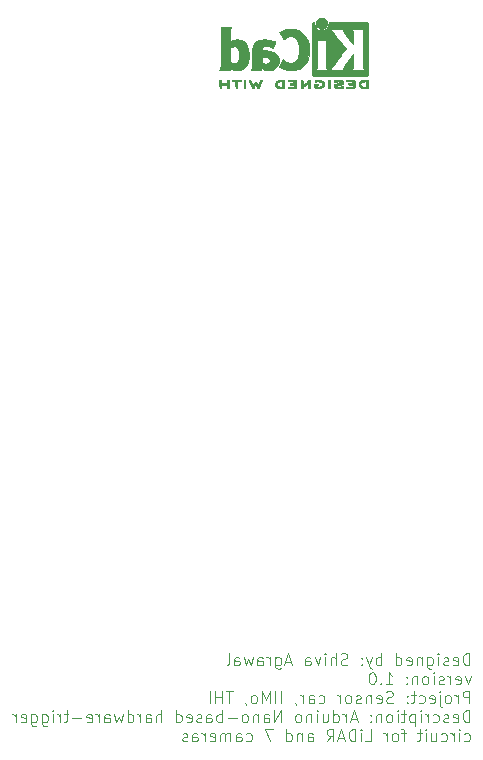
<source format=gbo>
%TF.GenerationSoftware,KiCad,Pcbnew,9.0.0*%
%TF.CreationDate,2025-11-11T15:09:18+01:00*%
%TF.ProjectId,lidar_and_7_camera_trigger_arduino_circuit,6c696461-725f-4616-9e64-5f375f63616d,1.0*%
%TF.SameCoordinates,Original*%
%TF.FileFunction,Legend,Bot*%
%TF.FilePolarity,Positive*%
%FSLAX46Y46*%
G04 Gerber Fmt 4.6, Leading zero omitted, Abs format (unit mm)*
G04 Created by KiCad (PCBNEW 9.0.0) date 2025-11-11 15:09:18*
%MOMM*%
%LPD*%
G01*
G04 APERTURE LIST*
%ADD10C,0.125000*%
%ADD11C,0.010000*%
G04 APERTURE END LIST*
D10*
X176379668Y-117331343D02*
X176379668Y-116331343D01*
X176379668Y-116331343D02*
X176141573Y-116331343D01*
X176141573Y-116331343D02*
X175998716Y-116378962D01*
X175998716Y-116378962D02*
X175903478Y-116474200D01*
X175903478Y-116474200D02*
X175855859Y-116569438D01*
X175855859Y-116569438D02*
X175808240Y-116759914D01*
X175808240Y-116759914D02*
X175808240Y-116902771D01*
X175808240Y-116902771D02*
X175855859Y-117093247D01*
X175855859Y-117093247D02*
X175903478Y-117188485D01*
X175903478Y-117188485D02*
X175998716Y-117283724D01*
X175998716Y-117283724D02*
X176141573Y-117331343D01*
X176141573Y-117331343D02*
X176379668Y-117331343D01*
X174998716Y-117283724D02*
X175093954Y-117331343D01*
X175093954Y-117331343D02*
X175284430Y-117331343D01*
X175284430Y-117331343D02*
X175379668Y-117283724D01*
X175379668Y-117283724D02*
X175427287Y-117188485D01*
X175427287Y-117188485D02*
X175427287Y-116807533D01*
X175427287Y-116807533D02*
X175379668Y-116712295D01*
X175379668Y-116712295D02*
X175284430Y-116664676D01*
X175284430Y-116664676D02*
X175093954Y-116664676D01*
X175093954Y-116664676D02*
X174998716Y-116712295D01*
X174998716Y-116712295D02*
X174951097Y-116807533D01*
X174951097Y-116807533D02*
X174951097Y-116902771D01*
X174951097Y-116902771D02*
X175427287Y-116998009D01*
X174570144Y-117283724D02*
X174474906Y-117331343D01*
X174474906Y-117331343D02*
X174284430Y-117331343D01*
X174284430Y-117331343D02*
X174189192Y-117283724D01*
X174189192Y-117283724D02*
X174141573Y-117188485D01*
X174141573Y-117188485D02*
X174141573Y-117140866D01*
X174141573Y-117140866D02*
X174189192Y-117045628D01*
X174189192Y-117045628D02*
X174284430Y-116998009D01*
X174284430Y-116998009D02*
X174427287Y-116998009D01*
X174427287Y-116998009D02*
X174522525Y-116950390D01*
X174522525Y-116950390D02*
X174570144Y-116855152D01*
X174570144Y-116855152D02*
X174570144Y-116807533D01*
X174570144Y-116807533D02*
X174522525Y-116712295D01*
X174522525Y-116712295D02*
X174427287Y-116664676D01*
X174427287Y-116664676D02*
X174284430Y-116664676D01*
X174284430Y-116664676D02*
X174189192Y-116712295D01*
X173713001Y-117331343D02*
X173713001Y-116664676D01*
X173713001Y-116331343D02*
X173760620Y-116378962D01*
X173760620Y-116378962D02*
X173713001Y-116426581D01*
X173713001Y-116426581D02*
X173665382Y-116378962D01*
X173665382Y-116378962D02*
X173713001Y-116331343D01*
X173713001Y-116331343D02*
X173713001Y-116426581D01*
X172808240Y-116664676D02*
X172808240Y-117474200D01*
X172808240Y-117474200D02*
X172855859Y-117569438D01*
X172855859Y-117569438D02*
X172903478Y-117617057D01*
X172903478Y-117617057D02*
X172998716Y-117664676D01*
X172998716Y-117664676D02*
X173141573Y-117664676D01*
X173141573Y-117664676D02*
X173236811Y-117617057D01*
X172808240Y-117283724D02*
X172903478Y-117331343D01*
X172903478Y-117331343D02*
X173093954Y-117331343D01*
X173093954Y-117331343D02*
X173189192Y-117283724D01*
X173189192Y-117283724D02*
X173236811Y-117236104D01*
X173236811Y-117236104D02*
X173284430Y-117140866D01*
X173284430Y-117140866D02*
X173284430Y-116855152D01*
X173284430Y-116855152D02*
X173236811Y-116759914D01*
X173236811Y-116759914D02*
X173189192Y-116712295D01*
X173189192Y-116712295D02*
X173093954Y-116664676D01*
X173093954Y-116664676D02*
X172903478Y-116664676D01*
X172903478Y-116664676D02*
X172808240Y-116712295D01*
X172332049Y-116664676D02*
X172332049Y-117331343D01*
X172332049Y-116759914D02*
X172284430Y-116712295D01*
X172284430Y-116712295D02*
X172189192Y-116664676D01*
X172189192Y-116664676D02*
X172046335Y-116664676D01*
X172046335Y-116664676D02*
X171951097Y-116712295D01*
X171951097Y-116712295D02*
X171903478Y-116807533D01*
X171903478Y-116807533D02*
X171903478Y-117331343D01*
X171046335Y-117283724D02*
X171141573Y-117331343D01*
X171141573Y-117331343D02*
X171332049Y-117331343D01*
X171332049Y-117331343D02*
X171427287Y-117283724D01*
X171427287Y-117283724D02*
X171474906Y-117188485D01*
X171474906Y-117188485D02*
X171474906Y-116807533D01*
X171474906Y-116807533D02*
X171427287Y-116712295D01*
X171427287Y-116712295D02*
X171332049Y-116664676D01*
X171332049Y-116664676D02*
X171141573Y-116664676D01*
X171141573Y-116664676D02*
X171046335Y-116712295D01*
X171046335Y-116712295D02*
X170998716Y-116807533D01*
X170998716Y-116807533D02*
X170998716Y-116902771D01*
X170998716Y-116902771D02*
X171474906Y-116998009D01*
X170141573Y-117331343D02*
X170141573Y-116331343D01*
X170141573Y-117283724D02*
X170236811Y-117331343D01*
X170236811Y-117331343D02*
X170427287Y-117331343D01*
X170427287Y-117331343D02*
X170522525Y-117283724D01*
X170522525Y-117283724D02*
X170570144Y-117236104D01*
X170570144Y-117236104D02*
X170617763Y-117140866D01*
X170617763Y-117140866D02*
X170617763Y-116855152D01*
X170617763Y-116855152D02*
X170570144Y-116759914D01*
X170570144Y-116759914D02*
X170522525Y-116712295D01*
X170522525Y-116712295D02*
X170427287Y-116664676D01*
X170427287Y-116664676D02*
X170236811Y-116664676D01*
X170236811Y-116664676D02*
X170141573Y-116712295D01*
X168903477Y-117331343D02*
X168903477Y-116331343D01*
X168903477Y-116712295D02*
X168808239Y-116664676D01*
X168808239Y-116664676D02*
X168617763Y-116664676D01*
X168617763Y-116664676D02*
X168522525Y-116712295D01*
X168522525Y-116712295D02*
X168474906Y-116759914D01*
X168474906Y-116759914D02*
X168427287Y-116855152D01*
X168427287Y-116855152D02*
X168427287Y-117140866D01*
X168427287Y-117140866D02*
X168474906Y-117236104D01*
X168474906Y-117236104D02*
X168522525Y-117283724D01*
X168522525Y-117283724D02*
X168617763Y-117331343D01*
X168617763Y-117331343D02*
X168808239Y-117331343D01*
X168808239Y-117331343D02*
X168903477Y-117283724D01*
X168093953Y-116664676D02*
X167855858Y-117331343D01*
X167617763Y-116664676D02*
X167855858Y-117331343D01*
X167855858Y-117331343D02*
X167951096Y-117569438D01*
X167951096Y-117569438D02*
X167998715Y-117617057D01*
X167998715Y-117617057D02*
X168093953Y-117664676D01*
X167236810Y-117236104D02*
X167189191Y-117283724D01*
X167189191Y-117283724D02*
X167236810Y-117331343D01*
X167236810Y-117331343D02*
X167284429Y-117283724D01*
X167284429Y-117283724D02*
X167236810Y-117236104D01*
X167236810Y-117236104D02*
X167236810Y-117331343D01*
X167236810Y-116712295D02*
X167189191Y-116759914D01*
X167189191Y-116759914D02*
X167236810Y-116807533D01*
X167236810Y-116807533D02*
X167284429Y-116759914D01*
X167284429Y-116759914D02*
X167236810Y-116712295D01*
X167236810Y-116712295D02*
X167236810Y-116807533D01*
X166046334Y-117283724D02*
X165903477Y-117331343D01*
X165903477Y-117331343D02*
X165665382Y-117331343D01*
X165665382Y-117331343D02*
X165570144Y-117283724D01*
X165570144Y-117283724D02*
X165522525Y-117236104D01*
X165522525Y-117236104D02*
X165474906Y-117140866D01*
X165474906Y-117140866D02*
X165474906Y-117045628D01*
X165474906Y-117045628D02*
X165522525Y-116950390D01*
X165522525Y-116950390D02*
X165570144Y-116902771D01*
X165570144Y-116902771D02*
X165665382Y-116855152D01*
X165665382Y-116855152D02*
X165855858Y-116807533D01*
X165855858Y-116807533D02*
X165951096Y-116759914D01*
X165951096Y-116759914D02*
X165998715Y-116712295D01*
X165998715Y-116712295D02*
X166046334Y-116617057D01*
X166046334Y-116617057D02*
X166046334Y-116521819D01*
X166046334Y-116521819D02*
X165998715Y-116426581D01*
X165998715Y-116426581D02*
X165951096Y-116378962D01*
X165951096Y-116378962D02*
X165855858Y-116331343D01*
X165855858Y-116331343D02*
X165617763Y-116331343D01*
X165617763Y-116331343D02*
X165474906Y-116378962D01*
X165046334Y-117331343D02*
X165046334Y-116331343D01*
X164617763Y-117331343D02*
X164617763Y-116807533D01*
X164617763Y-116807533D02*
X164665382Y-116712295D01*
X164665382Y-116712295D02*
X164760620Y-116664676D01*
X164760620Y-116664676D02*
X164903477Y-116664676D01*
X164903477Y-116664676D02*
X164998715Y-116712295D01*
X164998715Y-116712295D02*
X165046334Y-116759914D01*
X164141572Y-117331343D02*
X164141572Y-116664676D01*
X164141572Y-116331343D02*
X164189191Y-116378962D01*
X164189191Y-116378962D02*
X164141572Y-116426581D01*
X164141572Y-116426581D02*
X164093953Y-116378962D01*
X164093953Y-116378962D02*
X164141572Y-116331343D01*
X164141572Y-116331343D02*
X164141572Y-116426581D01*
X163760620Y-116664676D02*
X163522525Y-117331343D01*
X163522525Y-117331343D02*
X163284430Y-116664676D01*
X162474906Y-117331343D02*
X162474906Y-116807533D01*
X162474906Y-116807533D02*
X162522525Y-116712295D01*
X162522525Y-116712295D02*
X162617763Y-116664676D01*
X162617763Y-116664676D02*
X162808239Y-116664676D01*
X162808239Y-116664676D02*
X162903477Y-116712295D01*
X162474906Y-117283724D02*
X162570144Y-117331343D01*
X162570144Y-117331343D02*
X162808239Y-117331343D01*
X162808239Y-117331343D02*
X162903477Y-117283724D01*
X162903477Y-117283724D02*
X162951096Y-117188485D01*
X162951096Y-117188485D02*
X162951096Y-117093247D01*
X162951096Y-117093247D02*
X162903477Y-116998009D01*
X162903477Y-116998009D02*
X162808239Y-116950390D01*
X162808239Y-116950390D02*
X162570144Y-116950390D01*
X162570144Y-116950390D02*
X162474906Y-116902771D01*
X161284429Y-117045628D02*
X160808239Y-117045628D01*
X161379667Y-117331343D02*
X161046334Y-116331343D01*
X161046334Y-116331343D02*
X160713001Y-117331343D01*
X159951096Y-116664676D02*
X159951096Y-117474200D01*
X159951096Y-117474200D02*
X159998715Y-117569438D01*
X159998715Y-117569438D02*
X160046334Y-117617057D01*
X160046334Y-117617057D02*
X160141572Y-117664676D01*
X160141572Y-117664676D02*
X160284429Y-117664676D01*
X160284429Y-117664676D02*
X160379667Y-117617057D01*
X159951096Y-117283724D02*
X160046334Y-117331343D01*
X160046334Y-117331343D02*
X160236810Y-117331343D01*
X160236810Y-117331343D02*
X160332048Y-117283724D01*
X160332048Y-117283724D02*
X160379667Y-117236104D01*
X160379667Y-117236104D02*
X160427286Y-117140866D01*
X160427286Y-117140866D02*
X160427286Y-116855152D01*
X160427286Y-116855152D02*
X160379667Y-116759914D01*
X160379667Y-116759914D02*
X160332048Y-116712295D01*
X160332048Y-116712295D02*
X160236810Y-116664676D01*
X160236810Y-116664676D02*
X160046334Y-116664676D01*
X160046334Y-116664676D02*
X159951096Y-116712295D01*
X159474905Y-117331343D02*
X159474905Y-116664676D01*
X159474905Y-116855152D02*
X159427286Y-116759914D01*
X159427286Y-116759914D02*
X159379667Y-116712295D01*
X159379667Y-116712295D02*
X159284429Y-116664676D01*
X159284429Y-116664676D02*
X159189191Y-116664676D01*
X158427286Y-117331343D02*
X158427286Y-116807533D01*
X158427286Y-116807533D02*
X158474905Y-116712295D01*
X158474905Y-116712295D02*
X158570143Y-116664676D01*
X158570143Y-116664676D02*
X158760619Y-116664676D01*
X158760619Y-116664676D02*
X158855857Y-116712295D01*
X158427286Y-117283724D02*
X158522524Y-117331343D01*
X158522524Y-117331343D02*
X158760619Y-117331343D01*
X158760619Y-117331343D02*
X158855857Y-117283724D01*
X158855857Y-117283724D02*
X158903476Y-117188485D01*
X158903476Y-117188485D02*
X158903476Y-117093247D01*
X158903476Y-117093247D02*
X158855857Y-116998009D01*
X158855857Y-116998009D02*
X158760619Y-116950390D01*
X158760619Y-116950390D02*
X158522524Y-116950390D01*
X158522524Y-116950390D02*
X158427286Y-116902771D01*
X158046333Y-116664676D02*
X157855857Y-117331343D01*
X157855857Y-117331343D02*
X157665381Y-116855152D01*
X157665381Y-116855152D02*
X157474905Y-117331343D01*
X157474905Y-117331343D02*
X157284429Y-116664676D01*
X156474905Y-117331343D02*
X156474905Y-116807533D01*
X156474905Y-116807533D02*
X156522524Y-116712295D01*
X156522524Y-116712295D02*
X156617762Y-116664676D01*
X156617762Y-116664676D02*
X156808238Y-116664676D01*
X156808238Y-116664676D02*
X156903476Y-116712295D01*
X156474905Y-117283724D02*
X156570143Y-117331343D01*
X156570143Y-117331343D02*
X156808238Y-117331343D01*
X156808238Y-117331343D02*
X156903476Y-117283724D01*
X156903476Y-117283724D02*
X156951095Y-117188485D01*
X156951095Y-117188485D02*
X156951095Y-117093247D01*
X156951095Y-117093247D02*
X156903476Y-116998009D01*
X156903476Y-116998009D02*
X156808238Y-116950390D01*
X156808238Y-116950390D02*
X156570143Y-116950390D01*
X156570143Y-116950390D02*
X156474905Y-116902771D01*
X155855857Y-117331343D02*
X155951095Y-117283724D01*
X155951095Y-117283724D02*
X155998714Y-117188485D01*
X155998714Y-117188485D02*
X155998714Y-116331343D01*
X176474906Y-118274620D02*
X176236811Y-118941287D01*
X176236811Y-118941287D02*
X175998716Y-118274620D01*
X175236811Y-118893668D02*
X175332049Y-118941287D01*
X175332049Y-118941287D02*
X175522525Y-118941287D01*
X175522525Y-118941287D02*
X175617763Y-118893668D01*
X175617763Y-118893668D02*
X175665382Y-118798429D01*
X175665382Y-118798429D02*
X175665382Y-118417477D01*
X175665382Y-118417477D02*
X175617763Y-118322239D01*
X175617763Y-118322239D02*
X175522525Y-118274620D01*
X175522525Y-118274620D02*
X175332049Y-118274620D01*
X175332049Y-118274620D02*
X175236811Y-118322239D01*
X175236811Y-118322239D02*
X175189192Y-118417477D01*
X175189192Y-118417477D02*
X175189192Y-118512715D01*
X175189192Y-118512715D02*
X175665382Y-118607953D01*
X174760620Y-118941287D02*
X174760620Y-118274620D01*
X174760620Y-118465096D02*
X174713001Y-118369858D01*
X174713001Y-118369858D02*
X174665382Y-118322239D01*
X174665382Y-118322239D02*
X174570144Y-118274620D01*
X174570144Y-118274620D02*
X174474906Y-118274620D01*
X174189191Y-118893668D02*
X174093953Y-118941287D01*
X174093953Y-118941287D02*
X173903477Y-118941287D01*
X173903477Y-118941287D02*
X173808239Y-118893668D01*
X173808239Y-118893668D02*
X173760620Y-118798429D01*
X173760620Y-118798429D02*
X173760620Y-118750810D01*
X173760620Y-118750810D02*
X173808239Y-118655572D01*
X173808239Y-118655572D02*
X173903477Y-118607953D01*
X173903477Y-118607953D02*
X174046334Y-118607953D01*
X174046334Y-118607953D02*
X174141572Y-118560334D01*
X174141572Y-118560334D02*
X174189191Y-118465096D01*
X174189191Y-118465096D02*
X174189191Y-118417477D01*
X174189191Y-118417477D02*
X174141572Y-118322239D01*
X174141572Y-118322239D02*
X174046334Y-118274620D01*
X174046334Y-118274620D02*
X173903477Y-118274620D01*
X173903477Y-118274620D02*
X173808239Y-118322239D01*
X173332048Y-118941287D02*
X173332048Y-118274620D01*
X173332048Y-117941287D02*
X173379667Y-117988906D01*
X173379667Y-117988906D02*
X173332048Y-118036525D01*
X173332048Y-118036525D02*
X173284429Y-117988906D01*
X173284429Y-117988906D02*
X173332048Y-117941287D01*
X173332048Y-117941287D02*
X173332048Y-118036525D01*
X172713001Y-118941287D02*
X172808239Y-118893668D01*
X172808239Y-118893668D02*
X172855858Y-118846048D01*
X172855858Y-118846048D02*
X172903477Y-118750810D01*
X172903477Y-118750810D02*
X172903477Y-118465096D01*
X172903477Y-118465096D02*
X172855858Y-118369858D01*
X172855858Y-118369858D02*
X172808239Y-118322239D01*
X172808239Y-118322239D02*
X172713001Y-118274620D01*
X172713001Y-118274620D02*
X172570144Y-118274620D01*
X172570144Y-118274620D02*
X172474906Y-118322239D01*
X172474906Y-118322239D02*
X172427287Y-118369858D01*
X172427287Y-118369858D02*
X172379668Y-118465096D01*
X172379668Y-118465096D02*
X172379668Y-118750810D01*
X172379668Y-118750810D02*
X172427287Y-118846048D01*
X172427287Y-118846048D02*
X172474906Y-118893668D01*
X172474906Y-118893668D02*
X172570144Y-118941287D01*
X172570144Y-118941287D02*
X172713001Y-118941287D01*
X171951096Y-118274620D02*
X171951096Y-118941287D01*
X171951096Y-118369858D02*
X171903477Y-118322239D01*
X171903477Y-118322239D02*
X171808239Y-118274620D01*
X171808239Y-118274620D02*
X171665382Y-118274620D01*
X171665382Y-118274620D02*
X171570144Y-118322239D01*
X171570144Y-118322239D02*
X171522525Y-118417477D01*
X171522525Y-118417477D02*
X171522525Y-118941287D01*
X171046334Y-118846048D02*
X170998715Y-118893668D01*
X170998715Y-118893668D02*
X171046334Y-118941287D01*
X171046334Y-118941287D02*
X171093953Y-118893668D01*
X171093953Y-118893668D02*
X171046334Y-118846048D01*
X171046334Y-118846048D02*
X171046334Y-118941287D01*
X171046334Y-118322239D02*
X170998715Y-118369858D01*
X170998715Y-118369858D02*
X171046334Y-118417477D01*
X171046334Y-118417477D02*
X171093953Y-118369858D01*
X171093953Y-118369858D02*
X171046334Y-118322239D01*
X171046334Y-118322239D02*
X171046334Y-118417477D01*
X169284430Y-118941287D02*
X169855858Y-118941287D01*
X169570144Y-118941287D02*
X169570144Y-117941287D01*
X169570144Y-117941287D02*
X169665382Y-118084144D01*
X169665382Y-118084144D02*
X169760620Y-118179382D01*
X169760620Y-118179382D02*
X169855858Y-118227001D01*
X168855858Y-118846048D02*
X168808239Y-118893668D01*
X168808239Y-118893668D02*
X168855858Y-118941287D01*
X168855858Y-118941287D02*
X168903477Y-118893668D01*
X168903477Y-118893668D02*
X168855858Y-118846048D01*
X168855858Y-118846048D02*
X168855858Y-118941287D01*
X168189192Y-117941287D02*
X168093954Y-117941287D01*
X168093954Y-117941287D02*
X167998716Y-117988906D01*
X167998716Y-117988906D02*
X167951097Y-118036525D01*
X167951097Y-118036525D02*
X167903478Y-118131763D01*
X167903478Y-118131763D02*
X167855859Y-118322239D01*
X167855859Y-118322239D02*
X167855859Y-118560334D01*
X167855859Y-118560334D02*
X167903478Y-118750810D01*
X167903478Y-118750810D02*
X167951097Y-118846048D01*
X167951097Y-118846048D02*
X167998716Y-118893668D01*
X167998716Y-118893668D02*
X168093954Y-118941287D01*
X168093954Y-118941287D02*
X168189192Y-118941287D01*
X168189192Y-118941287D02*
X168284430Y-118893668D01*
X168284430Y-118893668D02*
X168332049Y-118846048D01*
X168332049Y-118846048D02*
X168379668Y-118750810D01*
X168379668Y-118750810D02*
X168427287Y-118560334D01*
X168427287Y-118560334D02*
X168427287Y-118322239D01*
X168427287Y-118322239D02*
X168379668Y-118131763D01*
X168379668Y-118131763D02*
X168332049Y-118036525D01*
X168332049Y-118036525D02*
X168284430Y-117988906D01*
X168284430Y-117988906D02*
X168189192Y-117941287D01*
X176379668Y-120551231D02*
X176379668Y-119551231D01*
X176379668Y-119551231D02*
X175998716Y-119551231D01*
X175998716Y-119551231D02*
X175903478Y-119598850D01*
X175903478Y-119598850D02*
X175855859Y-119646469D01*
X175855859Y-119646469D02*
X175808240Y-119741707D01*
X175808240Y-119741707D02*
X175808240Y-119884564D01*
X175808240Y-119884564D02*
X175855859Y-119979802D01*
X175855859Y-119979802D02*
X175903478Y-120027421D01*
X175903478Y-120027421D02*
X175998716Y-120075040D01*
X175998716Y-120075040D02*
X176379668Y-120075040D01*
X175379668Y-120551231D02*
X175379668Y-119884564D01*
X175379668Y-120075040D02*
X175332049Y-119979802D01*
X175332049Y-119979802D02*
X175284430Y-119932183D01*
X175284430Y-119932183D02*
X175189192Y-119884564D01*
X175189192Y-119884564D02*
X175093954Y-119884564D01*
X174617763Y-120551231D02*
X174713001Y-120503612D01*
X174713001Y-120503612D02*
X174760620Y-120455992D01*
X174760620Y-120455992D02*
X174808239Y-120360754D01*
X174808239Y-120360754D02*
X174808239Y-120075040D01*
X174808239Y-120075040D02*
X174760620Y-119979802D01*
X174760620Y-119979802D02*
X174713001Y-119932183D01*
X174713001Y-119932183D02*
X174617763Y-119884564D01*
X174617763Y-119884564D02*
X174474906Y-119884564D01*
X174474906Y-119884564D02*
X174379668Y-119932183D01*
X174379668Y-119932183D02*
X174332049Y-119979802D01*
X174332049Y-119979802D02*
X174284430Y-120075040D01*
X174284430Y-120075040D02*
X174284430Y-120360754D01*
X174284430Y-120360754D02*
X174332049Y-120455992D01*
X174332049Y-120455992D02*
X174379668Y-120503612D01*
X174379668Y-120503612D02*
X174474906Y-120551231D01*
X174474906Y-120551231D02*
X174617763Y-120551231D01*
X173855858Y-119884564D02*
X173855858Y-120741707D01*
X173855858Y-120741707D02*
X173903477Y-120836945D01*
X173903477Y-120836945D02*
X173998715Y-120884564D01*
X173998715Y-120884564D02*
X174046334Y-120884564D01*
X173855858Y-119551231D02*
X173903477Y-119598850D01*
X173903477Y-119598850D02*
X173855858Y-119646469D01*
X173855858Y-119646469D02*
X173808239Y-119598850D01*
X173808239Y-119598850D02*
X173855858Y-119551231D01*
X173855858Y-119551231D02*
X173855858Y-119646469D01*
X172998716Y-120503612D02*
X173093954Y-120551231D01*
X173093954Y-120551231D02*
X173284430Y-120551231D01*
X173284430Y-120551231D02*
X173379668Y-120503612D01*
X173379668Y-120503612D02*
X173427287Y-120408373D01*
X173427287Y-120408373D02*
X173427287Y-120027421D01*
X173427287Y-120027421D02*
X173379668Y-119932183D01*
X173379668Y-119932183D02*
X173284430Y-119884564D01*
X173284430Y-119884564D02*
X173093954Y-119884564D01*
X173093954Y-119884564D02*
X172998716Y-119932183D01*
X172998716Y-119932183D02*
X172951097Y-120027421D01*
X172951097Y-120027421D02*
X172951097Y-120122659D01*
X172951097Y-120122659D02*
X173427287Y-120217897D01*
X172093954Y-120503612D02*
X172189192Y-120551231D01*
X172189192Y-120551231D02*
X172379668Y-120551231D01*
X172379668Y-120551231D02*
X172474906Y-120503612D01*
X172474906Y-120503612D02*
X172522525Y-120455992D01*
X172522525Y-120455992D02*
X172570144Y-120360754D01*
X172570144Y-120360754D02*
X172570144Y-120075040D01*
X172570144Y-120075040D02*
X172522525Y-119979802D01*
X172522525Y-119979802D02*
X172474906Y-119932183D01*
X172474906Y-119932183D02*
X172379668Y-119884564D01*
X172379668Y-119884564D02*
X172189192Y-119884564D01*
X172189192Y-119884564D02*
X172093954Y-119932183D01*
X171808239Y-119884564D02*
X171427287Y-119884564D01*
X171665382Y-119551231D02*
X171665382Y-120408373D01*
X171665382Y-120408373D02*
X171617763Y-120503612D01*
X171617763Y-120503612D02*
X171522525Y-120551231D01*
X171522525Y-120551231D02*
X171427287Y-120551231D01*
X171093953Y-120455992D02*
X171046334Y-120503612D01*
X171046334Y-120503612D02*
X171093953Y-120551231D01*
X171093953Y-120551231D02*
X171141572Y-120503612D01*
X171141572Y-120503612D02*
X171093953Y-120455992D01*
X171093953Y-120455992D02*
X171093953Y-120551231D01*
X171093953Y-119932183D02*
X171046334Y-119979802D01*
X171046334Y-119979802D02*
X171093953Y-120027421D01*
X171093953Y-120027421D02*
X171141572Y-119979802D01*
X171141572Y-119979802D02*
X171093953Y-119932183D01*
X171093953Y-119932183D02*
X171093953Y-120027421D01*
X169903477Y-120503612D02*
X169760620Y-120551231D01*
X169760620Y-120551231D02*
X169522525Y-120551231D01*
X169522525Y-120551231D02*
X169427287Y-120503612D01*
X169427287Y-120503612D02*
X169379668Y-120455992D01*
X169379668Y-120455992D02*
X169332049Y-120360754D01*
X169332049Y-120360754D02*
X169332049Y-120265516D01*
X169332049Y-120265516D02*
X169379668Y-120170278D01*
X169379668Y-120170278D02*
X169427287Y-120122659D01*
X169427287Y-120122659D02*
X169522525Y-120075040D01*
X169522525Y-120075040D02*
X169713001Y-120027421D01*
X169713001Y-120027421D02*
X169808239Y-119979802D01*
X169808239Y-119979802D02*
X169855858Y-119932183D01*
X169855858Y-119932183D02*
X169903477Y-119836945D01*
X169903477Y-119836945D02*
X169903477Y-119741707D01*
X169903477Y-119741707D02*
X169855858Y-119646469D01*
X169855858Y-119646469D02*
X169808239Y-119598850D01*
X169808239Y-119598850D02*
X169713001Y-119551231D01*
X169713001Y-119551231D02*
X169474906Y-119551231D01*
X169474906Y-119551231D02*
X169332049Y-119598850D01*
X168522525Y-120503612D02*
X168617763Y-120551231D01*
X168617763Y-120551231D02*
X168808239Y-120551231D01*
X168808239Y-120551231D02*
X168903477Y-120503612D01*
X168903477Y-120503612D02*
X168951096Y-120408373D01*
X168951096Y-120408373D02*
X168951096Y-120027421D01*
X168951096Y-120027421D02*
X168903477Y-119932183D01*
X168903477Y-119932183D02*
X168808239Y-119884564D01*
X168808239Y-119884564D02*
X168617763Y-119884564D01*
X168617763Y-119884564D02*
X168522525Y-119932183D01*
X168522525Y-119932183D02*
X168474906Y-120027421D01*
X168474906Y-120027421D02*
X168474906Y-120122659D01*
X168474906Y-120122659D02*
X168951096Y-120217897D01*
X168046334Y-119884564D02*
X168046334Y-120551231D01*
X168046334Y-119979802D02*
X167998715Y-119932183D01*
X167998715Y-119932183D02*
X167903477Y-119884564D01*
X167903477Y-119884564D02*
X167760620Y-119884564D01*
X167760620Y-119884564D02*
X167665382Y-119932183D01*
X167665382Y-119932183D02*
X167617763Y-120027421D01*
X167617763Y-120027421D02*
X167617763Y-120551231D01*
X167189191Y-120503612D02*
X167093953Y-120551231D01*
X167093953Y-120551231D02*
X166903477Y-120551231D01*
X166903477Y-120551231D02*
X166808239Y-120503612D01*
X166808239Y-120503612D02*
X166760620Y-120408373D01*
X166760620Y-120408373D02*
X166760620Y-120360754D01*
X166760620Y-120360754D02*
X166808239Y-120265516D01*
X166808239Y-120265516D02*
X166903477Y-120217897D01*
X166903477Y-120217897D02*
X167046334Y-120217897D01*
X167046334Y-120217897D02*
X167141572Y-120170278D01*
X167141572Y-120170278D02*
X167189191Y-120075040D01*
X167189191Y-120075040D02*
X167189191Y-120027421D01*
X167189191Y-120027421D02*
X167141572Y-119932183D01*
X167141572Y-119932183D02*
X167046334Y-119884564D01*
X167046334Y-119884564D02*
X166903477Y-119884564D01*
X166903477Y-119884564D02*
X166808239Y-119932183D01*
X166189191Y-120551231D02*
X166284429Y-120503612D01*
X166284429Y-120503612D02*
X166332048Y-120455992D01*
X166332048Y-120455992D02*
X166379667Y-120360754D01*
X166379667Y-120360754D02*
X166379667Y-120075040D01*
X166379667Y-120075040D02*
X166332048Y-119979802D01*
X166332048Y-119979802D02*
X166284429Y-119932183D01*
X166284429Y-119932183D02*
X166189191Y-119884564D01*
X166189191Y-119884564D02*
X166046334Y-119884564D01*
X166046334Y-119884564D02*
X165951096Y-119932183D01*
X165951096Y-119932183D02*
X165903477Y-119979802D01*
X165903477Y-119979802D02*
X165855858Y-120075040D01*
X165855858Y-120075040D02*
X165855858Y-120360754D01*
X165855858Y-120360754D02*
X165903477Y-120455992D01*
X165903477Y-120455992D02*
X165951096Y-120503612D01*
X165951096Y-120503612D02*
X166046334Y-120551231D01*
X166046334Y-120551231D02*
X166189191Y-120551231D01*
X165427286Y-120551231D02*
X165427286Y-119884564D01*
X165427286Y-120075040D02*
X165379667Y-119979802D01*
X165379667Y-119979802D02*
X165332048Y-119932183D01*
X165332048Y-119932183D02*
X165236810Y-119884564D01*
X165236810Y-119884564D02*
X165141572Y-119884564D01*
X163617762Y-120503612D02*
X163713000Y-120551231D01*
X163713000Y-120551231D02*
X163903476Y-120551231D01*
X163903476Y-120551231D02*
X163998714Y-120503612D01*
X163998714Y-120503612D02*
X164046333Y-120455992D01*
X164046333Y-120455992D02*
X164093952Y-120360754D01*
X164093952Y-120360754D02*
X164093952Y-120075040D01*
X164093952Y-120075040D02*
X164046333Y-119979802D01*
X164046333Y-119979802D02*
X163998714Y-119932183D01*
X163998714Y-119932183D02*
X163903476Y-119884564D01*
X163903476Y-119884564D02*
X163713000Y-119884564D01*
X163713000Y-119884564D02*
X163617762Y-119932183D01*
X162760619Y-120551231D02*
X162760619Y-120027421D01*
X162760619Y-120027421D02*
X162808238Y-119932183D01*
X162808238Y-119932183D02*
X162903476Y-119884564D01*
X162903476Y-119884564D02*
X163093952Y-119884564D01*
X163093952Y-119884564D02*
X163189190Y-119932183D01*
X162760619Y-120503612D02*
X162855857Y-120551231D01*
X162855857Y-120551231D02*
X163093952Y-120551231D01*
X163093952Y-120551231D02*
X163189190Y-120503612D01*
X163189190Y-120503612D02*
X163236809Y-120408373D01*
X163236809Y-120408373D02*
X163236809Y-120313135D01*
X163236809Y-120313135D02*
X163189190Y-120217897D01*
X163189190Y-120217897D02*
X163093952Y-120170278D01*
X163093952Y-120170278D02*
X162855857Y-120170278D01*
X162855857Y-120170278D02*
X162760619Y-120122659D01*
X162284428Y-120551231D02*
X162284428Y-119884564D01*
X162284428Y-120075040D02*
X162236809Y-119979802D01*
X162236809Y-119979802D02*
X162189190Y-119932183D01*
X162189190Y-119932183D02*
X162093952Y-119884564D01*
X162093952Y-119884564D02*
X161998714Y-119884564D01*
X161617761Y-120503612D02*
X161617761Y-120551231D01*
X161617761Y-120551231D02*
X161665380Y-120646469D01*
X161665380Y-120646469D02*
X161712999Y-120694088D01*
X160427285Y-120551231D02*
X160427285Y-119551231D01*
X159951095Y-120551231D02*
X159951095Y-119551231D01*
X159474905Y-120551231D02*
X159474905Y-119551231D01*
X159474905Y-119551231D02*
X159141572Y-120265516D01*
X159141572Y-120265516D02*
X158808239Y-119551231D01*
X158808239Y-119551231D02*
X158808239Y-120551231D01*
X158189191Y-120551231D02*
X158284429Y-120503612D01*
X158284429Y-120503612D02*
X158332048Y-120455992D01*
X158332048Y-120455992D02*
X158379667Y-120360754D01*
X158379667Y-120360754D02*
X158379667Y-120075040D01*
X158379667Y-120075040D02*
X158332048Y-119979802D01*
X158332048Y-119979802D02*
X158284429Y-119932183D01*
X158284429Y-119932183D02*
X158189191Y-119884564D01*
X158189191Y-119884564D02*
X158046334Y-119884564D01*
X158046334Y-119884564D02*
X157951096Y-119932183D01*
X157951096Y-119932183D02*
X157903477Y-119979802D01*
X157903477Y-119979802D02*
X157855858Y-120075040D01*
X157855858Y-120075040D02*
X157855858Y-120360754D01*
X157855858Y-120360754D02*
X157903477Y-120455992D01*
X157903477Y-120455992D02*
X157951096Y-120503612D01*
X157951096Y-120503612D02*
X158046334Y-120551231D01*
X158046334Y-120551231D02*
X158189191Y-120551231D01*
X157379667Y-120503612D02*
X157379667Y-120551231D01*
X157379667Y-120551231D02*
X157427286Y-120646469D01*
X157427286Y-120646469D02*
X157474905Y-120694088D01*
X156332048Y-119551231D02*
X155760620Y-119551231D01*
X156046334Y-120551231D02*
X156046334Y-119551231D01*
X155427286Y-120551231D02*
X155427286Y-119551231D01*
X155427286Y-120027421D02*
X154855858Y-120027421D01*
X154855858Y-120551231D02*
X154855858Y-119551231D01*
X154379667Y-120551231D02*
X154379667Y-119551231D01*
X176379668Y-122161175D02*
X176379668Y-121161175D01*
X176379668Y-121161175D02*
X176141573Y-121161175D01*
X176141573Y-121161175D02*
X175998716Y-121208794D01*
X175998716Y-121208794D02*
X175903478Y-121304032D01*
X175903478Y-121304032D02*
X175855859Y-121399270D01*
X175855859Y-121399270D02*
X175808240Y-121589746D01*
X175808240Y-121589746D02*
X175808240Y-121732603D01*
X175808240Y-121732603D02*
X175855859Y-121923079D01*
X175855859Y-121923079D02*
X175903478Y-122018317D01*
X175903478Y-122018317D02*
X175998716Y-122113556D01*
X175998716Y-122113556D02*
X176141573Y-122161175D01*
X176141573Y-122161175D02*
X176379668Y-122161175D01*
X174998716Y-122113556D02*
X175093954Y-122161175D01*
X175093954Y-122161175D02*
X175284430Y-122161175D01*
X175284430Y-122161175D02*
X175379668Y-122113556D01*
X175379668Y-122113556D02*
X175427287Y-122018317D01*
X175427287Y-122018317D02*
X175427287Y-121637365D01*
X175427287Y-121637365D02*
X175379668Y-121542127D01*
X175379668Y-121542127D02*
X175284430Y-121494508D01*
X175284430Y-121494508D02*
X175093954Y-121494508D01*
X175093954Y-121494508D02*
X174998716Y-121542127D01*
X174998716Y-121542127D02*
X174951097Y-121637365D01*
X174951097Y-121637365D02*
X174951097Y-121732603D01*
X174951097Y-121732603D02*
X175427287Y-121827841D01*
X174570144Y-122113556D02*
X174474906Y-122161175D01*
X174474906Y-122161175D02*
X174284430Y-122161175D01*
X174284430Y-122161175D02*
X174189192Y-122113556D01*
X174189192Y-122113556D02*
X174141573Y-122018317D01*
X174141573Y-122018317D02*
X174141573Y-121970698D01*
X174141573Y-121970698D02*
X174189192Y-121875460D01*
X174189192Y-121875460D02*
X174284430Y-121827841D01*
X174284430Y-121827841D02*
X174427287Y-121827841D01*
X174427287Y-121827841D02*
X174522525Y-121780222D01*
X174522525Y-121780222D02*
X174570144Y-121684984D01*
X174570144Y-121684984D02*
X174570144Y-121637365D01*
X174570144Y-121637365D02*
X174522525Y-121542127D01*
X174522525Y-121542127D02*
X174427287Y-121494508D01*
X174427287Y-121494508D02*
X174284430Y-121494508D01*
X174284430Y-121494508D02*
X174189192Y-121542127D01*
X173284430Y-122113556D02*
X173379668Y-122161175D01*
X173379668Y-122161175D02*
X173570144Y-122161175D01*
X173570144Y-122161175D02*
X173665382Y-122113556D01*
X173665382Y-122113556D02*
X173713001Y-122065936D01*
X173713001Y-122065936D02*
X173760620Y-121970698D01*
X173760620Y-121970698D02*
X173760620Y-121684984D01*
X173760620Y-121684984D02*
X173713001Y-121589746D01*
X173713001Y-121589746D02*
X173665382Y-121542127D01*
X173665382Y-121542127D02*
X173570144Y-121494508D01*
X173570144Y-121494508D02*
X173379668Y-121494508D01*
X173379668Y-121494508D02*
X173284430Y-121542127D01*
X172855858Y-122161175D02*
X172855858Y-121494508D01*
X172855858Y-121684984D02*
X172808239Y-121589746D01*
X172808239Y-121589746D02*
X172760620Y-121542127D01*
X172760620Y-121542127D02*
X172665382Y-121494508D01*
X172665382Y-121494508D02*
X172570144Y-121494508D01*
X172236810Y-122161175D02*
X172236810Y-121494508D01*
X172236810Y-121161175D02*
X172284429Y-121208794D01*
X172284429Y-121208794D02*
X172236810Y-121256413D01*
X172236810Y-121256413D02*
X172189191Y-121208794D01*
X172189191Y-121208794D02*
X172236810Y-121161175D01*
X172236810Y-121161175D02*
X172236810Y-121256413D01*
X171760620Y-121494508D02*
X171760620Y-122494508D01*
X171760620Y-121542127D02*
X171665382Y-121494508D01*
X171665382Y-121494508D02*
X171474906Y-121494508D01*
X171474906Y-121494508D02*
X171379668Y-121542127D01*
X171379668Y-121542127D02*
X171332049Y-121589746D01*
X171332049Y-121589746D02*
X171284430Y-121684984D01*
X171284430Y-121684984D02*
X171284430Y-121970698D01*
X171284430Y-121970698D02*
X171332049Y-122065936D01*
X171332049Y-122065936D02*
X171379668Y-122113556D01*
X171379668Y-122113556D02*
X171474906Y-122161175D01*
X171474906Y-122161175D02*
X171665382Y-122161175D01*
X171665382Y-122161175D02*
X171760620Y-122113556D01*
X170998715Y-121494508D02*
X170617763Y-121494508D01*
X170855858Y-121161175D02*
X170855858Y-122018317D01*
X170855858Y-122018317D02*
X170808239Y-122113556D01*
X170808239Y-122113556D02*
X170713001Y-122161175D01*
X170713001Y-122161175D02*
X170617763Y-122161175D01*
X170284429Y-122161175D02*
X170284429Y-121494508D01*
X170284429Y-121161175D02*
X170332048Y-121208794D01*
X170332048Y-121208794D02*
X170284429Y-121256413D01*
X170284429Y-121256413D02*
X170236810Y-121208794D01*
X170236810Y-121208794D02*
X170284429Y-121161175D01*
X170284429Y-121161175D02*
X170284429Y-121256413D01*
X169665382Y-122161175D02*
X169760620Y-122113556D01*
X169760620Y-122113556D02*
X169808239Y-122065936D01*
X169808239Y-122065936D02*
X169855858Y-121970698D01*
X169855858Y-121970698D02*
X169855858Y-121684984D01*
X169855858Y-121684984D02*
X169808239Y-121589746D01*
X169808239Y-121589746D02*
X169760620Y-121542127D01*
X169760620Y-121542127D02*
X169665382Y-121494508D01*
X169665382Y-121494508D02*
X169522525Y-121494508D01*
X169522525Y-121494508D02*
X169427287Y-121542127D01*
X169427287Y-121542127D02*
X169379668Y-121589746D01*
X169379668Y-121589746D02*
X169332049Y-121684984D01*
X169332049Y-121684984D02*
X169332049Y-121970698D01*
X169332049Y-121970698D02*
X169379668Y-122065936D01*
X169379668Y-122065936D02*
X169427287Y-122113556D01*
X169427287Y-122113556D02*
X169522525Y-122161175D01*
X169522525Y-122161175D02*
X169665382Y-122161175D01*
X168903477Y-121494508D02*
X168903477Y-122161175D01*
X168903477Y-121589746D02*
X168855858Y-121542127D01*
X168855858Y-121542127D02*
X168760620Y-121494508D01*
X168760620Y-121494508D02*
X168617763Y-121494508D01*
X168617763Y-121494508D02*
X168522525Y-121542127D01*
X168522525Y-121542127D02*
X168474906Y-121637365D01*
X168474906Y-121637365D02*
X168474906Y-122161175D01*
X167998715Y-122065936D02*
X167951096Y-122113556D01*
X167951096Y-122113556D02*
X167998715Y-122161175D01*
X167998715Y-122161175D02*
X168046334Y-122113556D01*
X168046334Y-122113556D02*
X167998715Y-122065936D01*
X167998715Y-122065936D02*
X167998715Y-122161175D01*
X167998715Y-121542127D02*
X167951096Y-121589746D01*
X167951096Y-121589746D02*
X167998715Y-121637365D01*
X167998715Y-121637365D02*
X168046334Y-121589746D01*
X168046334Y-121589746D02*
X167998715Y-121542127D01*
X167998715Y-121542127D02*
X167998715Y-121637365D01*
X166808239Y-121875460D02*
X166332049Y-121875460D01*
X166903477Y-122161175D02*
X166570144Y-121161175D01*
X166570144Y-121161175D02*
X166236811Y-122161175D01*
X165903477Y-122161175D02*
X165903477Y-121494508D01*
X165903477Y-121684984D02*
X165855858Y-121589746D01*
X165855858Y-121589746D02*
X165808239Y-121542127D01*
X165808239Y-121542127D02*
X165713001Y-121494508D01*
X165713001Y-121494508D02*
X165617763Y-121494508D01*
X164855858Y-122161175D02*
X164855858Y-121161175D01*
X164855858Y-122113556D02*
X164951096Y-122161175D01*
X164951096Y-122161175D02*
X165141572Y-122161175D01*
X165141572Y-122161175D02*
X165236810Y-122113556D01*
X165236810Y-122113556D02*
X165284429Y-122065936D01*
X165284429Y-122065936D02*
X165332048Y-121970698D01*
X165332048Y-121970698D02*
X165332048Y-121684984D01*
X165332048Y-121684984D02*
X165284429Y-121589746D01*
X165284429Y-121589746D02*
X165236810Y-121542127D01*
X165236810Y-121542127D02*
X165141572Y-121494508D01*
X165141572Y-121494508D02*
X164951096Y-121494508D01*
X164951096Y-121494508D02*
X164855858Y-121542127D01*
X163951096Y-121494508D02*
X163951096Y-122161175D01*
X164379667Y-121494508D02*
X164379667Y-122018317D01*
X164379667Y-122018317D02*
X164332048Y-122113556D01*
X164332048Y-122113556D02*
X164236810Y-122161175D01*
X164236810Y-122161175D02*
X164093953Y-122161175D01*
X164093953Y-122161175D02*
X163998715Y-122113556D01*
X163998715Y-122113556D02*
X163951096Y-122065936D01*
X163474905Y-122161175D02*
X163474905Y-121494508D01*
X163474905Y-121161175D02*
X163522524Y-121208794D01*
X163522524Y-121208794D02*
X163474905Y-121256413D01*
X163474905Y-121256413D02*
X163427286Y-121208794D01*
X163427286Y-121208794D02*
X163474905Y-121161175D01*
X163474905Y-121161175D02*
X163474905Y-121256413D01*
X162998715Y-121494508D02*
X162998715Y-122161175D01*
X162998715Y-121589746D02*
X162951096Y-121542127D01*
X162951096Y-121542127D02*
X162855858Y-121494508D01*
X162855858Y-121494508D02*
X162713001Y-121494508D01*
X162713001Y-121494508D02*
X162617763Y-121542127D01*
X162617763Y-121542127D02*
X162570144Y-121637365D01*
X162570144Y-121637365D02*
X162570144Y-122161175D01*
X161951096Y-122161175D02*
X162046334Y-122113556D01*
X162046334Y-122113556D02*
X162093953Y-122065936D01*
X162093953Y-122065936D02*
X162141572Y-121970698D01*
X162141572Y-121970698D02*
X162141572Y-121684984D01*
X162141572Y-121684984D02*
X162093953Y-121589746D01*
X162093953Y-121589746D02*
X162046334Y-121542127D01*
X162046334Y-121542127D02*
X161951096Y-121494508D01*
X161951096Y-121494508D02*
X161808239Y-121494508D01*
X161808239Y-121494508D02*
X161713001Y-121542127D01*
X161713001Y-121542127D02*
X161665382Y-121589746D01*
X161665382Y-121589746D02*
X161617763Y-121684984D01*
X161617763Y-121684984D02*
X161617763Y-121970698D01*
X161617763Y-121970698D02*
X161665382Y-122065936D01*
X161665382Y-122065936D02*
X161713001Y-122113556D01*
X161713001Y-122113556D02*
X161808239Y-122161175D01*
X161808239Y-122161175D02*
X161951096Y-122161175D01*
X160427286Y-122161175D02*
X160427286Y-121161175D01*
X160427286Y-121161175D02*
X159855858Y-122161175D01*
X159855858Y-122161175D02*
X159855858Y-121161175D01*
X158951096Y-122161175D02*
X158951096Y-121637365D01*
X158951096Y-121637365D02*
X158998715Y-121542127D01*
X158998715Y-121542127D02*
X159093953Y-121494508D01*
X159093953Y-121494508D02*
X159284429Y-121494508D01*
X159284429Y-121494508D02*
X159379667Y-121542127D01*
X158951096Y-122113556D02*
X159046334Y-122161175D01*
X159046334Y-122161175D02*
X159284429Y-122161175D01*
X159284429Y-122161175D02*
X159379667Y-122113556D01*
X159379667Y-122113556D02*
X159427286Y-122018317D01*
X159427286Y-122018317D02*
X159427286Y-121923079D01*
X159427286Y-121923079D02*
X159379667Y-121827841D01*
X159379667Y-121827841D02*
X159284429Y-121780222D01*
X159284429Y-121780222D02*
X159046334Y-121780222D01*
X159046334Y-121780222D02*
X158951096Y-121732603D01*
X158474905Y-121494508D02*
X158474905Y-122161175D01*
X158474905Y-121589746D02*
X158427286Y-121542127D01*
X158427286Y-121542127D02*
X158332048Y-121494508D01*
X158332048Y-121494508D02*
X158189191Y-121494508D01*
X158189191Y-121494508D02*
X158093953Y-121542127D01*
X158093953Y-121542127D02*
X158046334Y-121637365D01*
X158046334Y-121637365D02*
X158046334Y-122161175D01*
X157427286Y-122161175D02*
X157522524Y-122113556D01*
X157522524Y-122113556D02*
X157570143Y-122065936D01*
X157570143Y-122065936D02*
X157617762Y-121970698D01*
X157617762Y-121970698D02*
X157617762Y-121684984D01*
X157617762Y-121684984D02*
X157570143Y-121589746D01*
X157570143Y-121589746D02*
X157522524Y-121542127D01*
X157522524Y-121542127D02*
X157427286Y-121494508D01*
X157427286Y-121494508D02*
X157284429Y-121494508D01*
X157284429Y-121494508D02*
X157189191Y-121542127D01*
X157189191Y-121542127D02*
X157141572Y-121589746D01*
X157141572Y-121589746D02*
X157093953Y-121684984D01*
X157093953Y-121684984D02*
X157093953Y-121970698D01*
X157093953Y-121970698D02*
X157141572Y-122065936D01*
X157141572Y-122065936D02*
X157189191Y-122113556D01*
X157189191Y-122113556D02*
X157284429Y-122161175D01*
X157284429Y-122161175D02*
X157427286Y-122161175D01*
X156665381Y-121780222D02*
X155903477Y-121780222D01*
X155427286Y-122161175D02*
X155427286Y-121161175D01*
X155427286Y-121542127D02*
X155332048Y-121494508D01*
X155332048Y-121494508D02*
X155141572Y-121494508D01*
X155141572Y-121494508D02*
X155046334Y-121542127D01*
X155046334Y-121542127D02*
X154998715Y-121589746D01*
X154998715Y-121589746D02*
X154951096Y-121684984D01*
X154951096Y-121684984D02*
X154951096Y-121970698D01*
X154951096Y-121970698D02*
X154998715Y-122065936D01*
X154998715Y-122065936D02*
X155046334Y-122113556D01*
X155046334Y-122113556D02*
X155141572Y-122161175D01*
X155141572Y-122161175D02*
X155332048Y-122161175D01*
X155332048Y-122161175D02*
X155427286Y-122113556D01*
X154093953Y-122161175D02*
X154093953Y-121637365D01*
X154093953Y-121637365D02*
X154141572Y-121542127D01*
X154141572Y-121542127D02*
X154236810Y-121494508D01*
X154236810Y-121494508D02*
X154427286Y-121494508D01*
X154427286Y-121494508D02*
X154522524Y-121542127D01*
X154093953Y-122113556D02*
X154189191Y-122161175D01*
X154189191Y-122161175D02*
X154427286Y-122161175D01*
X154427286Y-122161175D02*
X154522524Y-122113556D01*
X154522524Y-122113556D02*
X154570143Y-122018317D01*
X154570143Y-122018317D02*
X154570143Y-121923079D01*
X154570143Y-121923079D02*
X154522524Y-121827841D01*
X154522524Y-121827841D02*
X154427286Y-121780222D01*
X154427286Y-121780222D02*
X154189191Y-121780222D01*
X154189191Y-121780222D02*
X154093953Y-121732603D01*
X153665381Y-122113556D02*
X153570143Y-122161175D01*
X153570143Y-122161175D02*
X153379667Y-122161175D01*
X153379667Y-122161175D02*
X153284429Y-122113556D01*
X153284429Y-122113556D02*
X153236810Y-122018317D01*
X153236810Y-122018317D02*
X153236810Y-121970698D01*
X153236810Y-121970698D02*
X153284429Y-121875460D01*
X153284429Y-121875460D02*
X153379667Y-121827841D01*
X153379667Y-121827841D02*
X153522524Y-121827841D01*
X153522524Y-121827841D02*
X153617762Y-121780222D01*
X153617762Y-121780222D02*
X153665381Y-121684984D01*
X153665381Y-121684984D02*
X153665381Y-121637365D01*
X153665381Y-121637365D02*
X153617762Y-121542127D01*
X153617762Y-121542127D02*
X153522524Y-121494508D01*
X153522524Y-121494508D02*
X153379667Y-121494508D01*
X153379667Y-121494508D02*
X153284429Y-121542127D01*
X152427286Y-122113556D02*
X152522524Y-122161175D01*
X152522524Y-122161175D02*
X152713000Y-122161175D01*
X152713000Y-122161175D02*
X152808238Y-122113556D01*
X152808238Y-122113556D02*
X152855857Y-122018317D01*
X152855857Y-122018317D02*
X152855857Y-121637365D01*
X152855857Y-121637365D02*
X152808238Y-121542127D01*
X152808238Y-121542127D02*
X152713000Y-121494508D01*
X152713000Y-121494508D02*
X152522524Y-121494508D01*
X152522524Y-121494508D02*
X152427286Y-121542127D01*
X152427286Y-121542127D02*
X152379667Y-121637365D01*
X152379667Y-121637365D02*
X152379667Y-121732603D01*
X152379667Y-121732603D02*
X152855857Y-121827841D01*
X151522524Y-122161175D02*
X151522524Y-121161175D01*
X151522524Y-122113556D02*
X151617762Y-122161175D01*
X151617762Y-122161175D02*
X151808238Y-122161175D01*
X151808238Y-122161175D02*
X151903476Y-122113556D01*
X151903476Y-122113556D02*
X151951095Y-122065936D01*
X151951095Y-122065936D02*
X151998714Y-121970698D01*
X151998714Y-121970698D02*
X151998714Y-121684984D01*
X151998714Y-121684984D02*
X151951095Y-121589746D01*
X151951095Y-121589746D02*
X151903476Y-121542127D01*
X151903476Y-121542127D02*
X151808238Y-121494508D01*
X151808238Y-121494508D02*
X151617762Y-121494508D01*
X151617762Y-121494508D02*
X151522524Y-121542127D01*
X150284428Y-122161175D02*
X150284428Y-121161175D01*
X149855857Y-122161175D02*
X149855857Y-121637365D01*
X149855857Y-121637365D02*
X149903476Y-121542127D01*
X149903476Y-121542127D02*
X149998714Y-121494508D01*
X149998714Y-121494508D02*
X150141571Y-121494508D01*
X150141571Y-121494508D02*
X150236809Y-121542127D01*
X150236809Y-121542127D02*
X150284428Y-121589746D01*
X148951095Y-122161175D02*
X148951095Y-121637365D01*
X148951095Y-121637365D02*
X148998714Y-121542127D01*
X148998714Y-121542127D02*
X149093952Y-121494508D01*
X149093952Y-121494508D02*
X149284428Y-121494508D01*
X149284428Y-121494508D02*
X149379666Y-121542127D01*
X148951095Y-122113556D02*
X149046333Y-122161175D01*
X149046333Y-122161175D02*
X149284428Y-122161175D01*
X149284428Y-122161175D02*
X149379666Y-122113556D01*
X149379666Y-122113556D02*
X149427285Y-122018317D01*
X149427285Y-122018317D02*
X149427285Y-121923079D01*
X149427285Y-121923079D02*
X149379666Y-121827841D01*
X149379666Y-121827841D02*
X149284428Y-121780222D01*
X149284428Y-121780222D02*
X149046333Y-121780222D01*
X149046333Y-121780222D02*
X148951095Y-121732603D01*
X148474904Y-122161175D02*
X148474904Y-121494508D01*
X148474904Y-121684984D02*
X148427285Y-121589746D01*
X148427285Y-121589746D02*
X148379666Y-121542127D01*
X148379666Y-121542127D02*
X148284428Y-121494508D01*
X148284428Y-121494508D02*
X148189190Y-121494508D01*
X147427285Y-122161175D02*
X147427285Y-121161175D01*
X147427285Y-122113556D02*
X147522523Y-122161175D01*
X147522523Y-122161175D02*
X147712999Y-122161175D01*
X147712999Y-122161175D02*
X147808237Y-122113556D01*
X147808237Y-122113556D02*
X147855856Y-122065936D01*
X147855856Y-122065936D02*
X147903475Y-121970698D01*
X147903475Y-121970698D02*
X147903475Y-121684984D01*
X147903475Y-121684984D02*
X147855856Y-121589746D01*
X147855856Y-121589746D02*
X147808237Y-121542127D01*
X147808237Y-121542127D02*
X147712999Y-121494508D01*
X147712999Y-121494508D02*
X147522523Y-121494508D01*
X147522523Y-121494508D02*
X147427285Y-121542127D01*
X147046332Y-121494508D02*
X146855856Y-122161175D01*
X146855856Y-122161175D02*
X146665380Y-121684984D01*
X146665380Y-121684984D02*
X146474904Y-122161175D01*
X146474904Y-122161175D02*
X146284428Y-121494508D01*
X145474904Y-122161175D02*
X145474904Y-121637365D01*
X145474904Y-121637365D02*
X145522523Y-121542127D01*
X145522523Y-121542127D02*
X145617761Y-121494508D01*
X145617761Y-121494508D02*
X145808237Y-121494508D01*
X145808237Y-121494508D02*
X145903475Y-121542127D01*
X145474904Y-122113556D02*
X145570142Y-122161175D01*
X145570142Y-122161175D02*
X145808237Y-122161175D01*
X145808237Y-122161175D02*
X145903475Y-122113556D01*
X145903475Y-122113556D02*
X145951094Y-122018317D01*
X145951094Y-122018317D02*
X145951094Y-121923079D01*
X145951094Y-121923079D02*
X145903475Y-121827841D01*
X145903475Y-121827841D02*
X145808237Y-121780222D01*
X145808237Y-121780222D02*
X145570142Y-121780222D01*
X145570142Y-121780222D02*
X145474904Y-121732603D01*
X144998713Y-122161175D02*
X144998713Y-121494508D01*
X144998713Y-121684984D02*
X144951094Y-121589746D01*
X144951094Y-121589746D02*
X144903475Y-121542127D01*
X144903475Y-121542127D02*
X144808237Y-121494508D01*
X144808237Y-121494508D02*
X144712999Y-121494508D01*
X143998713Y-122113556D02*
X144093951Y-122161175D01*
X144093951Y-122161175D02*
X144284427Y-122161175D01*
X144284427Y-122161175D02*
X144379665Y-122113556D01*
X144379665Y-122113556D02*
X144427284Y-122018317D01*
X144427284Y-122018317D02*
X144427284Y-121637365D01*
X144427284Y-121637365D02*
X144379665Y-121542127D01*
X144379665Y-121542127D02*
X144284427Y-121494508D01*
X144284427Y-121494508D02*
X144093951Y-121494508D01*
X144093951Y-121494508D02*
X143998713Y-121542127D01*
X143998713Y-121542127D02*
X143951094Y-121637365D01*
X143951094Y-121637365D02*
X143951094Y-121732603D01*
X143951094Y-121732603D02*
X144427284Y-121827841D01*
X143522522Y-121780222D02*
X142760618Y-121780222D01*
X142427284Y-121494508D02*
X142046332Y-121494508D01*
X142284427Y-121161175D02*
X142284427Y-122018317D01*
X142284427Y-122018317D02*
X142236808Y-122113556D01*
X142236808Y-122113556D02*
X142141570Y-122161175D01*
X142141570Y-122161175D02*
X142046332Y-122161175D01*
X141712998Y-122161175D02*
X141712998Y-121494508D01*
X141712998Y-121684984D02*
X141665379Y-121589746D01*
X141665379Y-121589746D02*
X141617760Y-121542127D01*
X141617760Y-121542127D02*
X141522522Y-121494508D01*
X141522522Y-121494508D02*
X141427284Y-121494508D01*
X141093950Y-122161175D02*
X141093950Y-121494508D01*
X141093950Y-121161175D02*
X141141569Y-121208794D01*
X141141569Y-121208794D02*
X141093950Y-121256413D01*
X141093950Y-121256413D02*
X141046331Y-121208794D01*
X141046331Y-121208794D02*
X141093950Y-121161175D01*
X141093950Y-121161175D02*
X141093950Y-121256413D01*
X140189189Y-121494508D02*
X140189189Y-122304032D01*
X140189189Y-122304032D02*
X140236808Y-122399270D01*
X140236808Y-122399270D02*
X140284427Y-122446889D01*
X140284427Y-122446889D02*
X140379665Y-122494508D01*
X140379665Y-122494508D02*
X140522522Y-122494508D01*
X140522522Y-122494508D02*
X140617760Y-122446889D01*
X140189189Y-122113556D02*
X140284427Y-122161175D01*
X140284427Y-122161175D02*
X140474903Y-122161175D01*
X140474903Y-122161175D02*
X140570141Y-122113556D01*
X140570141Y-122113556D02*
X140617760Y-122065936D01*
X140617760Y-122065936D02*
X140665379Y-121970698D01*
X140665379Y-121970698D02*
X140665379Y-121684984D01*
X140665379Y-121684984D02*
X140617760Y-121589746D01*
X140617760Y-121589746D02*
X140570141Y-121542127D01*
X140570141Y-121542127D02*
X140474903Y-121494508D01*
X140474903Y-121494508D02*
X140284427Y-121494508D01*
X140284427Y-121494508D02*
X140189189Y-121542127D01*
X139284427Y-121494508D02*
X139284427Y-122304032D01*
X139284427Y-122304032D02*
X139332046Y-122399270D01*
X139332046Y-122399270D02*
X139379665Y-122446889D01*
X139379665Y-122446889D02*
X139474903Y-122494508D01*
X139474903Y-122494508D02*
X139617760Y-122494508D01*
X139617760Y-122494508D02*
X139712998Y-122446889D01*
X139284427Y-122113556D02*
X139379665Y-122161175D01*
X139379665Y-122161175D02*
X139570141Y-122161175D01*
X139570141Y-122161175D02*
X139665379Y-122113556D01*
X139665379Y-122113556D02*
X139712998Y-122065936D01*
X139712998Y-122065936D02*
X139760617Y-121970698D01*
X139760617Y-121970698D02*
X139760617Y-121684984D01*
X139760617Y-121684984D02*
X139712998Y-121589746D01*
X139712998Y-121589746D02*
X139665379Y-121542127D01*
X139665379Y-121542127D02*
X139570141Y-121494508D01*
X139570141Y-121494508D02*
X139379665Y-121494508D01*
X139379665Y-121494508D02*
X139284427Y-121542127D01*
X138427284Y-122113556D02*
X138522522Y-122161175D01*
X138522522Y-122161175D02*
X138712998Y-122161175D01*
X138712998Y-122161175D02*
X138808236Y-122113556D01*
X138808236Y-122113556D02*
X138855855Y-122018317D01*
X138855855Y-122018317D02*
X138855855Y-121637365D01*
X138855855Y-121637365D02*
X138808236Y-121542127D01*
X138808236Y-121542127D02*
X138712998Y-121494508D01*
X138712998Y-121494508D02*
X138522522Y-121494508D01*
X138522522Y-121494508D02*
X138427284Y-121542127D01*
X138427284Y-121542127D02*
X138379665Y-121637365D01*
X138379665Y-121637365D02*
X138379665Y-121732603D01*
X138379665Y-121732603D02*
X138855855Y-121827841D01*
X137951093Y-122161175D02*
X137951093Y-121494508D01*
X137951093Y-121684984D02*
X137903474Y-121589746D01*
X137903474Y-121589746D02*
X137855855Y-121542127D01*
X137855855Y-121542127D02*
X137760617Y-121494508D01*
X137760617Y-121494508D02*
X137665379Y-121494508D01*
X175951097Y-123723500D02*
X176046335Y-123771119D01*
X176046335Y-123771119D02*
X176236811Y-123771119D01*
X176236811Y-123771119D02*
X176332049Y-123723500D01*
X176332049Y-123723500D02*
X176379668Y-123675880D01*
X176379668Y-123675880D02*
X176427287Y-123580642D01*
X176427287Y-123580642D02*
X176427287Y-123294928D01*
X176427287Y-123294928D02*
X176379668Y-123199690D01*
X176379668Y-123199690D02*
X176332049Y-123152071D01*
X176332049Y-123152071D02*
X176236811Y-123104452D01*
X176236811Y-123104452D02*
X176046335Y-123104452D01*
X176046335Y-123104452D02*
X175951097Y-123152071D01*
X175522525Y-123771119D02*
X175522525Y-123104452D01*
X175522525Y-122771119D02*
X175570144Y-122818738D01*
X175570144Y-122818738D02*
X175522525Y-122866357D01*
X175522525Y-122866357D02*
X175474906Y-122818738D01*
X175474906Y-122818738D02*
X175522525Y-122771119D01*
X175522525Y-122771119D02*
X175522525Y-122866357D01*
X175046335Y-123771119D02*
X175046335Y-123104452D01*
X175046335Y-123294928D02*
X174998716Y-123199690D01*
X174998716Y-123199690D02*
X174951097Y-123152071D01*
X174951097Y-123152071D02*
X174855859Y-123104452D01*
X174855859Y-123104452D02*
X174760621Y-123104452D01*
X173998716Y-123723500D02*
X174093954Y-123771119D01*
X174093954Y-123771119D02*
X174284430Y-123771119D01*
X174284430Y-123771119D02*
X174379668Y-123723500D01*
X174379668Y-123723500D02*
X174427287Y-123675880D01*
X174427287Y-123675880D02*
X174474906Y-123580642D01*
X174474906Y-123580642D02*
X174474906Y-123294928D01*
X174474906Y-123294928D02*
X174427287Y-123199690D01*
X174427287Y-123199690D02*
X174379668Y-123152071D01*
X174379668Y-123152071D02*
X174284430Y-123104452D01*
X174284430Y-123104452D02*
X174093954Y-123104452D01*
X174093954Y-123104452D02*
X173998716Y-123152071D01*
X173141573Y-123104452D02*
X173141573Y-123771119D01*
X173570144Y-123104452D02*
X173570144Y-123628261D01*
X173570144Y-123628261D02*
X173522525Y-123723500D01*
X173522525Y-123723500D02*
X173427287Y-123771119D01*
X173427287Y-123771119D02*
X173284430Y-123771119D01*
X173284430Y-123771119D02*
X173189192Y-123723500D01*
X173189192Y-123723500D02*
X173141573Y-123675880D01*
X172665382Y-123771119D02*
X172665382Y-123104452D01*
X172665382Y-122771119D02*
X172713001Y-122818738D01*
X172713001Y-122818738D02*
X172665382Y-122866357D01*
X172665382Y-122866357D02*
X172617763Y-122818738D01*
X172617763Y-122818738D02*
X172665382Y-122771119D01*
X172665382Y-122771119D02*
X172665382Y-122866357D01*
X172332049Y-123104452D02*
X171951097Y-123104452D01*
X172189192Y-122771119D02*
X172189192Y-123628261D01*
X172189192Y-123628261D02*
X172141573Y-123723500D01*
X172141573Y-123723500D02*
X172046335Y-123771119D01*
X172046335Y-123771119D02*
X171951097Y-123771119D01*
X170998715Y-123104452D02*
X170617763Y-123104452D01*
X170855858Y-123771119D02*
X170855858Y-122913976D01*
X170855858Y-122913976D02*
X170808239Y-122818738D01*
X170808239Y-122818738D02*
X170713001Y-122771119D01*
X170713001Y-122771119D02*
X170617763Y-122771119D01*
X170141572Y-123771119D02*
X170236810Y-123723500D01*
X170236810Y-123723500D02*
X170284429Y-123675880D01*
X170284429Y-123675880D02*
X170332048Y-123580642D01*
X170332048Y-123580642D02*
X170332048Y-123294928D01*
X170332048Y-123294928D02*
X170284429Y-123199690D01*
X170284429Y-123199690D02*
X170236810Y-123152071D01*
X170236810Y-123152071D02*
X170141572Y-123104452D01*
X170141572Y-123104452D02*
X169998715Y-123104452D01*
X169998715Y-123104452D02*
X169903477Y-123152071D01*
X169903477Y-123152071D02*
X169855858Y-123199690D01*
X169855858Y-123199690D02*
X169808239Y-123294928D01*
X169808239Y-123294928D02*
X169808239Y-123580642D01*
X169808239Y-123580642D02*
X169855858Y-123675880D01*
X169855858Y-123675880D02*
X169903477Y-123723500D01*
X169903477Y-123723500D02*
X169998715Y-123771119D01*
X169998715Y-123771119D02*
X170141572Y-123771119D01*
X169379667Y-123771119D02*
X169379667Y-123104452D01*
X169379667Y-123294928D02*
X169332048Y-123199690D01*
X169332048Y-123199690D02*
X169284429Y-123152071D01*
X169284429Y-123152071D02*
X169189191Y-123104452D01*
X169189191Y-123104452D02*
X169093953Y-123104452D01*
X167522524Y-123771119D02*
X167998714Y-123771119D01*
X167998714Y-123771119D02*
X167998714Y-122771119D01*
X167189190Y-123771119D02*
X167189190Y-123104452D01*
X167189190Y-122771119D02*
X167236809Y-122818738D01*
X167236809Y-122818738D02*
X167189190Y-122866357D01*
X167189190Y-122866357D02*
X167141571Y-122818738D01*
X167141571Y-122818738D02*
X167189190Y-122771119D01*
X167189190Y-122771119D02*
X167189190Y-122866357D01*
X166713000Y-123771119D02*
X166713000Y-122771119D01*
X166713000Y-122771119D02*
X166474905Y-122771119D01*
X166474905Y-122771119D02*
X166332048Y-122818738D01*
X166332048Y-122818738D02*
X166236810Y-122913976D01*
X166236810Y-122913976D02*
X166189191Y-123009214D01*
X166189191Y-123009214D02*
X166141572Y-123199690D01*
X166141572Y-123199690D02*
X166141572Y-123342547D01*
X166141572Y-123342547D02*
X166189191Y-123533023D01*
X166189191Y-123533023D02*
X166236810Y-123628261D01*
X166236810Y-123628261D02*
X166332048Y-123723500D01*
X166332048Y-123723500D02*
X166474905Y-123771119D01*
X166474905Y-123771119D02*
X166713000Y-123771119D01*
X165760619Y-123485404D02*
X165284429Y-123485404D01*
X165855857Y-123771119D02*
X165522524Y-122771119D01*
X165522524Y-122771119D02*
X165189191Y-123771119D01*
X164284429Y-123771119D02*
X164617762Y-123294928D01*
X164855857Y-123771119D02*
X164855857Y-122771119D01*
X164855857Y-122771119D02*
X164474905Y-122771119D01*
X164474905Y-122771119D02*
X164379667Y-122818738D01*
X164379667Y-122818738D02*
X164332048Y-122866357D01*
X164332048Y-122866357D02*
X164284429Y-122961595D01*
X164284429Y-122961595D02*
X164284429Y-123104452D01*
X164284429Y-123104452D02*
X164332048Y-123199690D01*
X164332048Y-123199690D02*
X164379667Y-123247309D01*
X164379667Y-123247309D02*
X164474905Y-123294928D01*
X164474905Y-123294928D02*
X164855857Y-123294928D01*
X162665381Y-123771119D02*
X162665381Y-123247309D01*
X162665381Y-123247309D02*
X162713000Y-123152071D01*
X162713000Y-123152071D02*
X162808238Y-123104452D01*
X162808238Y-123104452D02*
X162998714Y-123104452D01*
X162998714Y-123104452D02*
X163093952Y-123152071D01*
X162665381Y-123723500D02*
X162760619Y-123771119D01*
X162760619Y-123771119D02*
X162998714Y-123771119D01*
X162998714Y-123771119D02*
X163093952Y-123723500D01*
X163093952Y-123723500D02*
X163141571Y-123628261D01*
X163141571Y-123628261D02*
X163141571Y-123533023D01*
X163141571Y-123533023D02*
X163093952Y-123437785D01*
X163093952Y-123437785D02*
X162998714Y-123390166D01*
X162998714Y-123390166D02*
X162760619Y-123390166D01*
X162760619Y-123390166D02*
X162665381Y-123342547D01*
X162189190Y-123104452D02*
X162189190Y-123771119D01*
X162189190Y-123199690D02*
X162141571Y-123152071D01*
X162141571Y-123152071D02*
X162046333Y-123104452D01*
X162046333Y-123104452D02*
X161903476Y-123104452D01*
X161903476Y-123104452D02*
X161808238Y-123152071D01*
X161808238Y-123152071D02*
X161760619Y-123247309D01*
X161760619Y-123247309D02*
X161760619Y-123771119D01*
X160855857Y-123771119D02*
X160855857Y-122771119D01*
X160855857Y-123723500D02*
X160951095Y-123771119D01*
X160951095Y-123771119D02*
X161141571Y-123771119D01*
X161141571Y-123771119D02*
X161236809Y-123723500D01*
X161236809Y-123723500D02*
X161284428Y-123675880D01*
X161284428Y-123675880D02*
X161332047Y-123580642D01*
X161332047Y-123580642D02*
X161332047Y-123294928D01*
X161332047Y-123294928D02*
X161284428Y-123199690D01*
X161284428Y-123199690D02*
X161236809Y-123152071D01*
X161236809Y-123152071D02*
X161141571Y-123104452D01*
X161141571Y-123104452D02*
X160951095Y-123104452D01*
X160951095Y-123104452D02*
X160855857Y-123152071D01*
X159712999Y-122771119D02*
X159046333Y-122771119D01*
X159046333Y-122771119D02*
X159474904Y-123771119D01*
X157474904Y-123723500D02*
X157570142Y-123771119D01*
X157570142Y-123771119D02*
X157760618Y-123771119D01*
X157760618Y-123771119D02*
X157855856Y-123723500D01*
X157855856Y-123723500D02*
X157903475Y-123675880D01*
X157903475Y-123675880D02*
X157951094Y-123580642D01*
X157951094Y-123580642D02*
X157951094Y-123294928D01*
X157951094Y-123294928D02*
X157903475Y-123199690D01*
X157903475Y-123199690D02*
X157855856Y-123152071D01*
X157855856Y-123152071D02*
X157760618Y-123104452D01*
X157760618Y-123104452D02*
X157570142Y-123104452D01*
X157570142Y-123104452D02*
X157474904Y-123152071D01*
X156617761Y-123771119D02*
X156617761Y-123247309D01*
X156617761Y-123247309D02*
X156665380Y-123152071D01*
X156665380Y-123152071D02*
X156760618Y-123104452D01*
X156760618Y-123104452D02*
X156951094Y-123104452D01*
X156951094Y-123104452D02*
X157046332Y-123152071D01*
X156617761Y-123723500D02*
X156712999Y-123771119D01*
X156712999Y-123771119D02*
X156951094Y-123771119D01*
X156951094Y-123771119D02*
X157046332Y-123723500D01*
X157046332Y-123723500D02*
X157093951Y-123628261D01*
X157093951Y-123628261D02*
X157093951Y-123533023D01*
X157093951Y-123533023D02*
X157046332Y-123437785D01*
X157046332Y-123437785D02*
X156951094Y-123390166D01*
X156951094Y-123390166D02*
X156712999Y-123390166D01*
X156712999Y-123390166D02*
X156617761Y-123342547D01*
X156141570Y-123771119D02*
X156141570Y-123104452D01*
X156141570Y-123199690D02*
X156093951Y-123152071D01*
X156093951Y-123152071D02*
X155998713Y-123104452D01*
X155998713Y-123104452D02*
X155855856Y-123104452D01*
X155855856Y-123104452D02*
X155760618Y-123152071D01*
X155760618Y-123152071D02*
X155712999Y-123247309D01*
X155712999Y-123247309D02*
X155712999Y-123771119D01*
X155712999Y-123247309D02*
X155665380Y-123152071D01*
X155665380Y-123152071D02*
X155570142Y-123104452D01*
X155570142Y-123104452D02*
X155427285Y-123104452D01*
X155427285Y-123104452D02*
X155332046Y-123152071D01*
X155332046Y-123152071D02*
X155284427Y-123247309D01*
X155284427Y-123247309D02*
X155284427Y-123771119D01*
X154427285Y-123723500D02*
X154522523Y-123771119D01*
X154522523Y-123771119D02*
X154712999Y-123771119D01*
X154712999Y-123771119D02*
X154808237Y-123723500D01*
X154808237Y-123723500D02*
X154855856Y-123628261D01*
X154855856Y-123628261D02*
X154855856Y-123247309D01*
X154855856Y-123247309D02*
X154808237Y-123152071D01*
X154808237Y-123152071D02*
X154712999Y-123104452D01*
X154712999Y-123104452D02*
X154522523Y-123104452D01*
X154522523Y-123104452D02*
X154427285Y-123152071D01*
X154427285Y-123152071D02*
X154379666Y-123247309D01*
X154379666Y-123247309D02*
X154379666Y-123342547D01*
X154379666Y-123342547D02*
X154855856Y-123437785D01*
X153951094Y-123771119D02*
X153951094Y-123104452D01*
X153951094Y-123294928D02*
X153903475Y-123199690D01*
X153903475Y-123199690D02*
X153855856Y-123152071D01*
X153855856Y-123152071D02*
X153760618Y-123104452D01*
X153760618Y-123104452D02*
X153665380Y-123104452D01*
X152903475Y-123771119D02*
X152903475Y-123247309D01*
X152903475Y-123247309D02*
X152951094Y-123152071D01*
X152951094Y-123152071D02*
X153046332Y-123104452D01*
X153046332Y-123104452D02*
X153236808Y-123104452D01*
X153236808Y-123104452D02*
X153332046Y-123152071D01*
X152903475Y-123723500D02*
X152998713Y-123771119D01*
X152998713Y-123771119D02*
X153236808Y-123771119D01*
X153236808Y-123771119D02*
X153332046Y-123723500D01*
X153332046Y-123723500D02*
X153379665Y-123628261D01*
X153379665Y-123628261D02*
X153379665Y-123533023D01*
X153379665Y-123533023D02*
X153332046Y-123437785D01*
X153332046Y-123437785D02*
X153236808Y-123390166D01*
X153236808Y-123390166D02*
X152998713Y-123390166D01*
X152998713Y-123390166D02*
X152903475Y-123342547D01*
X152474903Y-123723500D02*
X152379665Y-123771119D01*
X152379665Y-123771119D02*
X152189189Y-123771119D01*
X152189189Y-123771119D02*
X152093951Y-123723500D01*
X152093951Y-123723500D02*
X152046332Y-123628261D01*
X152046332Y-123628261D02*
X152046332Y-123580642D01*
X152046332Y-123580642D02*
X152093951Y-123485404D01*
X152093951Y-123485404D02*
X152189189Y-123437785D01*
X152189189Y-123437785D02*
X152332046Y-123437785D01*
X152332046Y-123437785D02*
X152427284Y-123390166D01*
X152427284Y-123390166D02*
X152474903Y-123294928D01*
X152474903Y-123294928D02*
X152474903Y-123247309D01*
X152474903Y-123247309D02*
X152427284Y-123152071D01*
X152427284Y-123152071D02*
X152332046Y-123104452D01*
X152332046Y-123104452D02*
X152189189Y-123104452D01*
X152189189Y-123104452D02*
X152093951Y-123152071D01*
D11*
%TO.C,REF\u002A\u002A*%
X157355406Y-67774949D02*
X157381127Y-67790647D01*
X157407778Y-67812227D01*
X157407778Y-68459684D01*
X157381127Y-68481264D01*
X157349767Y-68498739D01*
X157313966Y-68499575D01*
X157282528Y-68479082D01*
X157278652Y-68474416D01*
X157273186Y-68464949D01*
X157268979Y-68451267D01*
X157265867Y-68430748D01*
X157263687Y-68400768D01*
X157262276Y-68358704D01*
X157261471Y-68301932D01*
X157261107Y-68227830D01*
X157261022Y-68133773D01*
X157261022Y-67812227D01*
X157287673Y-67790647D01*
X157311386Y-67775877D01*
X157334400Y-67769067D01*
X157355406Y-67774949D01*
G36*
X157355406Y-67774949D02*
G01*
X157381127Y-67790647D01*
X157407778Y-67812227D01*
X157407778Y-68459684D01*
X157381127Y-68481264D01*
X157349767Y-68498739D01*
X157313966Y-68499575D01*
X157282528Y-68479082D01*
X157278652Y-68474416D01*
X157273186Y-68464949D01*
X157268979Y-68451267D01*
X157265867Y-68430748D01*
X157263687Y-68400768D01*
X157262276Y-68358704D01*
X157261471Y-68301932D01*
X157261107Y-68227830D01*
X157261022Y-68133773D01*
X157261022Y-67812227D01*
X157287673Y-67790647D01*
X157311386Y-67775877D01*
X157334400Y-67769067D01*
X157355406Y-67774949D01*
G37*
X164486137Y-67773463D02*
X164520291Y-67796776D01*
X164548000Y-67824485D01*
X164548000Y-68137537D01*
X164547959Y-68221567D01*
X164547701Y-68295789D01*
X164547030Y-68352541D01*
X164545752Y-68394512D01*
X164543673Y-68424389D01*
X164540599Y-68444861D01*
X164536334Y-68458614D01*
X164530684Y-68468337D01*
X164523455Y-68476717D01*
X164491991Y-68498181D01*
X164456826Y-68499947D01*
X164423822Y-68480267D01*
X164418516Y-68474398D01*
X164413066Y-68465314D01*
X164408900Y-68451973D01*
X164405846Y-68431757D01*
X164403732Y-68402049D01*
X164402386Y-68360232D01*
X164401638Y-68303689D01*
X164401314Y-68229802D01*
X164401245Y-68135956D01*
X164401284Y-68060294D01*
X164401539Y-67982385D01*
X164402183Y-67922375D01*
X164403387Y-67877648D01*
X164405324Y-67845585D01*
X164408164Y-67823571D01*
X164412079Y-67808987D01*
X164417242Y-67799218D01*
X164423822Y-67791645D01*
X164453006Y-67772623D01*
X164486137Y-67773463D01*
G36*
X164486137Y-67773463D02*
G01*
X164520291Y-67796776D01*
X164548000Y-67824485D01*
X164548000Y-68137537D01*
X164547959Y-68221567D01*
X164547701Y-68295789D01*
X164547030Y-68352541D01*
X164545752Y-68394512D01*
X164543673Y-68424389D01*
X164540599Y-68444861D01*
X164536334Y-68458614D01*
X164530684Y-68468337D01*
X164523455Y-68476717D01*
X164491991Y-68498181D01*
X164456826Y-68499947D01*
X164423822Y-68480267D01*
X164418516Y-68474398D01*
X164413066Y-68465314D01*
X164408900Y-68451973D01*
X164405846Y-68431757D01*
X164403732Y-68402049D01*
X164402386Y-68360232D01*
X164401638Y-68303689D01*
X164401314Y-68229802D01*
X164401245Y-68135956D01*
X164401284Y-68060294D01*
X164401539Y-67982385D01*
X164402183Y-67922375D01*
X164403387Y-67877648D01*
X164405324Y-67845585D01*
X164408164Y-67823571D01*
X164412079Y-67808987D01*
X164417242Y-67799218D01*
X164423822Y-67791645D01*
X164453006Y-67772623D01*
X164486137Y-67773463D01*
G37*
X163954562Y-62532850D02*
X164037313Y-62560053D01*
X164112406Y-62605484D01*
X164184298Y-62671302D01*
X164222846Y-62715567D01*
X164262256Y-62773961D01*
X164287446Y-62834586D01*
X164300861Y-62903865D01*
X164304948Y-62988222D01*
X164304669Y-63034307D01*
X164302460Y-63075450D01*
X164296894Y-63107582D01*
X164286586Y-63138122D01*
X164270148Y-63174489D01*
X164256200Y-63201728D01*
X164197665Y-63287429D01*
X164125619Y-63356617D01*
X164041947Y-63407741D01*
X163948531Y-63439250D01*
X163915434Y-63446225D01*
X163874960Y-63453094D01*
X163841999Y-63454919D01*
X163807698Y-63451947D01*
X163763200Y-63444426D01*
X163711934Y-63432002D01*
X163621434Y-63394112D01*
X163542345Y-63339836D01*
X163476528Y-63271770D01*
X163425840Y-63192511D01*
X163392140Y-63104654D01*
X163377286Y-63010795D01*
X163383136Y-62913530D01*
X163409399Y-62817220D01*
X163454418Y-62728494D01*
X163515373Y-62653419D01*
X163590184Y-62593641D01*
X163676768Y-62550809D01*
X163773043Y-62526571D01*
X163876928Y-62522576D01*
X163954562Y-62532850D01*
G36*
X163954562Y-62532850D02*
G01*
X164037313Y-62560053D01*
X164112406Y-62605484D01*
X164184298Y-62671302D01*
X164222846Y-62715567D01*
X164262256Y-62773961D01*
X164287446Y-62834586D01*
X164300861Y-62903865D01*
X164304948Y-62988222D01*
X164304669Y-63034307D01*
X164302460Y-63075450D01*
X164296894Y-63107582D01*
X164286586Y-63138122D01*
X164270148Y-63174489D01*
X164256200Y-63201728D01*
X164197665Y-63287429D01*
X164125619Y-63356617D01*
X164041947Y-63407741D01*
X163948531Y-63439250D01*
X163915434Y-63446225D01*
X163874960Y-63453094D01*
X163841999Y-63454919D01*
X163807698Y-63451947D01*
X163763200Y-63444426D01*
X163711934Y-63432002D01*
X163621434Y-63394112D01*
X163542345Y-63339836D01*
X163476528Y-63271770D01*
X163425840Y-63192511D01*
X163392140Y-63104654D01*
X163377286Y-63010795D01*
X163383136Y-62913530D01*
X163409399Y-62817220D01*
X163454418Y-62728494D01*
X163515373Y-62653419D01*
X163590184Y-62593641D01*
X163676768Y-62550809D01*
X163773043Y-62526571D01*
X163876928Y-62522576D01*
X163954562Y-62532850D01*
G37*
X156655767Y-67769068D02*
X156749890Y-67769158D01*
X156824405Y-67769498D01*
X156881811Y-67770239D01*
X156924611Y-67771535D01*
X156955304Y-67773537D01*
X156976391Y-67776396D01*
X156990373Y-67780266D01*
X156999750Y-67785298D01*
X157007022Y-67791645D01*
X157025828Y-67824362D01*
X157027275Y-67861939D01*
X157010917Y-67895178D01*
X157009557Y-67896631D01*
X156998354Y-67904992D01*
X156981252Y-67910547D01*
X156954082Y-67913840D01*
X156912678Y-67915418D01*
X156852873Y-67915822D01*
X156713511Y-67915822D01*
X156713511Y-68179589D01*
X156713436Y-68255417D01*
X156713028Y-68322083D01*
X156712046Y-68371867D01*
X156710250Y-68407784D01*
X156707399Y-68432850D01*
X156703253Y-68450081D01*
X156697571Y-68462492D01*
X156690114Y-68473100D01*
X156687824Y-68475906D01*
X156656646Y-68498548D01*
X156622266Y-68500112D01*
X156589334Y-68480267D01*
X156582355Y-68472191D01*
X156576883Y-68461593D01*
X156572863Y-68445749D01*
X156570072Y-68421773D01*
X156568288Y-68386774D01*
X156567289Y-68337864D01*
X156566852Y-68272154D01*
X156566756Y-68186756D01*
X156566756Y-67915822D01*
X156420820Y-67915822D01*
X156409720Y-67915821D01*
X156353202Y-67915596D01*
X156314358Y-67914457D01*
X156288965Y-67911657D01*
X156272804Y-67906450D01*
X156261652Y-67898089D01*
X156251289Y-67885826D01*
X156235441Y-67855138D01*
X156238543Y-67821358D01*
X156264187Y-67788822D01*
X156269129Y-67785105D01*
X156279338Y-67780269D01*
X156294764Y-67776506D01*
X156317886Y-67773683D01*
X156351183Y-67771670D01*
X156397137Y-67770333D01*
X156458228Y-67769542D01*
X156536935Y-67769163D01*
X156635740Y-67769067D01*
X156655767Y-67769068D01*
G36*
X156655767Y-67769068D02*
G01*
X156749890Y-67769158D01*
X156824405Y-67769498D01*
X156881811Y-67770239D01*
X156924611Y-67771535D01*
X156955304Y-67773537D01*
X156976391Y-67776396D01*
X156990373Y-67780266D01*
X156999750Y-67785298D01*
X157007022Y-67791645D01*
X157025828Y-67824362D01*
X157027275Y-67861939D01*
X157010917Y-67895178D01*
X157009557Y-67896631D01*
X156998354Y-67904992D01*
X156981252Y-67910547D01*
X156954082Y-67913840D01*
X156912678Y-67915418D01*
X156852873Y-67915822D01*
X156713511Y-67915822D01*
X156713511Y-68179589D01*
X156713436Y-68255417D01*
X156713028Y-68322083D01*
X156712046Y-68371867D01*
X156710250Y-68407784D01*
X156707399Y-68432850D01*
X156703253Y-68450081D01*
X156697571Y-68462492D01*
X156690114Y-68473100D01*
X156687824Y-68475906D01*
X156656646Y-68498548D01*
X156622266Y-68500112D01*
X156589334Y-68480267D01*
X156582355Y-68472191D01*
X156576883Y-68461593D01*
X156572863Y-68445749D01*
X156570072Y-68421773D01*
X156568288Y-68386774D01*
X156567289Y-68337864D01*
X156566852Y-68272154D01*
X156566756Y-68186756D01*
X156566756Y-67915822D01*
X156420820Y-67915822D01*
X156409720Y-67915821D01*
X156353202Y-67915596D01*
X156314358Y-67914457D01*
X156288965Y-67911657D01*
X156272804Y-67906450D01*
X156261652Y-67898089D01*
X156251289Y-67885826D01*
X156235441Y-67855138D01*
X156238543Y-67821358D01*
X156264187Y-67788822D01*
X156269129Y-67785105D01*
X156279338Y-67780269D01*
X156294764Y-67776506D01*
X156317886Y-67773683D01*
X156351183Y-67771670D01*
X156397137Y-67770333D01*
X156458228Y-67769542D01*
X156536935Y-67769163D01*
X156635740Y-67769067D01*
X156655767Y-67769068D01*
G37*
X155979734Y-67791645D02*
X155985366Y-67797835D01*
X155990456Y-67806041D01*
X155994543Y-67817817D01*
X155997721Y-67835276D01*
X156000087Y-67860530D01*
X156001738Y-67895690D01*
X156002769Y-67942869D01*
X156003277Y-68004177D01*
X156003359Y-68081727D01*
X156003109Y-68177631D01*
X156002625Y-68294000D01*
X156002557Y-68308175D01*
X156001971Y-68369937D01*
X156000648Y-68413620D01*
X155998103Y-68443001D01*
X155993848Y-68461855D01*
X155987396Y-68473959D01*
X155978262Y-68483089D01*
X155944804Y-68500506D01*
X155909856Y-68497604D01*
X155878953Y-68473100D01*
X155869944Y-68459897D01*
X155862492Y-68441361D01*
X155858124Y-68415333D01*
X155856069Y-68376787D01*
X155855556Y-68320700D01*
X155855556Y-68198045D01*
X155358845Y-68198045D01*
X155358845Y-68332871D01*
X155358772Y-68368662D01*
X155358009Y-68414992D01*
X155355833Y-68445526D01*
X155351536Y-68464557D01*
X155344412Y-68476374D01*
X155333755Y-68485271D01*
X155301504Y-68500341D01*
X155266217Y-68497673D01*
X155235486Y-68473100D01*
X155230831Y-68466845D01*
X155224895Y-68456321D01*
X155220364Y-68442391D01*
X155217048Y-68422317D01*
X155214759Y-68393360D01*
X155213308Y-68352780D01*
X155212505Y-68297840D01*
X155212162Y-68225799D01*
X155212089Y-68133920D01*
X155212089Y-67824485D01*
X155239798Y-67796776D01*
X155271177Y-67774533D01*
X155304406Y-67771844D01*
X155336267Y-67791645D01*
X155344553Y-67801415D01*
X155351965Y-67817307D01*
X155356302Y-67841275D01*
X155358338Y-67878148D01*
X155358845Y-67932756D01*
X155358845Y-68051289D01*
X155855556Y-68051289D01*
X155855556Y-67935776D01*
X155855994Y-67884078D01*
X155857958Y-67849554D01*
X155862474Y-67826978D01*
X155870567Y-67811126D01*
X155883265Y-67796776D01*
X155914643Y-67774533D01*
X155947872Y-67771844D01*
X155979734Y-67791645D01*
G36*
X155979734Y-67791645D02*
G01*
X155985366Y-67797835D01*
X155990456Y-67806041D01*
X155994543Y-67817817D01*
X155997721Y-67835276D01*
X156000087Y-67860530D01*
X156001738Y-67895690D01*
X156002769Y-67942869D01*
X156003277Y-68004177D01*
X156003359Y-68081727D01*
X156003109Y-68177631D01*
X156002625Y-68294000D01*
X156002557Y-68308175D01*
X156001971Y-68369937D01*
X156000648Y-68413620D01*
X155998103Y-68443001D01*
X155993848Y-68461855D01*
X155987396Y-68473959D01*
X155978262Y-68483089D01*
X155944804Y-68500506D01*
X155909856Y-68497604D01*
X155878953Y-68473100D01*
X155869944Y-68459897D01*
X155862492Y-68441361D01*
X155858124Y-68415333D01*
X155856069Y-68376787D01*
X155855556Y-68320700D01*
X155855556Y-68198045D01*
X155358845Y-68198045D01*
X155358845Y-68332871D01*
X155358772Y-68368662D01*
X155358009Y-68414992D01*
X155355833Y-68445526D01*
X155351536Y-68464557D01*
X155344412Y-68476374D01*
X155333755Y-68485271D01*
X155301504Y-68500341D01*
X155266217Y-68497673D01*
X155235486Y-68473100D01*
X155230831Y-68466845D01*
X155224895Y-68456321D01*
X155220364Y-68442391D01*
X155217048Y-68422317D01*
X155214759Y-68393360D01*
X155213308Y-68352780D01*
X155212505Y-68297840D01*
X155212162Y-68225799D01*
X155212089Y-68133920D01*
X155212089Y-67824485D01*
X155239798Y-67796776D01*
X155271177Y-67774533D01*
X155304406Y-67771844D01*
X155336267Y-67791645D01*
X155344553Y-67801415D01*
X155351965Y-67817307D01*
X155356302Y-67841275D01*
X155358338Y-67878148D01*
X155358845Y-67932756D01*
X155358845Y-68051289D01*
X155855556Y-68051289D01*
X155855556Y-67935776D01*
X155855994Y-67884078D01*
X155857958Y-67849554D01*
X155862474Y-67826978D01*
X155870567Y-67811126D01*
X155883265Y-67796776D01*
X155914643Y-67774533D01*
X155947872Y-67771844D01*
X155979734Y-67791645D01*
G37*
X160685133Y-68380396D02*
X160683163Y-68413175D01*
X160680235Y-68436095D01*
X160676158Y-68451897D01*
X160670743Y-68463319D01*
X160663803Y-68473100D01*
X160640406Y-68502845D01*
X160474714Y-68502251D01*
X160439918Y-68501953D01*
X160341435Y-68498522D01*
X160260473Y-68490839D01*
X160193379Y-68478282D01*
X160136496Y-68460227D01*
X160086169Y-68436052D01*
X160082810Y-68434135D01*
X160024998Y-68397417D01*
X159982644Y-68360451D01*
X159949828Y-68316966D01*
X159920628Y-68260689D01*
X159916346Y-68251073D01*
X159893769Y-68187887D01*
X159888034Y-68142333D01*
X160037279Y-68142333D01*
X160042892Y-68167061D01*
X160048618Y-68182939D01*
X160081548Y-68242847D01*
X160128886Y-68288600D01*
X160192652Y-68321736D01*
X160274861Y-68343790D01*
X160277655Y-68344292D01*
X160323940Y-68350255D01*
X160380336Y-68354483D01*
X160435274Y-68356089D01*
X160529156Y-68356089D01*
X160529156Y-67915822D01*
X160441667Y-67916270D01*
X160374747Y-67918746D01*
X160282349Y-67929998D01*
X160203034Y-67949537D01*
X160141060Y-67976511D01*
X160110120Y-67997240D01*
X160082000Y-68027006D01*
X160058660Y-68069434D01*
X160051533Y-68085400D01*
X160039709Y-68117902D01*
X160037279Y-68142333D01*
X159888034Y-68142333D01*
X159886797Y-68132509D01*
X159895399Y-68077483D01*
X159919541Y-68015351D01*
X159920337Y-68013658D01*
X159960788Y-67944236D01*
X160011473Y-67887638D01*
X160074198Y-67843070D01*
X160150774Y-67809741D01*
X160243009Y-67786861D01*
X160352712Y-67773636D01*
X160481691Y-67769275D01*
X160485263Y-67769270D01*
X160545283Y-67769410D01*
X160587214Y-67770446D01*
X160615328Y-67773040D01*
X160633897Y-67777853D01*
X160647194Y-67785544D01*
X160659491Y-67796776D01*
X160687200Y-67824485D01*
X160687200Y-68133920D01*
X160687175Y-68195526D01*
X160686950Y-68274311D01*
X160686332Y-68335021D01*
X160685775Y-68356089D01*
X160685133Y-68380396D01*
G36*
X160685133Y-68380396D02*
G01*
X160683163Y-68413175D01*
X160680235Y-68436095D01*
X160676158Y-68451897D01*
X160670743Y-68463319D01*
X160663803Y-68473100D01*
X160640406Y-68502845D01*
X160474714Y-68502251D01*
X160439918Y-68501953D01*
X160341435Y-68498522D01*
X160260473Y-68490839D01*
X160193379Y-68478282D01*
X160136496Y-68460227D01*
X160086169Y-68436052D01*
X160082810Y-68434135D01*
X160024998Y-68397417D01*
X159982644Y-68360451D01*
X159949828Y-68316966D01*
X159920628Y-68260689D01*
X159916346Y-68251073D01*
X159893769Y-68187887D01*
X159888034Y-68142333D01*
X160037279Y-68142333D01*
X160042892Y-68167061D01*
X160048618Y-68182939D01*
X160081548Y-68242847D01*
X160128886Y-68288600D01*
X160192652Y-68321736D01*
X160274861Y-68343790D01*
X160277655Y-68344292D01*
X160323940Y-68350255D01*
X160380336Y-68354483D01*
X160435274Y-68356089D01*
X160529156Y-68356089D01*
X160529156Y-67915822D01*
X160441667Y-67916270D01*
X160374747Y-67918746D01*
X160282349Y-67929998D01*
X160203034Y-67949537D01*
X160141060Y-67976511D01*
X160110120Y-67997240D01*
X160082000Y-68027006D01*
X160058660Y-68069434D01*
X160051533Y-68085400D01*
X160039709Y-68117902D01*
X160037279Y-68142333D01*
X159888034Y-68142333D01*
X159886797Y-68132509D01*
X159895399Y-68077483D01*
X159919541Y-68015351D01*
X159920337Y-68013658D01*
X159960788Y-67944236D01*
X160011473Y-67887638D01*
X160074198Y-67843070D01*
X160150774Y-67809741D01*
X160243009Y-67786861D01*
X160352712Y-67773636D01*
X160481691Y-67769275D01*
X160485263Y-67769270D01*
X160545283Y-67769410D01*
X160587214Y-67770446D01*
X160615328Y-67773040D01*
X160633897Y-67777853D01*
X160647194Y-67785544D01*
X160659491Y-67796776D01*
X160687200Y-67824485D01*
X160687200Y-68133920D01*
X160687175Y-68195526D01*
X160686950Y-68274311D01*
X160686332Y-68335021D01*
X160685775Y-68356089D01*
X160685133Y-68380396D01*
G37*
X167776817Y-67954427D02*
X167776870Y-68035041D01*
X167776622Y-68135956D01*
X167776583Y-68211617D01*
X167776328Y-68289526D01*
X167775684Y-68349536D01*
X167774480Y-68394264D01*
X167772543Y-68426326D01*
X167769703Y-68448340D01*
X167765788Y-68462924D01*
X167760626Y-68472694D01*
X167754045Y-68480267D01*
X167747077Y-68486501D01*
X167734079Y-68493801D01*
X167714931Y-68498554D01*
X167685528Y-68501292D01*
X167641762Y-68502545D01*
X167579528Y-68502845D01*
X167530582Y-68502469D01*
X167423722Y-68498041D01*
X167334494Y-68487953D01*
X167259696Y-68471365D01*
X167196125Y-68447435D01*
X167140579Y-68415321D01*
X167089854Y-68374182D01*
X167083866Y-68368330D01*
X167046999Y-68319821D01*
X167015899Y-68259013D01*
X166994417Y-68194769D01*
X166989136Y-68156026D01*
X167136353Y-68156026D01*
X167154635Y-68206961D01*
X167184305Y-68252878D01*
X167231002Y-68295287D01*
X167292392Y-68325090D01*
X167371538Y-68344226D01*
X167373028Y-68344464D01*
X167421999Y-68350256D01*
X167480693Y-68354396D01*
X167536734Y-68356004D01*
X167629867Y-68356089D01*
X167629867Y-67915822D01*
X167553667Y-67915808D01*
X167550639Y-67915817D01*
X167499519Y-67917782D01*
X167439416Y-67922507D01*
X167382708Y-67929035D01*
X167332750Y-67938331D01*
X167257998Y-67964600D01*
X167200489Y-68003899D01*
X167158988Y-68056933D01*
X167137771Y-68108200D01*
X167136353Y-68156026D01*
X166989136Y-68156026D01*
X166986400Y-68135956D01*
X166987679Y-68114739D01*
X166999991Y-68057323D01*
X167022520Y-67997413D01*
X167051750Y-67943363D01*
X167084167Y-67903532D01*
X167103708Y-67886510D01*
X167158420Y-67847322D01*
X167218723Y-67817193D01*
X167287919Y-67795232D01*
X167369311Y-67780550D01*
X167466200Y-67772259D01*
X167581889Y-67769467D01*
X167621371Y-67769066D01*
X167667082Y-67768653D01*
X167702883Y-67770457D01*
X167729974Y-67776739D01*
X167749556Y-67789759D01*
X167762830Y-67811778D01*
X167770998Y-67845055D01*
X167775260Y-67891851D01*
X167775857Y-67915822D01*
X167776817Y-67954427D01*
G36*
X167776817Y-67954427D02*
G01*
X167776870Y-68035041D01*
X167776622Y-68135956D01*
X167776583Y-68211617D01*
X167776328Y-68289526D01*
X167775684Y-68349536D01*
X167774480Y-68394264D01*
X167772543Y-68426326D01*
X167769703Y-68448340D01*
X167765788Y-68462924D01*
X167760626Y-68472694D01*
X167754045Y-68480267D01*
X167747077Y-68486501D01*
X167734079Y-68493801D01*
X167714931Y-68498554D01*
X167685528Y-68501292D01*
X167641762Y-68502545D01*
X167579528Y-68502845D01*
X167530582Y-68502469D01*
X167423722Y-68498041D01*
X167334494Y-68487953D01*
X167259696Y-68471365D01*
X167196125Y-68447435D01*
X167140579Y-68415321D01*
X167089854Y-68374182D01*
X167083866Y-68368330D01*
X167046999Y-68319821D01*
X167015899Y-68259013D01*
X166994417Y-68194769D01*
X166989136Y-68156026D01*
X167136353Y-68156026D01*
X167154635Y-68206961D01*
X167184305Y-68252878D01*
X167231002Y-68295287D01*
X167292392Y-68325090D01*
X167371538Y-68344226D01*
X167373028Y-68344464D01*
X167421999Y-68350256D01*
X167480693Y-68354396D01*
X167536734Y-68356004D01*
X167629867Y-68356089D01*
X167629867Y-67915822D01*
X167553667Y-67915808D01*
X167550639Y-67915817D01*
X167499519Y-67917782D01*
X167439416Y-67922507D01*
X167382708Y-67929035D01*
X167332750Y-67938331D01*
X167257998Y-67964600D01*
X167200489Y-68003899D01*
X167158988Y-68056933D01*
X167137771Y-68108200D01*
X167136353Y-68156026D01*
X166989136Y-68156026D01*
X166986400Y-68135956D01*
X166987679Y-68114739D01*
X166999991Y-68057323D01*
X167022520Y-67997413D01*
X167051750Y-67943363D01*
X167084167Y-67903532D01*
X167103708Y-67886510D01*
X167158420Y-67847322D01*
X167218723Y-67817193D01*
X167287919Y-67795232D01*
X167369311Y-67780550D01*
X167466200Y-67772259D01*
X167581889Y-67769467D01*
X167621371Y-67769066D01*
X167667082Y-67768653D01*
X167702883Y-67770457D01*
X167729974Y-67776739D01*
X167749556Y-67789759D01*
X167762830Y-67811778D01*
X167770998Y-67845055D01*
X167775260Y-67891851D01*
X167775857Y-67915822D01*
X167776817Y-67954427D01*
G37*
X162831893Y-67767892D02*
X162843301Y-67774029D01*
X162853850Y-67784691D01*
X162865136Y-67798811D01*
X162869589Y-67804772D01*
X162875588Y-67815268D01*
X162880167Y-67829093D01*
X162883519Y-67848998D01*
X162885833Y-67877732D01*
X162887301Y-67918045D01*
X162888113Y-67972687D01*
X162888460Y-68044407D01*
X162888534Y-68135956D01*
X162888511Y-68194486D01*
X162888292Y-68273573D01*
X162887683Y-68334516D01*
X162886492Y-68380062D01*
X162884529Y-68412963D01*
X162881603Y-68435968D01*
X162877523Y-68451826D01*
X162872097Y-68463286D01*
X162865136Y-68473100D01*
X162834708Y-68497493D01*
X162799765Y-68500372D01*
X162762784Y-68481282D01*
X162758600Y-68477807D01*
X162750424Y-68469279D01*
X162744364Y-68457728D01*
X162739981Y-68439896D01*
X162736839Y-68412524D01*
X162734502Y-68372354D01*
X162732531Y-68316128D01*
X162730489Y-68240589D01*
X162724845Y-68021458D01*
X162459556Y-68262099D01*
X162385722Y-68328875D01*
X162320542Y-68386991D01*
X162268348Y-68431949D01*
X162227273Y-68464871D01*
X162195455Y-68486879D01*
X162171026Y-68499094D01*
X162152124Y-68502639D01*
X162136883Y-68498636D01*
X162123439Y-68488207D01*
X162109927Y-68472474D01*
X162103682Y-68463991D01*
X162098050Y-68453413D01*
X162093839Y-68439255D01*
X162090887Y-68418803D01*
X162089032Y-68389342D01*
X162088113Y-68348161D01*
X162087968Y-68292544D01*
X162088435Y-68219779D01*
X162089352Y-68127151D01*
X162092667Y-67812199D01*
X162119318Y-67790633D01*
X162145383Y-67774441D01*
X162178241Y-67771670D01*
X162212772Y-67790623D01*
X162217084Y-67794208D01*
X162225216Y-67802737D01*
X162231245Y-67814329D01*
X162235606Y-67832235D01*
X162238734Y-67859706D01*
X162241063Y-67899994D01*
X162243029Y-67956351D01*
X162245067Y-68032029D01*
X162250711Y-68251878D01*
X162431334Y-68088084D01*
X162518072Y-68009451D01*
X162593843Y-67941058D01*
X162655980Y-67885708D01*
X162706078Y-67842338D01*
X162745735Y-67809881D01*
X162776548Y-67787273D01*
X162800114Y-67773448D01*
X162818030Y-67767343D01*
X162831893Y-67767892D01*
G36*
X162831893Y-67767892D02*
G01*
X162843301Y-67774029D01*
X162853850Y-67784691D01*
X162865136Y-67798811D01*
X162869589Y-67804772D01*
X162875588Y-67815268D01*
X162880167Y-67829093D01*
X162883519Y-67848998D01*
X162885833Y-67877732D01*
X162887301Y-67918045D01*
X162888113Y-67972687D01*
X162888460Y-68044407D01*
X162888534Y-68135956D01*
X162888511Y-68194486D01*
X162888292Y-68273573D01*
X162887683Y-68334516D01*
X162886492Y-68380062D01*
X162884529Y-68412963D01*
X162881603Y-68435968D01*
X162877523Y-68451826D01*
X162872097Y-68463286D01*
X162865136Y-68473100D01*
X162834708Y-68497493D01*
X162799765Y-68500372D01*
X162762784Y-68481282D01*
X162758600Y-68477807D01*
X162750424Y-68469279D01*
X162744364Y-68457728D01*
X162739981Y-68439896D01*
X162736839Y-68412524D01*
X162734502Y-68372354D01*
X162732531Y-68316128D01*
X162730489Y-68240589D01*
X162724845Y-68021458D01*
X162459556Y-68262099D01*
X162385722Y-68328875D01*
X162320542Y-68386991D01*
X162268348Y-68431949D01*
X162227273Y-68464871D01*
X162195455Y-68486879D01*
X162171026Y-68499094D01*
X162152124Y-68502639D01*
X162136883Y-68498636D01*
X162123439Y-68488207D01*
X162109927Y-68472474D01*
X162103682Y-68463991D01*
X162098050Y-68453413D01*
X162093839Y-68439255D01*
X162090887Y-68418803D01*
X162089032Y-68389342D01*
X162088113Y-68348161D01*
X162087968Y-68292544D01*
X162088435Y-68219779D01*
X162089352Y-68127151D01*
X162092667Y-67812199D01*
X162119318Y-67790633D01*
X162145383Y-67774441D01*
X162178241Y-67771670D01*
X162212772Y-67790623D01*
X162217084Y-67794208D01*
X162225216Y-67802737D01*
X162231245Y-67814329D01*
X162235606Y-67832235D01*
X162238734Y-67859706D01*
X162241063Y-67899994D01*
X162243029Y-67956351D01*
X162245067Y-68032029D01*
X162250711Y-68251878D01*
X162431334Y-68088084D01*
X162518072Y-68009451D01*
X162593843Y-67941058D01*
X162655980Y-67885708D01*
X162706078Y-67842338D01*
X162745735Y-67809881D01*
X162776548Y-67787273D01*
X162800114Y-67773448D01*
X162818030Y-67767343D01*
X162831893Y-67767892D01*
G37*
X163629150Y-67774179D02*
X163735157Y-67790494D01*
X163828969Y-67818545D01*
X163907765Y-67857452D01*
X163968719Y-67906334D01*
X163994789Y-67939195D01*
X164024297Y-67988394D01*
X164049568Y-68042252D01*
X164067218Y-68093419D01*
X164073858Y-68134544D01*
X164072298Y-68154259D01*
X164059357Y-68205592D01*
X164036194Y-68262118D01*
X164006302Y-68316035D01*
X163973173Y-68359539D01*
X163962977Y-68369887D01*
X163895892Y-68421662D01*
X163815766Y-68461554D01*
X163729556Y-68485956D01*
X163674592Y-68494068D01*
X163581139Y-68500673D01*
X163491358Y-68498586D01*
X163408869Y-68488340D01*
X163337286Y-68470470D01*
X163280228Y-68445508D01*
X163241311Y-68413988D01*
X163239936Y-68412012D01*
X163232848Y-68386786D01*
X163228609Y-68339535D01*
X163227200Y-68270071D01*
X163228060Y-68207838D01*
X163232780Y-68160456D01*
X163244470Y-68128353D01*
X163266239Y-68108800D01*
X163301198Y-68099070D01*
X163352456Y-68096433D01*
X163423123Y-68098161D01*
X163471743Y-68101173D01*
X163521939Y-68109366D01*
X163554433Y-68123419D01*
X163571892Y-68144654D01*
X163576983Y-68174394D01*
X163576877Y-68178936D01*
X163568175Y-68213730D01*
X163544165Y-68237147D01*
X163502900Y-68250347D01*
X163442431Y-68254489D01*
X163373956Y-68254489D01*
X163373956Y-68292841D01*
X163374006Y-68301976D01*
X163376227Y-68319227D01*
X163385494Y-68329521D01*
X163406875Y-68336459D01*
X163445436Y-68343641D01*
X163450910Y-68344575D01*
X163547860Y-68354478D01*
X163637852Y-68351559D01*
X163718760Y-68336829D01*
X163788459Y-68311299D01*
X163844824Y-68275978D01*
X163885729Y-68231879D01*
X163909051Y-68180012D01*
X163912663Y-68121388D01*
X163907145Y-68092494D01*
X163880461Y-68036604D01*
X163834273Y-67990945D01*
X163769291Y-67956108D01*
X163686229Y-67932690D01*
X163661555Y-67928241D01*
X163572226Y-67917742D01*
X163492419Y-67918971D01*
X163414326Y-67931906D01*
X163379183Y-67938696D01*
X163333745Y-67939713D01*
X163302430Y-67927182D01*
X163282277Y-67900395D01*
X163275893Y-67872148D01*
X163285379Y-67840924D01*
X163294708Y-67827499D01*
X163328943Y-67803967D01*
X163381565Y-67786095D01*
X163450081Y-67774599D01*
X163532000Y-67770192D01*
X163629150Y-67774179D01*
G36*
X163629150Y-67774179D02*
G01*
X163735157Y-67790494D01*
X163828969Y-67818545D01*
X163907765Y-67857452D01*
X163968719Y-67906334D01*
X163994789Y-67939195D01*
X164024297Y-67988394D01*
X164049568Y-68042252D01*
X164067218Y-68093419D01*
X164073858Y-68134544D01*
X164072298Y-68154259D01*
X164059357Y-68205592D01*
X164036194Y-68262118D01*
X164006302Y-68316035D01*
X163973173Y-68359539D01*
X163962977Y-68369887D01*
X163895892Y-68421662D01*
X163815766Y-68461554D01*
X163729556Y-68485956D01*
X163674592Y-68494068D01*
X163581139Y-68500673D01*
X163491358Y-68498586D01*
X163408869Y-68488340D01*
X163337286Y-68470470D01*
X163280228Y-68445508D01*
X163241311Y-68413988D01*
X163239936Y-68412012D01*
X163232848Y-68386786D01*
X163228609Y-68339535D01*
X163227200Y-68270071D01*
X163228060Y-68207838D01*
X163232780Y-68160456D01*
X163244470Y-68128353D01*
X163266239Y-68108800D01*
X163301198Y-68099070D01*
X163352456Y-68096433D01*
X163423123Y-68098161D01*
X163471743Y-68101173D01*
X163521939Y-68109366D01*
X163554433Y-68123419D01*
X163571892Y-68144654D01*
X163576983Y-68174394D01*
X163576877Y-68178936D01*
X163568175Y-68213730D01*
X163544165Y-68237147D01*
X163502900Y-68250347D01*
X163442431Y-68254489D01*
X163373956Y-68254489D01*
X163373956Y-68292841D01*
X163374006Y-68301976D01*
X163376227Y-68319227D01*
X163385494Y-68329521D01*
X163406875Y-68336459D01*
X163445436Y-68343641D01*
X163450910Y-68344575D01*
X163547860Y-68354478D01*
X163637852Y-68351559D01*
X163718760Y-68336829D01*
X163788459Y-68311299D01*
X163844824Y-68275978D01*
X163885729Y-68231879D01*
X163909051Y-68180012D01*
X163912663Y-68121388D01*
X163907145Y-68092494D01*
X163880461Y-68036604D01*
X163834273Y-67990945D01*
X163769291Y-67956108D01*
X163686229Y-67932690D01*
X163661555Y-67928241D01*
X163572226Y-67917742D01*
X163492419Y-67918971D01*
X163414326Y-67931906D01*
X163379183Y-67938696D01*
X163333745Y-67939713D01*
X163302430Y-67927182D01*
X163282277Y-67900395D01*
X163275893Y-67872148D01*
X163285379Y-67840924D01*
X163294708Y-67827499D01*
X163328943Y-67803967D01*
X163381565Y-67786095D01*
X163450081Y-67774599D01*
X163532000Y-67770192D01*
X163629150Y-67774179D01*
G37*
X161679803Y-67798811D02*
X161684752Y-67805495D01*
X161690596Y-67816066D01*
X161695057Y-67830153D01*
X161698321Y-67850478D01*
X161700574Y-67879765D01*
X161702002Y-67920737D01*
X161702792Y-67976117D01*
X161703129Y-68048628D01*
X161703200Y-68140994D01*
X161703171Y-68206911D01*
X161702939Y-68285228D01*
X161702319Y-68345496D01*
X161701126Y-68390393D01*
X161699179Y-68422602D01*
X161696294Y-68444800D01*
X161692288Y-68459669D01*
X161686979Y-68469889D01*
X161680183Y-68478138D01*
X161675668Y-68482795D01*
X161667438Y-68489282D01*
X161656078Y-68494194D01*
X161638810Y-68497749D01*
X161612855Y-68500167D01*
X161575436Y-68501667D01*
X161523773Y-68502467D01*
X161455089Y-68502787D01*
X161366606Y-68502845D01*
X161346931Y-68502838D01*
X161259906Y-68502572D01*
X161192254Y-68501806D01*
X161141299Y-68500392D01*
X161104367Y-68498180D01*
X161078783Y-68495022D01*
X161061871Y-68490769D01*
X161050957Y-68485271D01*
X161040464Y-68475285D01*
X161027203Y-68444168D01*
X161028386Y-68408280D01*
X161044550Y-68376733D01*
X161046739Y-68374457D01*
X161055427Y-68368189D01*
X161068769Y-68363523D01*
X161089752Y-68360227D01*
X161121363Y-68358068D01*
X161166590Y-68356814D01*
X161228420Y-68356231D01*
X161309839Y-68356089D01*
X161556445Y-68356089D01*
X161556445Y-68198045D01*
X161394006Y-68198045D01*
X161358338Y-68197964D01*
X161302568Y-68197167D01*
X161263430Y-68195162D01*
X161236976Y-68191521D01*
X161219259Y-68185812D01*
X161206329Y-68177607D01*
X161202686Y-68174423D01*
X161184278Y-68143448D01*
X161183644Y-68107112D01*
X161201183Y-68073493D01*
X161201245Y-68073424D01*
X161210916Y-68064798D01*
X161224209Y-68058742D01*
X161244917Y-68054811D01*
X161276828Y-68052556D01*
X161323734Y-68051531D01*
X161389424Y-68051289D01*
X161557571Y-68051289D01*
X161554186Y-67986378D01*
X161550800Y-67921467D01*
X161308723Y-67918414D01*
X161283707Y-67918086D01*
X161202087Y-67916606D01*
X161139768Y-67914222D01*
X161094154Y-67910227D01*
X161062652Y-67903913D01*
X161042667Y-67894574D01*
X161031604Y-67881503D01*
X161026869Y-67863992D01*
X161025867Y-67841335D01*
X161025873Y-67838970D01*
X161027027Y-67818939D01*
X161031824Y-67803146D01*
X161042632Y-67791090D01*
X161061817Y-67782267D01*
X161091745Y-67776175D01*
X161134783Y-67772311D01*
X161193299Y-67770174D01*
X161269657Y-67769260D01*
X161366226Y-67769067D01*
X161656406Y-67769067D01*
X161679803Y-67798811D01*
G36*
X161679803Y-67798811D02*
G01*
X161684752Y-67805495D01*
X161690596Y-67816066D01*
X161695057Y-67830153D01*
X161698321Y-67850478D01*
X161700574Y-67879765D01*
X161702002Y-67920737D01*
X161702792Y-67976117D01*
X161703129Y-68048628D01*
X161703200Y-68140994D01*
X161703171Y-68206911D01*
X161702939Y-68285228D01*
X161702319Y-68345496D01*
X161701126Y-68390393D01*
X161699179Y-68422602D01*
X161696294Y-68444800D01*
X161692288Y-68459669D01*
X161686979Y-68469889D01*
X161680183Y-68478138D01*
X161675668Y-68482795D01*
X161667438Y-68489282D01*
X161656078Y-68494194D01*
X161638810Y-68497749D01*
X161612855Y-68500167D01*
X161575436Y-68501667D01*
X161523773Y-68502467D01*
X161455089Y-68502787D01*
X161366606Y-68502845D01*
X161346931Y-68502838D01*
X161259906Y-68502572D01*
X161192254Y-68501806D01*
X161141299Y-68500392D01*
X161104367Y-68498180D01*
X161078783Y-68495022D01*
X161061871Y-68490769D01*
X161050957Y-68485271D01*
X161040464Y-68475285D01*
X161027203Y-68444168D01*
X161028386Y-68408280D01*
X161044550Y-68376733D01*
X161046739Y-68374457D01*
X161055427Y-68368189D01*
X161068769Y-68363523D01*
X161089752Y-68360227D01*
X161121363Y-68358068D01*
X161166590Y-68356814D01*
X161228420Y-68356231D01*
X161309839Y-68356089D01*
X161556445Y-68356089D01*
X161556445Y-68198045D01*
X161394006Y-68198045D01*
X161358338Y-68197964D01*
X161302568Y-68197167D01*
X161263430Y-68195162D01*
X161236976Y-68191521D01*
X161219259Y-68185812D01*
X161206329Y-68177607D01*
X161202686Y-68174423D01*
X161184278Y-68143448D01*
X161183644Y-68107112D01*
X161201183Y-68073493D01*
X161201245Y-68073424D01*
X161210916Y-68064798D01*
X161224209Y-68058742D01*
X161244917Y-68054811D01*
X161276828Y-68052556D01*
X161323734Y-68051531D01*
X161389424Y-68051289D01*
X161557571Y-68051289D01*
X161554186Y-67986378D01*
X161550800Y-67921467D01*
X161308723Y-67918414D01*
X161283707Y-67918086D01*
X161202087Y-67916606D01*
X161139768Y-67914222D01*
X161094154Y-67910227D01*
X161062652Y-67903913D01*
X161042667Y-67894574D01*
X161031604Y-67881503D01*
X161026869Y-67863992D01*
X161025867Y-67841335D01*
X161025873Y-67838970D01*
X161027027Y-67818939D01*
X161031824Y-67803146D01*
X161042632Y-67791090D01*
X161061817Y-67782267D01*
X161091745Y-67776175D01*
X161134783Y-67772311D01*
X161193299Y-67770174D01*
X161269657Y-67769260D01*
X161366226Y-67769067D01*
X161656406Y-67769067D01*
X161679803Y-67798811D01*
G37*
X166356734Y-67769083D02*
X166433831Y-67769275D01*
X166492777Y-67769860D01*
X166536364Y-67771051D01*
X166567383Y-67773064D01*
X166588625Y-67776112D01*
X166602882Y-67780409D01*
X166612945Y-67786172D01*
X166621606Y-67793612D01*
X166623391Y-67795293D01*
X166630635Y-67802832D01*
X166636277Y-67811850D01*
X166640517Y-67824984D01*
X166643556Y-67844872D01*
X166645594Y-67874151D01*
X166646830Y-67915458D01*
X166647465Y-67971431D01*
X166647700Y-68044707D01*
X166647734Y-68137923D01*
X166647697Y-68210713D01*
X166647448Y-68288889D01*
X166646812Y-68349103D01*
X166645615Y-68393982D01*
X166643684Y-68426152D01*
X166640846Y-68448239D01*
X166636927Y-68462870D01*
X166631755Y-68472670D01*
X166625156Y-68480267D01*
X166621822Y-68483444D01*
X166613300Y-68489554D01*
X166601298Y-68494229D01*
X166583087Y-68497659D01*
X166555940Y-68500036D01*
X166517129Y-68501552D01*
X166463924Y-68502398D01*
X166393598Y-68502765D01*
X166303422Y-68502845D01*
X166261314Y-68502833D01*
X166180167Y-68502651D01*
X166117675Y-68502098D01*
X166071109Y-68500982D01*
X166037741Y-68499113D01*
X166014844Y-68496298D01*
X165999688Y-68492346D01*
X165989546Y-68487066D01*
X165981689Y-68480267D01*
X165966963Y-68458667D01*
X165959111Y-68429467D01*
X165964610Y-68405560D01*
X165981689Y-68378667D01*
X165986668Y-68374059D01*
X165996443Y-68367772D01*
X166010559Y-68363146D01*
X166032054Y-68359930D01*
X166063968Y-68357870D01*
X166109342Y-68356712D01*
X166171213Y-68356202D01*
X166252622Y-68356089D01*
X166500978Y-68356089D01*
X166500978Y-68198045D01*
X166339801Y-68198045D01*
X166303983Y-68197899D01*
X166238359Y-68196176D01*
X166191118Y-68191741D01*
X166159383Y-68183637D01*
X166140277Y-68170906D01*
X166130923Y-68152592D01*
X166128445Y-68127738D01*
X166129242Y-68107482D01*
X166134494Y-68085656D01*
X166147288Y-68070304D01*
X166170628Y-68060309D01*
X166207517Y-68054553D01*
X166260959Y-68051919D01*
X166333958Y-68051289D01*
X166502105Y-68051289D01*
X166498719Y-67986378D01*
X166495334Y-67921467D01*
X166247617Y-67918418D01*
X166185026Y-67917539D01*
X166116565Y-67916095D01*
X166065661Y-67914164D01*
X166029408Y-67911514D01*
X166004901Y-67907910D01*
X165989235Y-67903121D01*
X165979506Y-67896913D01*
X165973491Y-67890510D01*
X165960482Y-67858828D01*
X165964043Y-67823142D01*
X165983818Y-67792084D01*
X165987069Y-67789161D01*
X165996049Y-67782810D01*
X166008153Y-67777957D01*
X166026159Y-67774403D01*
X166052847Y-67771946D01*
X166090997Y-67770385D01*
X166143386Y-67769518D01*
X166212794Y-67769146D01*
X166302001Y-67769067D01*
X166356734Y-67769083D01*
G36*
X166356734Y-67769083D02*
G01*
X166433831Y-67769275D01*
X166492777Y-67769860D01*
X166536364Y-67771051D01*
X166567383Y-67773064D01*
X166588625Y-67776112D01*
X166602882Y-67780409D01*
X166612945Y-67786172D01*
X166621606Y-67793612D01*
X166623391Y-67795293D01*
X166630635Y-67802832D01*
X166636277Y-67811850D01*
X166640517Y-67824984D01*
X166643556Y-67844872D01*
X166645594Y-67874151D01*
X166646830Y-67915458D01*
X166647465Y-67971431D01*
X166647700Y-68044707D01*
X166647734Y-68137923D01*
X166647697Y-68210713D01*
X166647448Y-68288889D01*
X166646812Y-68349103D01*
X166645615Y-68393982D01*
X166643684Y-68426152D01*
X166640846Y-68448239D01*
X166636927Y-68462870D01*
X166631755Y-68472670D01*
X166625156Y-68480267D01*
X166621822Y-68483444D01*
X166613300Y-68489554D01*
X166601298Y-68494229D01*
X166583087Y-68497659D01*
X166555940Y-68500036D01*
X166517129Y-68501552D01*
X166463924Y-68502398D01*
X166393598Y-68502765D01*
X166303422Y-68502845D01*
X166261314Y-68502833D01*
X166180167Y-68502651D01*
X166117675Y-68502098D01*
X166071109Y-68500982D01*
X166037741Y-68499113D01*
X166014844Y-68496298D01*
X165999688Y-68492346D01*
X165989546Y-68487066D01*
X165981689Y-68480267D01*
X165966963Y-68458667D01*
X165959111Y-68429467D01*
X165964610Y-68405560D01*
X165981689Y-68378667D01*
X165986668Y-68374059D01*
X165996443Y-68367772D01*
X166010559Y-68363146D01*
X166032054Y-68359930D01*
X166063968Y-68357870D01*
X166109342Y-68356712D01*
X166171213Y-68356202D01*
X166252622Y-68356089D01*
X166500978Y-68356089D01*
X166500978Y-68198045D01*
X166339801Y-68198045D01*
X166303983Y-68197899D01*
X166238359Y-68196176D01*
X166191118Y-68191741D01*
X166159383Y-68183637D01*
X166140277Y-68170906D01*
X166130923Y-68152592D01*
X166128445Y-68127738D01*
X166129242Y-68107482D01*
X166134494Y-68085656D01*
X166147288Y-68070304D01*
X166170628Y-68060309D01*
X166207517Y-68054553D01*
X166260959Y-68051919D01*
X166333958Y-68051289D01*
X166502105Y-68051289D01*
X166498719Y-67986378D01*
X166495334Y-67921467D01*
X166247617Y-67918418D01*
X166185026Y-67917539D01*
X166116565Y-67916095D01*
X166065661Y-67914164D01*
X166029408Y-67911514D01*
X166004901Y-67907910D01*
X165989235Y-67903121D01*
X165979506Y-67896913D01*
X165973491Y-67890510D01*
X165960482Y-67858828D01*
X165964043Y-67823142D01*
X165983818Y-67792084D01*
X165987069Y-67789161D01*
X165996049Y-67782810D01*
X166008153Y-67777957D01*
X166026159Y-67774403D01*
X166052847Y-67771946D01*
X166090997Y-67770385D01*
X166143386Y-67769518D01*
X166212794Y-67769146D01*
X166302001Y-67769067D01*
X166356734Y-67769083D01*
G37*
X157789702Y-67778478D02*
X157807663Y-67796989D01*
X157828263Y-67828071D01*
X157853095Y-67873756D01*
X157883750Y-67936078D01*
X157921820Y-68017071D01*
X157936454Y-68048454D01*
X157966203Y-68111638D01*
X157992297Y-68166244D01*
X158013292Y-68209290D01*
X158027739Y-68237793D01*
X158034191Y-68248770D01*
X158035550Y-68248189D01*
X158045542Y-68234242D01*
X158062833Y-68204704D01*
X158085430Y-68163087D01*
X158111338Y-68112903D01*
X158127311Y-68081414D01*
X158156261Y-68026061D01*
X158178749Y-67987044D01*
X158196965Y-67961566D01*
X158213096Y-67946831D01*
X158229330Y-67940042D01*
X158247857Y-67938400D01*
X158258360Y-67938875D01*
X158274476Y-67943082D01*
X158289790Y-67953946D01*
X158306388Y-67974219D01*
X158326357Y-68006654D01*
X158351783Y-68054004D01*
X158384752Y-68119022D01*
X158394485Y-68138277D01*
X158418943Y-68184946D01*
X158439178Y-68221109D01*
X158453311Y-68243497D01*
X158459460Y-68248845D01*
X158460827Y-68245573D01*
X158470202Y-68224664D01*
X158487062Y-68187725D01*
X158509979Y-68137874D01*
X158537520Y-68078226D01*
X158568255Y-68011898D01*
X158594970Y-67954677D01*
X158624593Y-67892688D01*
X158647664Y-67846949D01*
X158665643Y-67814908D01*
X158679990Y-67794014D01*
X158692166Y-67781718D01*
X158703632Y-67775466D01*
X158713042Y-67772574D01*
X158738147Y-67772425D01*
X158765290Y-67787768D01*
X158766590Y-67788753D01*
X158788674Y-67811388D01*
X158799723Y-67833613D01*
X158799769Y-67834253D01*
X158795228Y-67851915D01*
X158782364Y-67886481D01*
X158762605Y-67934826D01*
X158737381Y-67993825D01*
X158708119Y-68060355D01*
X158676250Y-68131291D01*
X158643201Y-68203507D01*
X158610401Y-68273880D01*
X158579280Y-68339285D01*
X158551265Y-68396597D01*
X158527786Y-68442692D01*
X158510272Y-68474446D01*
X158500151Y-68488733D01*
X158465743Y-68502102D01*
X158424046Y-68495741D01*
X158418681Y-68491044D01*
X158402852Y-68468893D01*
X158380650Y-68432132D01*
X158354233Y-68384415D01*
X158325760Y-68329393D01*
X158245986Y-68170150D01*
X158172799Y-68316742D01*
X158163103Y-68336032D01*
X158136125Y-68388380D01*
X158112096Y-68433170D01*
X158093332Y-68466154D01*
X158082146Y-68483089D01*
X158081000Y-68484332D01*
X158052879Y-68499619D01*
X158017817Y-68501302D01*
X157986776Y-68488733D01*
X157984350Y-68485884D01*
X157972090Y-68465259D01*
X157952352Y-68427708D01*
X157926448Y-68375880D01*
X157895685Y-68312423D01*
X157861375Y-68239985D01*
X157824825Y-68161216D01*
X157804585Y-68117093D01*
X157767812Y-68036365D01*
X157739355Y-67972687D01*
X157718331Y-67923752D01*
X157703854Y-67887257D01*
X157695039Y-67860895D01*
X157691004Y-67842361D01*
X157690862Y-67829352D01*
X157693730Y-67819561D01*
X157708387Y-67798678D01*
X157734990Y-67778377D01*
X157735745Y-67778035D01*
X157755335Y-67771034D01*
X157772790Y-67770504D01*
X157789702Y-67778478D01*
G36*
X157789702Y-67778478D02*
G01*
X157807663Y-67796989D01*
X157828263Y-67828071D01*
X157853095Y-67873756D01*
X157883750Y-67936078D01*
X157921820Y-68017071D01*
X157936454Y-68048454D01*
X157966203Y-68111638D01*
X157992297Y-68166244D01*
X158013292Y-68209290D01*
X158027739Y-68237793D01*
X158034191Y-68248770D01*
X158035550Y-68248189D01*
X158045542Y-68234242D01*
X158062833Y-68204704D01*
X158085430Y-68163087D01*
X158111338Y-68112903D01*
X158127311Y-68081414D01*
X158156261Y-68026061D01*
X158178749Y-67987044D01*
X158196965Y-67961566D01*
X158213096Y-67946831D01*
X158229330Y-67940042D01*
X158247857Y-67938400D01*
X158258360Y-67938875D01*
X158274476Y-67943082D01*
X158289790Y-67953946D01*
X158306388Y-67974219D01*
X158326357Y-68006654D01*
X158351783Y-68054004D01*
X158384752Y-68119022D01*
X158394485Y-68138277D01*
X158418943Y-68184946D01*
X158439178Y-68221109D01*
X158453311Y-68243497D01*
X158459460Y-68248845D01*
X158460827Y-68245573D01*
X158470202Y-68224664D01*
X158487062Y-68187725D01*
X158509979Y-68137874D01*
X158537520Y-68078226D01*
X158568255Y-68011898D01*
X158594970Y-67954677D01*
X158624593Y-67892688D01*
X158647664Y-67846949D01*
X158665643Y-67814908D01*
X158679990Y-67794014D01*
X158692166Y-67781718D01*
X158703632Y-67775466D01*
X158713042Y-67772574D01*
X158738147Y-67772425D01*
X158765290Y-67787768D01*
X158766590Y-67788753D01*
X158788674Y-67811388D01*
X158799723Y-67833613D01*
X158799769Y-67834253D01*
X158795228Y-67851915D01*
X158782364Y-67886481D01*
X158762605Y-67934826D01*
X158737381Y-67993825D01*
X158708119Y-68060355D01*
X158676250Y-68131291D01*
X158643201Y-68203507D01*
X158610401Y-68273880D01*
X158579280Y-68339285D01*
X158551265Y-68396597D01*
X158527786Y-68442692D01*
X158510272Y-68474446D01*
X158500151Y-68488733D01*
X158465743Y-68502102D01*
X158424046Y-68495741D01*
X158418681Y-68491044D01*
X158402852Y-68468893D01*
X158380650Y-68432132D01*
X158354233Y-68384415D01*
X158325760Y-68329393D01*
X158245986Y-68170150D01*
X158172799Y-68316742D01*
X158163103Y-68336032D01*
X158136125Y-68388380D01*
X158112096Y-68433170D01*
X158093332Y-68466154D01*
X158082146Y-68483089D01*
X158081000Y-68484332D01*
X158052879Y-68499619D01*
X158017817Y-68501302D01*
X157986776Y-68488733D01*
X157984350Y-68485884D01*
X157972090Y-68465259D01*
X157952352Y-68427708D01*
X157926448Y-68375880D01*
X157895685Y-68312423D01*
X157861375Y-68239985D01*
X157824825Y-68161216D01*
X157804585Y-68117093D01*
X157767812Y-68036365D01*
X157739355Y-67972687D01*
X157718331Y-67923752D01*
X157703854Y-67887257D01*
X157695039Y-67860895D01*
X157691004Y-67842361D01*
X157690862Y-67829352D01*
X157693730Y-67819561D01*
X157708387Y-67798678D01*
X157734990Y-67778377D01*
X157735745Y-67778035D01*
X157755335Y-67771034D01*
X157772790Y-67770504D01*
X157789702Y-67778478D01*
G37*
X165340853Y-67769936D02*
X165407100Y-67775366D01*
X165462400Y-67784964D01*
X165513283Y-67799825D01*
X165584595Y-67832958D01*
X165635752Y-67875640D01*
X165666575Y-67927705D01*
X165676889Y-67988983D01*
X165675952Y-68020232D01*
X165670160Y-68045029D01*
X165655353Y-68066699D01*
X165627380Y-68094049D01*
X165619402Y-68101378D01*
X165595692Y-68122281D01*
X165573298Y-68139251D01*
X165549265Y-68153205D01*
X165520637Y-68165056D01*
X165484460Y-68175720D01*
X165437780Y-68186111D01*
X165377641Y-68197146D01*
X165301090Y-68209738D01*
X165205171Y-68224804D01*
X165186808Y-68227838D01*
X165124478Y-68241458D01*
X165079260Y-68257192D01*
X165052976Y-68274263D01*
X165047447Y-68291897D01*
X165050068Y-68296168D01*
X165068000Y-68311233D01*
X165096126Y-68327867D01*
X165108926Y-68333857D01*
X165130224Y-68341050D01*
X165156610Y-68345827D01*
X165192454Y-68348646D01*
X165242128Y-68349964D01*
X165310000Y-68350237D01*
X165327785Y-68350164D01*
X165395406Y-68349053D01*
X165460345Y-68346828D01*
X165515970Y-68343762D01*
X165555651Y-68340127D01*
X165591162Y-68336059D01*
X165620415Y-68335276D01*
X165639315Y-68339876D01*
X165654429Y-68350551D01*
X165658085Y-68354144D01*
X165674427Y-68385918D01*
X165673107Y-68421572D01*
X165654150Y-68452190D01*
X165633780Y-68463796D01*
X165597796Y-68476491D01*
X165555372Y-68486541D01*
X165551922Y-68487140D01*
X165509252Y-68492356D01*
X165451866Y-68496730D01*
X165386849Y-68499818D01*
X165321289Y-68501177D01*
X165305057Y-68501218D01*
X165206744Y-68498741D01*
X165126692Y-68490735D01*
X165061513Y-68476203D01*
X165007817Y-68454149D01*
X164962216Y-68423576D01*
X164921323Y-68383486D01*
X164901202Y-68357259D01*
X164889576Y-68327712D01*
X164886667Y-68287995D01*
X164886808Y-68276026D01*
X164890681Y-68243345D01*
X164903065Y-68216819D01*
X164928230Y-68185971D01*
X164949442Y-68163831D01*
X164975838Y-68141285D01*
X165005555Y-68122917D01*
X165041785Y-68107661D01*
X165087717Y-68094449D01*
X165146544Y-68082214D01*
X165221456Y-68069889D01*
X165315645Y-68056406D01*
X165360957Y-68049396D01*
X165428911Y-68034837D01*
X165478047Y-68018337D01*
X165507614Y-68000439D01*
X165516864Y-67981685D01*
X165505048Y-67962615D01*
X165471416Y-67943771D01*
X165468370Y-67942557D01*
X165422011Y-67930479D01*
X165359361Y-67922279D01*
X165285927Y-67918119D01*
X165207217Y-67918161D01*
X165128739Y-67922569D01*
X165056000Y-67931505D01*
X165052073Y-67932154D01*
X165003257Y-67939861D01*
X164971005Y-67943473D01*
X164950008Y-67942876D01*
X164934954Y-67937954D01*
X164920534Y-67928596D01*
X164919364Y-67927725D01*
X164894847Y-67897351D01*
X164890054Y-67861850D01*
X164905860Y-67827269D01*
X164910406Y-67822813D01*
X164940020Y-67807673D01*
X164987002Y-67794550D01*
X165047306Y-67783750D01*
X165116888Y-67775581D01*
X165191703Y-67770351D01*
X165267706Y-67768367D01*
X165340853Y-67769936D01*
G36*
X165340853Y-67769936D02*
G01*
X165407100Y-67775366D01*
X165462400Y-67784964D01*
X165513283Y-67799825D01*
X165584595Y-67832958D01*
X165635752Y-67875640D01*
X165666575Y-67927705D01*
X165676889Y-67988983D01*
X165675952Y-68020232D01*
X165670160Y-68045029D01*
X165655353Y-68066699D01*
X165627380Y-68094049D01*
X165619402Y-68101378D01*
X165595692Y-68122281D01*
X165573298Y-68139251D01*
X165549265Y-68153205D01*
X165520637Y-68165056D01*
X165484460Y-68175720D01*
X165437780Y-68186111D01*
X165377641Y-68197146D01*
X165301090Y-68209738D01*
X165205171Y-68224804D01*
X165186808Y-68227838D01*
X165124478Y-68241458D01*
X165079260Y-68257192D01*
X165052976Y-68274263D01*
X165047447Y-68291897D01*
X165050068Y-68296168D01*
X165068000Y-68311233D01*
X165096126Y-68327867D01*
X165108926Y-68333857D01*
X165130224Y-68341050D01*
X165156610Y-68345827D01*
X165192454Y-68348646D01*
X165242128Y-68349964D01*
X165310000Y-68350237D01*
X165327785Y-68350164D01*
X165395406Y-68349053D01*
X165460345Y-68346828D01*
X165515970Y-68343762D01*
X165555651Y-68340127D01*
X165591162Y-68336059D01*
X165620415Y-68335276D01*
X165639315Y-68339876D01*
X165654429Y-68350551D01*
X165658085Y-68354144D01*
X165674427Y-68385918D01*
X165673107Y-68421572D01*
X165654150Y-68452190D01*
X165633780Y-68463796D01*
X165597796Y-68476491D01*
X165555372Y-68486541D01*
X165551922Y-68487140D01*
X165509252Y-68492356D01*
X165451866Y-68496730D01*
X165386849Y-68499818D01*
X165321289Y-68501177D01*
X165305057Y-68501218D01*
X165206744Y-68498741D01*
X165126692Y-68490735D01*
X165061513Y-68476203D01*
X165007817Y-68454149D01*
X164962216Y-68423576D01*
X164921323Y-68383486D01*
X164901202Y-68357259D01*
X164889576Y-68327712D01*
X164886667Y-68287995D01*
X164886808Y-68276026D01*
X164890681Y-68243345D01*
X164903065Y-68216819D01*
X164928230Y-68185971D01*
X164949442Y-68163831D01*
X164975838Y-68141285D01*
X165005555Y-68122917D01*
X165041785Y-68107661D01*
X165087717Y-68094449D01*
X165146544Y-68082214D01*
X165221456Y-68069889D01*
X165315645Y-68056406D01*
X165360957Y-68049396D01*
X165428911Y-68034837D01*
X165478047Y-68018337D01*
X165507614Y-68000439D01*
X165516864Y-67981685D01*
X165505048Y-67962615D01*
X165471416Y-67943771D01*
X165468370Y-67942557D01*
X165422011Y-67930479D01*
X165359361Y-67922279D01*
X165285927Y-67918119D01*
X165207217Y-67918161D01*
X165128739Y-67922569D01*
X165056000Y-67931505D01*
X165052073Y-67932154D01*
X165003257Y-67939861D01*
X164971005Y-67943473D01*
X164950008Y-67942876D01*
X164934954Y-67937954D01*
X164920534Y-67928596D01*
X164919364Y-67927725D01*
X164894847Y-67897351D01*
X164890054Y-67861850D01*
X164905860Y-67827269D01*
X164910406Y-67822813D01*
X164940020Y-67807673D01*
X164987002Y-67794550D01*
X165047306Y-67783750D01*
X165116888Y-67775581D01*
X165191703Y-67770351D01*
X165267706Y-67768367D01*
X165340853Y-67769936D01*
G37*
X161488711Y-63462033D02*
X161584268Y-63479523D01*
X161748558Y-63524564D01*
X161902589Y-63587656D01*
X162048509Y-63669915D01*
X162188466Y-63772457D01*
X162324608Y-63896399D01*
X162368473Y-63941661D01*
X162480758Y-64073865D01*
X162573972Y-64211832D01*
X162650719Y-64359750D01*
X162713603Y-64521803D01*
X162717420Y-64533391D01*
X162767507Y-64719392D01*
X162800899Y-64915521D01*
X162817584Y-65117568D01*
X162817551Y-65321325D01*
X162800791Y-65522581D01*
X162767292Y-65717128D01*
X162717044Y-65900756D01*
X162673190Y-66018053D01*
X162595348Y-66180951D01*
X162501828Y-66334866D01*
X162394822Y-66476671D01*
X162276519Y-66603239D01*
X162149111Y-66711441D01*
X162071606Y-66764120D01*
X161944725Y-66833750D01*
X161807243Y-66892468D01*
X161665716Y-66937587D01*
X161526702Y-66966422D01*
X161512597Y-66968106D01*
X161469153Y-66971434D01*
X161411723Y-66974275D01*
X161346122Y-66976373D01*
X161278167Y-66977468D01*
X161151378Y-66975140D01*
X161003673Y-66962136D01*
X160865779Y-66937133D01*
X160732014Y-66899318D01*
X160708562Y-66890889D01*
X160660612Y-66871408D01*
X160604140Y-66846473D01*
X160542379Y-66817722D01*
X160478563Y-66786790D01*
X160415926Y-66755315D01*
X160357703Y-66724934D01*
X160307127Y-66697283D01*
X160267433Y-66673999D01*
X160241854Y-66656718D01*
X160233625Y-66647079D01*
X160235076Y-66643984D01*
X160246250Y-66624079D01*
X160267134Y-66588420D01*
X160296265Y-66539459D01*
X160332181Y-66479646D01*
X160373420Y-66411433D01*
X160418517Y-66337271D01*
X160599785Y-66040008D01*
X160646315Y-66084539D01*
X160737723Y-66162865D01*
X160851334Y-66237439D01*
X160969122Y-66291474D01*
X161089559Y-66324290D01*
X161211117Y-66335211D01*
X161252585Y-66333868D01*
X161370080Y-66315612D01*
X161480089Y-66276617D01*
X161581430Y-66217670D01*
X161672921Y-66139557D01*
X161753380Y-66043064D01*
X161821627Y-65928978D01*
X161837908Y-65894724D01*
X161883982Y-65771240D01*
X161919106Y-65632918D01*
X161943197Y-65483561D01*
X161956173Y-65326973D01*
X161957949Y-65166956D01*
X161948443Y-65007314D01*
X161927572Y-64851850D01*
X161895252Y-64704366D01*
X161851399Y-64568667D01*
X161813982Y-64482076D01*
X161749185Y-64368688D01*
X161673772Y-64275070D01*
X161587418Y-64200959D01*
X161489795Y-64146094D01*
X161380577Y-64110212D01*
X161259439Y-64093051D01*
X161190038Y-64091880D01*
X161067168Y-64106141D01*
X160951664Y-64141241D01*
X160844953Y-64196682D01*
X160748464Y-64271964D01*
X160732720Y-64286440D01*
X160702150Y-64312962D01*
X160679809Y-64330138D01*
X160669691Y-64334787D01*
X160667706Y-64332597D01*
X160653241Y-64313721D01*
X160629400Y-64280397D01*
X160598029Y-64235380D01*
X160560974Y-64181425D01*
X160520083Y-64121285D01*
X160477202Y-64057718D01*
X160434178Y-63993476D01*
X160392857Y-63931315D01*
X160355086Y-63873991D01*
X160322712Y-63824257D01*
X160297582Y-63784868D01*
X160281542Y-63758580D01*
X160276439Y-63748147D01*
X160281050Y-63743941D01*
X160300267Y-63738933D01*
X160309838Y-63736386D01*
X160337809Y-63725249D01*
X160379448Y-63706802D01*
X160430995Y-63682725D01*
X160488690Y-63654699D01*
X160499957Y-63649154D01*
X160677687Y-63569889D01*
X160847490Y-63510385D01*
X161011430Y-63470245D01*
X161171571Y-63449071D01*
X161329977Y-63446466D01*
X161488711Y-63462033D01*
G36*
X161488711Y-63462033D02*
G01*
X161584268Y-63479523D01*
X161748558Y-63524564D01*
X161902589Y-63587656D01*
X162048509Y-63669915D01*
X162188466Y-63772457D01*
X162324608Y-63896399D01*
X162368473Y-63941661D01*
X162480758Y-64073865D01*
X162573972Y-64211832D01*
X162650719Y-64359750D01*
X162713603Y-64521803D01*
X162717420Y-64533391D01*
X162767507Y-64719392D01*
X162800899Y-64915521D01*
X162817584Y-65117568D01*
X162817551Y-65321325D01*
X162800791Y-65522581D01*
X162767292Y-65717128D01*
X162717044Y-65900756D01*
X162673190Y-66018053D01*
X162595348Y-66180951D01*
X162501828Y-66334866D01*
X162394822Y-66476671D01*
X162276519Y-66603239D01*
X162149111Y-66711441D01*
X162071606Y-66764120D01*
X161944725Y-66833750D01*
X161807243Y-66892468D01*
X161665716Y-66937587D01*
X161526702Y-66966422D01*
X161512597Y-66968106D01*
X161469153Y-66971434D01*
X161411723Y-66974275D01*
X161346122Y-66976373D01*
X161278167Y-66977468D01*
X161151378Y-66975140D01*
X161003673Y-66962136D01*
X160865779Y-66937133D01*
X160732014Y-66899318D01*
X160708562Y-66890889D01*
X160660612Y-66871408D01*
X160604140Y-66846473D01*
X160542379Y-66817722D01*
X160478563Y-66786790D01*
X160415926Y-66755315D01*
X160357703Y-66724934D01*
X160307127Y-66697283D01*
X160267433Y-66673999D01*
X160241854Y-66656718D01*
X160233625Y-66647079D01*
X160235076Y-66643984D01*
X160246250Y-66624079D01*
X160267134Y-66588420D01*
X160296265Y-66539459D01*
X160332181Y-66479646D01*
X160373420Y-66411433D01*
X160418517Y-66337271D01*
X160599785Y-66040008D01*
X160646315Y-66084539D01*
X160737723Y-66162865D01*
X160851334Y-66237439D01*
X160969122Y-66291474D01*
X161089559Y-66324290D01*
X161211117Y-66335211D01*
X161252585Y-66333868D01*
X161370080Y-66315612D01*
X161480089Y-66276617D01*
X161581430Y-66217670D01*
X161672921Y-66139557D01*
X161753380Y-66043064D01*
X161821627Y-65928978D01*
X161837908Y-65894724D01*
X161883982Y-65771240D01*
X161919106Y-65632918D01*
X161943197Y-65483561D01*
X161956173Y-65326973D01*
X161957949Y-65166956D01*
X161948443Y-65007314D01*
X161927572Y-64851850D01*
X161895252Y-64704366D01*
X161851399Y-64568667D01*
X161813982Y-64482076D01*
X161749185Y-64368688D01*
X161673772Y-64275070D01*
X161587418Y-64200959D01*
X161489795Y-64146094D01*
X161380577Y-64110212D01*
X161259439Y-64093051D01*
X161190038Y-64091880D01*
X161067168Y-64106141D01*
X160951664Y-64141241D01*
X160844953Y-64196682D01*
X160748464Y-64271964D01*
X160732720Y-64286440D01*
X160702150Y-64312962D01*
X160679809Y-64330138D01*
X160669691Y-64334787D01*
X160667706Y-64332597D01*
X160653241Y-64313721D01*
X160629400Y-64280397D01*
X160598029Y-64235380D01*
X160560974Y-64181425D01*
X160520083Y-64121285D01*
X160477202Y-64057718D01*
X160434178Y-63993476D01*
X160392857Y-63931315D01*
X160355086Y-63873991D01*
X160322712Y-63824257D01*
X160297582Y-63784868D01*
X160281542Y-63758580D01*
X160276439Y-63748147D01*
X160281050Y-63743941D01*
X160300267Y-63738933D01*
X160309838Y-63736386D01*
X160337809Y-63725249D01*
X160379448Y-63706802D01*
X160430995Y-63682725D01*
X160488690Y-63654699D01*
X160499957Y-63649154D01*
X160677687Y-63569889D01*
X160847490Y-63510385D01*
X161011430Y-63470245D01*
X161171571Y-63449071D01*
X161329977Y-63446466D01*
X161488711Y-63462033D01*
G37*
X157685994Y-65742711D02*
X157685268Y-65820158D01*
X157676689Y-65971594D01*
X157657833Y-66108283D01*
X157627837Y-66234276D01*
X157585836Y-66353625D01*
X157530969Y-66470381D01*
X157464167Y-66581179D01*
X157373363Y-66694739D01*
X157269708Y-66790211D01*
X157153887Y-66867073D01*
X157026586Y-66924797D01*
X156888489Y-66962858D01*
X156850793Y-66968666D01*
X156771752Y-66974396D01*
X156683629Y-66974583D01*
X156594236Y-66969539D01*
X156511384Y-66959578D01*
X156442887Y-66945012D01*
X156412035Y-66935364D01*
X156334730Y-66905123D01*
X156257679Y-66867617D01*
X156188200Y-66826614D01*
X156133615Y-66785879D01*
X156110916Y-66766505D01*
X156088201Y-66748662D01*
X156076779Y-66741778D01*
X156075537Y-66743424D01*
X156072728Y-66761205D01*
X156070776Y-66794370D01*
X156070045Y-66837733D01*
X156070045Y-66933689D01*
X155211896Y-66933689D01*
X155246161Y-66872974D01*
X155251355Y-66863868D01*
X155259715Y-66849249D01*
X155267288Y-66835173D01*
X155274112Y-66820540D01*
X155280227Y-66804249D01*
X155285673Y-66785198D01*
X155290487Y-66762286D01*
X155294708Y-66734413D01*
X155298377Y-66700478D01*
X155301531Y-66659379D01*
X155304211Y-66610015D01*
X155306454Y-66551286D01*
X155308299Y-66482090D01*
X155309787Y-66401326D01*
X155310955Y-66307894D01*
X155311844Y-66200692D01*
X155312491Y-66078620D01*
X155312936Y-65940576D01*
X155313218Y-65785459D01*
X155313375Y-65612168D01*
X155313448Y-65419603D01*
X155313474Y-65206662D01*
X155313485Y-65070530D01*
X156115200Y-65070530D01*
X156115200Y-66220721D01*
X156185756Y-66267089D01*
X156226417Y-66290791D01*
X156280546Y-66316639D01*
X156329689Y-66334829D01*
X156393165Y-66350551D01*
X156489331Y-66361541D01*
X156573900Y-66353365D01*
X156647219Y-66325805D01*
X156709637Y-66278642D01*
X156761502Y-66211658D01*
X156803160Y-66124633D01*
X156834962Y-66017350D01*
X156837545Y-66005009D01*
X156846000Y-65943772D01*
X156851663Y-65866692D01*
X156854576Y-65779002D01*
X156854783Y-65685934D01*
X156852330Y-65592720D01*
X156847261Y-65504594D01*
X156839619Y-65426788D01*
X156829448Y-65364533D01*
X156828167Y-65358666D01*
X156799126Y-65248121D01*
X156764610Y-65157575D01*
X156723456Y-65084953D01*
X156674499Y-65028181D01*
X156616574Y-64985184D01*
X156584620Y-64969615D01*
X156511784Y-64950722D01*
X156430443Y-64947465D01*
X156345319Y-64959389D01*
X156261133Y-64986040D01*
X156182608Y-65026962D01*
X156115200Y-65070530D01*
X155313485Y-65070530D01*
X155313493Y-64972245D01*
X155313689Y-63287378D01*
X156219017Y-63287378D01*
X156194585Y-63324067D01*
X156188318Y-63333647D01*
X156162208Y-63379981D01*
X156144469Y-63427102D01*
X156132908Y-63482251D01*
X156125331Y-63552667D01*
X156124839Y-63559650D01*
X156123062Y-63597641D01*
X156121444Y-63651576D01*
X156119999Y-63718703D01*
X156118740Y-63796271D01*
X156117680Y-63881528D01*
X156116829Y-63971724D01*
X156116203Y-64064107D01*
X156115812Y-64155925D01*
X156115670Y-64244427D01*
X156115790Y-64326862D01*
X156116183Y-64400479D01*
X156116862Y-64462526D01*
X156117841Y-64510251D01*
X156119132Y-64540904D01*
X156120747Y-64551733D01*
X156128957Y-64547333D01*
X156150647Y-64532362D01*
X156180014Y-64510448D01*
X156228879Y-64476236D01*
X156317125Y-64429714D01*
X156415916Y-64396046D01*
X156528510Y-64374231D01*
X156658164Y-64363265D01*
X156750670Y-64362219D01*
X156872011Y-64372014D01*
X156982099Y-64396174D01*
X157085389Y-64435785D01*
X157186338Y-64491932D01*
X157231503Y-64522883D01*
X157336911Y-64614115D01*
X157428538Y-64723106D01*
X157506332Y-64849726D01*
X157570241Y-64993845D01*
X157620214Y-65155332D01*
X157656198Y-65334059D01*
X157678143Y-65529895D01*
X157683900Y-65685934D01*
X157685994Y-65742711D01*
G36*
X157685994Y-65742711D02*
G01*
X157685268Y-65820158D01*
X157676689Y-65971594D01*
X157657833Y-66108283D01*
X157627837Y-66234276D01*
X157585836Y-66353625D01*
X157530969Y-66470381D01*
X157464167Y-66581179D01*
X157373363Y-66694739D01*
X157269708Y-66790211D01*
X157153887Y-66867073D01*
X157026586Y-66924797D01*
X156888489Y-66962858D01*
X156850793Y-66968666D01*
X156771752Y-66974396D01*
X156683629Y-66974583D01*
X156594236Y-66969539D01*
X156511384Y-66959578D01*
X156442887Y-66945012D01*
X156412035Y-66935364D01*
X156334730Y-66905123D01*
X156257679Y-66867617D01*
X156188200Y-66826614D01*
X156133615Y-66785879D01*
X156110916Y-66766505D01*
X156088201Y-66748662D01*
X156076779Y-66741778D01*
X156075537Y-66743424D01*
X156072728Y-66761205D01*
X156070776Y-66794370D01*
X156070045Y-66837733D01*
X156070045Y-66933689D01*
X155211896Y-66933689D01*
X155246161Y-66872974D01*
X155251355Y-66863868D01*
X155259715Y-66849249D01*
X155267288Y-66835173D01*
X155274112Y-66820540D01*
X155280227Y-66804249D01*
X155285673Y-66785198D01*
X155290487Y-66762286D01*
X155294708Y-66734413D01*
X155298377Y-66700478D01*
X155301531Y-66659379D01*
X155304211Y-66610015D01*
X155306454Y-66551286D01*
X155308299Y-66482090D01*
X155309787Y-66401326D01*
X155310955Y-66307894D01*
X155311844Y-66200692D01*
X155312491Y-66078620D01*
X155312936Y-65940576D01*
X155313218Y-65785459D01*
X155313375Y-65612168D01*
X155313448Y-65419603D01*
X155313474Y-65206662D01*
X155313485Y-65070530D01*
X156115200Y-65070530D01*
X156115200Y-66220721D01*
X156185756Y-66267089D01*
X156226417Y-66290791D01*
X156280546Y-66316639D01*
X156329689Y-66334829D01*
X156393165Y-66350551D01*
X156489331Y-66361541D01*
X156573900Y-66353365D01*
X156647219Y-66325805D01*
X156709637Y-66278642D01*
X156761502Y-66211658D01*
X156803160Y-66124633D01*
X156834962Y-66017350D01*
X156837545Y-66005009D01*
X156846000Y-65943772D01*
X156851663Y-65866692D01*
X156854576Y-65779002D01*
X156854783Y-65685934D01*
X156852330Y-65592720D01*
X156847261Y-65504594D01*
X156839619Y-65426788D01*
X156829448Y-65364533D01*
X156828167Y-65358666D01*
X156799126Y-65248121D01*
X156764610Y-65157575D01*
X156723456Y-65084953D01*
X156674499Y-65028181D01*
X156616574Y-64985184D01*
X156584620Y-64969615D01*
X156511784Y-64950722D01*
X156430443Y-64947465D01*
X156345319Y-64959389D01*
X156261133Y-64986040D01*
X156182608Y-65026962D01*
X156115200Y-65070530D01*
X155313485Y-65070530D01*
X155313493Y-64972245D01*
X155313689Y-63287378D01*
X156219017Y-63287378D01*
X156194585Y-63324067D01*
X156188318Y-63333647D01*
X156162208Y-63379981D01*
X156144469Y-63427102D01*
X156132908Y-63482251D01*
X156125331Y-63552667D01*
X156124839Y-63559650D01*
X156123062Y-63597641D01*
X156121444Y-63651576D01*
X156119999Y-63718703D01*
X156118740Y-63796271D01*
X156117680Y-63881528D01*
X156116829Y-63971724D01*
X156116203Y-64064107D01*
X156115812Y-64155925D01*
X156115670Y-64244427D01*
X156115790Y-64326862D01*
X156116183Y-64400479D01*
X156116862Y-64462526D01*
X156117841Y-64510251D01*
X156119132Y-64540904D01*
X156120747Y-64551733D01*
X156128957Y-64547333D01*
X156150647Y-64532362D01*
X156180014Y-64510448D01*
X156228879Y-64476236D01*
X156317125Y-64429714D01*
X156415916Y-64396046D01*
X156528510Y-64374231D01*
X156658164Y-64363265D01*
X156750670Y-64362219D01*
X156872011Y-64372014D01*
X156982099Y-64396174D01*
X157085389Y-64435785D01*
X157186338Y-64491932D01*
X157231503Y-64522883D01*
X157336911Y-64614115D01*
X157428538Y-64723106D01*
X157506332Y-64849726D01*
X157570241Y-64993845D01*
X157620214Y-65155332D01*
X157656198Y-65334059D01*
X157678143Y-65529895D01*
X157683900Y-65685934D01*
X157685994Y-65742711D01*
G37*
X160227755Y-66143467D02*
X160227261Y-66177363D01*
X160223632Y-66252202D01*
X160216022Y-66314401D01*
X160203688Y-66370984D01*
X160159313Y-66497076D01*
X160096400Y-66611679D01*
X160016238Y-66712568D01*
X159919740Y-66798924D01*
X159807822Y-66869932D01*
X159681397Y-66924776D01*
X159541378Y-66962638D01*
X159505149Y-66968351D01*
X159426155Y-66974313D01*
X159337841Y-66974646D01*
X159248075Y-66969659D01*
X159164722Y-66959666D01*
X159095651Y-66944978D01*
X159009187Y-66914749D01*
X158899286Y-66860057D01*
X158801956Y-66792543D01*
X158739867Y-66741556D01*
X158736605Y-66837622D01*
X158733343Y-66933689D01*
X158310450Y-66933689D01*
X158299543Y-66933686D01*
X158205056Y-66933380D01*
X158118331Y-66932616D01*
X158041837Y-66931451D01*
X157978043Y-66929942D01*
X157929418Y-66928147D01*
X157898433Y-66926121D01*
X157887556Y-66923922D01*
X157887578Y-66923463D01*
X157894614Y-66907910D01*
X157910434Y-66885071D01*
X157914734Y-66879638D01*
X157925777Y-66865606D01*
X157935311Y-66852186D01*
X157943461Y-66837722D01*
X157950352Y-66820556D01*
X157956111Y-66799034D01*
X157960862Y-66771498D01*
X157964731Y-66736292D01*
X157967844Y-66691760D01*
X157970325Y-66636246D01*
X157972300Y-66568093D01*
X157973894Y-66485645D01*
X157975234Y-66387246D01*
X157976444Y-66271239D01*
X157977649Y-66135968D01*
X157978595Y-66024586D01*
X158779378Y-66024586D01*
X158779378Y-66220462D01*
X158824048Y-66276973D01*
X158836785Y-66292212D01*
X158883604Y-66334844D01*
X158944255Y-66370672D01*
X158954897Y-66375850D01*
X158993676Y-66392745D01*
X159028692Y-66402909D01*
X159068722Y-66408325D01*
X159122541Y-66410978D01*
X159140648Y-66411383D01*
X159216011Y-66408540D01*
X159276743Y-66396620D01*
X159328452Y-66374037D01*
X159376746Y-66339211D01*
X159381803Y-66334798D01*
X159430272Y-66279160D01*
X159458459Y-66215333D01*
X159467752Y-66140282D01*
X159460520Y-66068693D01*
X159435796Y-66005645D01*
X159391249Y-65947758D01*
X159336319Y-65900808D01*
X159263894Y-65860961D01*
X159177340Y-65833263D01*
X159074670Y-65817096D01*
X158953894Y-65811842D01*
X158945007Y-65811857D01*
X158889660Y-65812655D01*
X158842736Y-65814488D01*
X158808953Y-65817111D01*
X158793028Y-65820274D01*
X158788943Y-65826741D01*
X158784572Y-65848875D01*
X158781604Y-65887988D01*
X158779914Y-65945939D01*
X158779378Y-66024586D01*
X157978595Y-66024586D01*
X157978975Y-65979778D01*
X157980228Y-65837012D01*
X157981651Y-65691942D01*
X157983176Y-65566027D01*
X157984933Y-65457436D01*
X157987051Y-65364334D01*
X157989660Y-65284891D01*
X157992890Y-65217273D01*
X157996869Y-65159649D01*
X158001728Y-65110185D01*
X158007597Y-65067050D01*
X158014604Y-65028410D01*
X158022880Y-64992434D01*
X158032554Y-64957289D01*
X158043756Y-64921142D01*
X158056616Y-64882161D01*
X158072090Y-64839091D01*
X158114994Y-64746871D01*
X158168735Y-64667099D01*
X158237576Y-64592965D01*
X158315185Y-64529405D01*
X158419761Y-64467725D01*
X158539244Y-64420202D01*
X158674508Y-64386567D01*
X158826426Y-64366552D01*
X158995872Y-64359889D01*
X159053890Y-64360287D01*
X159119398Y-64362335D01*
X159180693Y-64366704D01*
X159242097Y-64374035D01*
X159307932Y-64384969D01*
X159382520Y-64400147D01*
X159470184Y-64420209D01*
X159575245Y-64445797D01*
X159603806Y-64452820D01*
X159679054Y-64470776D01*
X159749388Y-64486820D01*
X159810567Y-64500028D01*
X159858354Y-64509474D01*
X159888511Y-64514231D01*
X159916783Y-64517910D01*
X159943060Y-64523187D01*
X159953059Y-64527942D01*
X159949952Y-64536781D01*
X159939194Y-64564072D01*
X159921864Y-64606906D01*
X159899126Y-64662425D01*
X159872147Y-64727772D01*
X159842090Y-64800089D01*
X159835493Y-64815879D01*
X159796907Y-64906484D01*
X159765768Y-64976217D01*
X159741917Y-65025405D01*
X159725198Y-65054374D01*
X159715454Y-65063452D01*
X159707766Y-65061405D01*
X159681415Y-65051760D01*
X159642982Y-65036190D01*
X159597822Y-65016815D01*
X159503293Y-64978814D01*
X159366480Y-64937780D01*
X159225289Y-64912612D01*
X159187314Y-64908611D01*
X159084059Y-64906447D01*
X158996952Y-64919622D01*
X158925129Y-64948756D01*
X158867731Y-64994466D01*
X158823896Y-65057372D01*
X158792762Y-65138092D01*
X158773470Y-65237245D01*
X158766050Y-65296224D01*
X158927936Y-65289445D01*
X159054495Y-65287813D01*
X159205951Y-65294194D01*
X159354396Y-65308777D01*
X159490578Y-65330882D01*
X159555245Y-65345821D01*
X159687490Y-65388741D01*
X159809762Y-65445340D01*
X159919685Y-65514017D01*
X160014883Y-65593170D01*
X160092980Y-65681196D01*
X160151599Y-65776493D01*
X160175595Y-65828864D01*
X160201232Y-65899590D01*
X160217478Y-65970812D01*
X160225822Y-66049712D01*
X160227690Y-66140282D01*
X160227755Y-66143467D01*
G36*
X160227755Y-66143467D02*
G01*
X160227261Y-66177363D01*
X160223632Y-66252202D01*
X160216022Y-66314401D01*
X160203688Y-66370984D01*
X160159313Y-66497076D01*
X160096400Y-66611679D01*
X160016238Y-66712568D01*
X159919740Y-66798924D01*
X159807822Y-66869932D01*
X159681397Y-66924776D01*
X159541378Y-66962638D01*
X159505149Y-66968351D01*
X159426155Y-66974313D01*
X159337841Y-66974646D01*
X159248075Y-66969659D01*
X159164722Y-66959666D01*
X159095651Y-66944978D01*
X159009187Y-66914749D01*
X158899286Y-66860057D01*
X158801956Y-66792543D01*
X158739867Y-66741556D01*
X158736605Y-66837622D01*
X158733343Y-66933689D01*
X158310450Y-66933689D01*
X158299543Y-66933686D01*
X158205056Y-66933380D01*
X158118331Y-66932616D01*
X158041837Y-66931451D01*
X157978043Y-66929942D01*
X157929418Y-66928147D01*
X157898433Y-66926121D01*
X157887556Y-66923922D01*
X157887578Y-66923463D01*
X157894614Y-66907910D01*
X157910434Y-66885071D01*
X157914734Y-66879638D01*
X157925777Y-66865606D01*
X157935311Y-66852186D01*
X157943461Y-66837722D01*
X157950352Y-66820556D01*
X157956111Y-66799034D01*
X157960862Y-66771498D01*
X157964731Y-66736292D01*
X157967844Y-66691760D01*
X157970325Y-66636246D01*
X157972300Y-66568093D01*
X157973894Y-66485645D01*
X157975234Y-66387246D01*
X157976444Y-66271239D01*
X157977649Y-66135968D01*
X157978595Y-66024586D01*
X158779378Y-66024586D01*
X158779378Y-66220462D01*
X158824048Y-66276973D01*
X158836785Y-66292212D01*
X158883604Y-66334844D01*
X158944255Y-66370672D01*
X158954897Y-66375850D01*
X158993676Y-66392745D01*
X159028692Y-66402909D01*
X159068722Y-66408325D01*
X159122541Y-66410978D01*
X159140648Y-66411383D01*
X159216011Y-66408540D01*
X159276743Y-66396620D01*
X159328452Y-66374037D01*
X159376746Y-66339211D01*
X159381803Y-66334798D01*
X159430272Y-66279160D01*
X159458459Y-66215333D01*
X159467752Y-66140282D01*
X159460520Y-66068693D01*
X159435796Y-66005645D01*
X159391249Y-65947758D01*
X159336319Y-65900808D01*
X159263894Y-65860961D01*
X159177340Y-65833263D01*
X159074670Y-65817096D01*
X158953894Y-65811842D01*
X158945007Y-65811857D01*
X158889660Y-65812655D01*
X158842736Y-65814488D01*
X158808953Y-65817111D01*
X158793028Y-65820274D01*
X158788943Y-65826741D01*
X158784572Y-65848875D01*
X158781604Y-65887988D01*
X158779914Y-65945939D01*
X158779378Y-66024586D01*
X157978595Y-66024586D01*
X157978975Y-65979778D01*
X157980228Y-65837012D01*
X157981651Y-65691942D01*
X157983176Y-65566027D01*
X157984933Y-65457436D01*
X157987051Y-65364334D01*
X157989660Y-65284891D01*
X157992890Y-65217273D01*
X157996869Y-65159649D01*
X158001728Y-65110185D01*
X158007597Y-65067050D01*
X158014604Y-65028410D01*
X158022880Y-64992434D01*
X158032554Y-64957289D01*
X158043756Y-64921142D01*
X158056616Y-64882161D01*
X158072090Y-64839091D01*
X158114994Y-64746871D01*
X158168735Y-64667099D01*
X158237576Y-64592965D01*
X158315185Y-64529405D01*
X158419761Y-64467725D01*
X158539244Y-64420202D01*
X158674508Y-64386567D01*
X158826426Y-64366552D01*
X158995872Y-64359889D01*
X159053890Y-64360287D01*
X159119398Y-64362335D01*
X159180693Y-64366704D01*
X159242097Y-64374035D01*
X159307932Y-64384969D01*
X159382520Y-64400147D01*
X159470184Y-64420209D01*
X159575245Y-64445797D01*
X159603806Y-64452820D01*
X159679054Y-64470776D01*
X159749388Y-64486820D01*
X159810567Y-64500028D01*
X159858354Y-64509474D01*
X159888511Y-64514231D01*
X159916783Y-64517910D01*
X159943060Y-64523187D01*
X159953059Y-64527942D01*
X159949952Y-64536781D01*
X159939194Y-64564072D01*
X159921864Y-64606906D01*
X159899126Y-64662425D01*
X159872147Y-64727772D01*
X159842090Y-64800089D01*
X159835493Y-64815879D01*
X159796907Y-64906484D01*
X159765768Y-64976217D01*
X159741917Y-65025405D01*
X159725198Y-65054374D01*
X159715454Y-65063452D01*
X159707766Y-65061405D01*
X159681415Y-65051760D01*
X159642982Y-65036190D01*
X159597822Y-65016815D01*
X159503293Y-64978814D01*
X159366480Y-64937780D01*
X159225289Y-64912612D01*
X159187314Y-64908611D01*
X159084059Y-64906447D01*
X158996952Y-64919622D01*
X158925129Y-64948756D01*
X158867731Y-64994466D01*
X158823896Y-65057372D01*
X158792762Y-65138092D01*
X158773470Y-65237245D01*
X158766050Y-65296224D01*
X158927936Y-65289445D01*
X159054495Y-65287813D01*
X159205951Y-65294194D01*
X159354396Y-65308777D01*
X159490578Y-65330882D01*
X159555245Y-65345821D01*
X159687490Y-65388741D01*
X159809762Y-65445340D01*
X159919685Y-65514017D01*
X160014883Y-65593170D01*
X160092980Y-65681196D01*
X160151599Y-65776493D01*
X160175595Y-65828864D01*
X160201232Y-65899590D01*
X160217478Y-65970812D01*
X160225822Y-66049712D01*
X160227690Y-66140282D01*
X160227755Y-66143467D01*
G37*
X167775614Y-63611792D02*
X167776059Y-63743011D01*
X167776362Y-63890216D01*
X167776548Y-64054349D01*
X167776642Y-64236352D01*
X167776671Y-64437165D01*
X167776661Y-64657732D01*
X167776636Y-64898992D01*
X167776622Y-65161889D01*
X167776622Y-65204040D01*
X167776646Y-65464668D01*
X167776685Y-65703796D01*
X167776708Y-65922360D01*
X167776687Y-66121295D01*
X167776593Y-66301535D01*
X167776395Y-66464015D01*
X167776063Y-66609670D01*
X167775569Y-66739434D01*
X167774883Y-66854243D01*
X167773976Y-66955030D01*
X167772817Y-67042730D01*
X167771378Y-67118279D01*
X167769629Y-67182611D01*
X167767540Y-67236661D01*
X167765083Y-67281363D01*
X167762227Y-67317652D01*
X167758943Y-67346463D01*
X167755202Y-67368731D01*
X167750974Y-67385390D01*
X167746229Y-67397375D01*
X167740939Y-67405621D01*
X167735073Y-67411062D01*
X167728602Y-67414634D01*
X167721497Y-67417270D01*
X167713728Y-67419906D01*
X167705266Y-67423477D01*
X167700908Y-67425145D01*
X167692395Y-67427111D01*
X167679694Y-67428911D01*
X167661885Y-67430555D01*
X167638049Y-67432047D01*
X167607266Y-67433397D01*
X167568617Y-67434611D01*
X167521182Y-67435697D01*
X167464043Y-67436661D01*
X167396279Y-67437511D01*
X167316971Y-67438253D01*
X167225199Y-67438897D01*
X167120044Y-67439447D01*
X167000587Y-67439913D01*
X166865908Y-67440300D01*
X166715088Y-67440616D01*
X166547206Y-67440869D01*
X166361345Y-67441066D01*
X166156583Y-67441213D01*
X165932002Y-67441318D01*
X165686682Y-67441389D01*
X165419704Y-67441432D01*
X165381321Y-67441437D01*
X165115922Y-67441480D01*
X164872050Y-67441525D01*
X164648783Y-67441548D01*
X164445196Y-67441524D01*
X164260367Y-67441430D01*
X164093373Y-67441243D01*
X163943290Y-67440939D01*
X163809196Y-67440494D01*
X163690166Y-67439885D01*
X163585279Y-67439089D01*
X163493610Y-67438080D01*
X163414237Y-67436837D01*
X163346237Y-67435335D01*
X163288686Y-67433551D01*
X163240662Y-67431461D01*
X163201240Y-67429042D01*
X163169499Y-67426270D01*
X163144514Y-67423121D01*
X163125364Y-67419572D01*
X163111123Y-67415598D01*
X163100871Y-67411178D01*
X163093682Y-67406286D01*
X163088635Y-67400900D01*
X163084805Y-67394996D01*
X163081271Y-67388549D01*
X163077108Y-67381537D01*
X163076025Y-67379687D01*
X163073813Y-67374180D01*
X163071786Y-67365868D01*
X163069938Y-67353809D01*
X163068261Y-67337063D01*
X163066745Y-67314687D01*
X163065383Y-67285740D01*
X163064167Y-67249280D01*
X163063089Y-67204367D01*
X163062140Y-67150057D01*
X163061312Y-67085410D01*
X163060597Y-67009484D01*
X163059987Y-66921338D01*
X163059942Y-66912493D01*
X163351378Y-66912493D01*
X163355260Y-66913765D01*
X163378520Y-66915791D01*
X163420874Y-66917626D01*
X163480132Y-66919227D01*
X163554107Y-66920549D01*
X163640610Y-66921548D01*
X163737452Y-66922180D01*
X163842445Y-66922400D01*
X164540651Y-66922400D01*
X165695090Y-66922400D01*
X165694456Y-66846200D01*
X165695574Y-66804160D01*
X165701304Y-66768334D01*
X165713890Y-66730772D01*
X165735568Y-66682577D01*
X165738789Y-66675897D01*
X165764188Y-66626359D01*
X165790996Y-66578369D01*
X165813917Y-66541466D01*
X165818485Y-66534834D01*
X165840516Y-66503593D01*
X165872693Y-66458654D01*
X165913457Y-66402147D01*
X165961245Y-66336204D01*
X166014498Y-66262957D01*
X166071655Y-66184536D01*
X166131155Y-66103072D01*
X166191437Y-66020698D01*
X166250940Y-65939544D01*
X166308105Y-65861742D01*
X166361370Y-65789423D01*
X166409174Y-65724718D01*
X166449957Y-65669759D01*
X166482158Y-65626676D01*
X166504216Y-65597602D01*
X166514571Y-65584667D01*
X166519044Y-65580351D01*
X166523236Y-65578312D01*
X166526643Y-65580926D01*
X166529325Y-65589986D01*
X166531341Y-65607285D01*
X166532748Y-65634614D01*
X166533605Y-65673765D01*
X166533970Y-65726533D01*
X166533903Y-65794707D01*
X166533460Y-65880082D01*
X166532702Y-65984449D01*
X166531685Y-66109600D01*
X166531308Y-66154300D01*
X166530169Y-66275395D01*
X166528972Y-66376688D01*
X166527636Y-66460262D01*
X166526077Y-66528204D01*
X166524215Y-66582599D01*
X166521966Y-66625532D01*
X166519248Y-66659089D01*
X166515979Y-66685355D01*
X166512078Y-66706416D01*
X166507461Y-66724357D01*
X166499192Y-66750770D01*
X166475583Y-66812772D01*
X166449685Y-66865573D01*
X166424535Y-66902645D01*
X166423339Y-66904075D01*
X166421168Y-66908424D01*
X166423328Y-66912026D01*
X166431644Y-66914951D01*
X166447940Y-66917269D01*
X166474041Y-66919051D01*
X166511771Y-66920367D01*
X166562956Y-66921286D01*
X166629420Y-66921878D01*
X166712987Y-66922215D01*
X166815483Y-66922365D01*
X166938732Y-66922400D01*
X167470296Y-66922400D01*
X167431523Y-66864783D01*
X167425432Y-66855893D01*
X167414976Y-66841069D01*
X167405579Y-66827422D01*
X167397183Y-66813765D01*
X167389733Y-66798911D01*
X167383173Y-66781670D01*
X167377446Y-66760855D01*
X167372495Y-66735280D01*
X167368266Y-66703755D01*
X167364701Y-66665093D01*
X167361744Y-66618107D01*
X167359340Y-66561608D01*
X167357431Y-66494409D01*
X167355962Y-66415322D01*
X167354876Y-66323160D01*
X167354118Y-66216734D01*
X167353630Y-66094857D01*
X167353358Y-65956341D01*
X167353243Y-65799999D01*
X167353231Y-65624642D01*
X167353265Y-65429082D01*
X167353289Y-65212133D01*
X167353280Y-65089513D01*
X167353243Y-64884447D01*
X167353227Y-64700116D01*
X167353288Y-64535334D01*
X167353484Y-64388916D01*
X167353870Y-64259674D01*
X167354505Y-64146422D01*
X167355444Y-64047975D01*
X167356745Y-63963144D01*
X167358464Y-63890744D01*
X167360659Y-63829589D01*
X167363385Y-63778492D01*
X167366701Y-63736267D01*
X167370662Y-63701727D01*
X167375325Y-63673686D01*
X167380747Y-63650958D01*
X167386986Y-63632356D01*
X167394097Y-63616693D01*
X167402138Y-63602784D01*
X167411166Y-63589441D01*
X167421236Y-63575479D01*
X167432407Y-63559711D01*
X167472197Y-63501867D01*
X166412314Y-63501867D01*
X166450311Y-63564966D01*
X166464993Y-63590005D01*
X166479531Y-63617586D01*
X166491627Y-63645700D01*
X166501532Y-63676551D01*
X166509494Y-63712344D01*
X166515761Y-63755283D01*
X166520582Y-63807574D01*
X166524206Y-63871419D01*
X166526881Y-63949025D01*
X166528857Y-64042594D01*
X166530382Y-64154333D01*
X166531704Y-64286445D01*
X166532613Y-64406434D01*
X166533020Y-64523063D01*
X166532767Y-64618531D01*
X166531857Y-64692556D01*
X166530293Y-64744855D01*
X166528079Y-64775149D01*
X166525220Y-64783156D01*
X166522161Y-64779858D01*
X166504006Y-64758408D01*
X166474275Y-64721889D01*
X166434639Y-64672442D01*
X166386771Y-64612207D01*
X166332343Y-64543327D01*
X166273027Y-64467943D01*
X166210495Y-64388196D01*
X166146421Y-64306228D01*
X166082475Y-64224180D01*
X166020331Y-64144194D01*
X165961661Y-64068411D01*
X165908137Y-63998973D01*
X165861430Y-63938021D01*
X165823214Y-63887696D01*
X165795161Y-63850140D01*
X165778943Y-63827495D01*
X165733635Y-63755212D01*
X165693661Y-63675463D01*
X165672130Y-63607188D01*
X165668827Y-63549844D01*
X165674116Y-63501867D01*
X164542356Y-63502117D01*
X164581867Y-63532722D01*
X164591248Y-63540089D01*
X164654183Y-63594438D01*
X164722997Y-63662259D01*
X164799596Y-63745516D01*
X164885888Y-63846178D01*
X164903052Y-63866847D01*
X164943833Y-63916409D01*
X164993588Y-63977326D01*
X165050955Y-64047898D01*
X165114569Y-64126424D01*
X165183069Y-64211204D01*
X165255090Y-64300537D01*
X165329270Y-64392722D01*
X165344517Y-64411702D01*
X165404246Y-64486060D01*
X165478653Y-64578848D01*
X165551131Y-64669388D01*
X165620314Y-64755978D01*
X165684841Y-64836918D01*
X165743347Y-64910506D01*
X165794470Y-64975044D01*
X165836847Y-65028829D01*
X165869115Y-65070162D01*
X165889910Y-65097342D01*
X165897869Y-65108668D01*
X165896111Y-65112771D01*
X165883230Y-65133334D01*
X165858885Y-65169561D01*
X165824247Y-65219824D01*
X165780486Y-65282492D01*
X165728775Y-65355936D01*
X165670284Y-65438527D01*
X165606184Y-65528636D01*
X165537646Y-65624631D01*
X165465843Y-65724885D01*
X165391944Y-65827768D01*
X165317121Y-65931650D01*
X165242545Y-66034901D01*
X165169387Y-66135892D01*
X165098819Y-66232994D01*
X165032011Y-66324577D01*
X164970135Y-66409011D01*
X164914361Y-66484667D01*
X164865862Y-66549916D01*
X164825807Y-66603128D01*
X164795369Y-66642673D01*
X164774944Y-66668026D01*
X164728899Y-66722295D01*
X164678612Y-66778775D01*
X164631815Y-66828669D01*
X164540651Y-66922400D01*
X163842445Y-66922400D01*
X163911356Y-66922349D01*
X164009607Y-66922091D01*
X164099030Y-66921637D01*
X164177333Y-66921010D01*
X164242223Y-66920235D01*
X164291411Y-66919335D01*
X164322604Y-66918334D01*
X164333511Y-66917257D01*
X164332322Y-66914037D01*
X164322176Y-66896452D01*
X164305040Y-66870158D01*
X164296540Y-66857691D01*
X164287329Y-66843622D01*
X164279233Y-66829351D01*
X164272185Y-66813479D01*
X164266117Y-66794609D01*
X164260961Y-66771341D01*
X164256651Y-66742278D01*
X164253119Y-66706021D01*
X164250297Y-66661170D01*
X164248118Y-66606328D01*
X164246514Y-66540097D01*
X164245419Y-66461077D01*
X164244765Y-66367871D01*
X164244484Y-66259079D01*
X164244509Y-66133303D01*
X164244772Y-65989145D01*
X164245206Y-65825207D01*
X164245745Y-65640089D01*
X164246279Y-65461232D01*
X164246805Y-65302374D01*
X164247350Y-65163316D01*
X164247945Y-65042665D01*
X164248619Y-64939028D01*
X164249403Y-64851011D01*
X164250326Y-64777223D01*
X164251419Y-64716269D01*
X164252712Y-64666757D01*
X164254235Y-64627293D01*
X164256019Y-64596484D01*
X164258092Y-64572938D01*
X164260486Y-64555260D01*
X164263230Y-64542059D01*
X164266356Y-64531940D01*
X164269892Y-64523511D01*
X164273791Y-64515375D01*
X164293438Y-64478544D01*
X164312225Y-64448391D01*
X164313272Y-64446908D01*
X164327602Y-64424659D01*
X164333511Y-64411702D01*
X164332504Y-64411249D01*
X164315305Y-64409803D01*
X164278656Y-64408480D01*
X164224962Y-64407316D01*
X164156630Y-64406347D01*
X164076064Y-64405611D01*
X163985670Y-64405142D01*
X163887853Y-64404978D01*
X163442195Y-64404978D01*
X163439120Y-65581845D01*
X163436045Y-66758711D01*
X163409407Y-66817622D01*
X163397485Y-66842183D01*
X163380246Y-66872434D01*
X163367074Y-66889560D01*
X163359076Y-66897591D01*
X163351378Y-66912493D01*
X163059942Y-66912493D01*
X163059474Y-66820029D01*
X163059050Y-66704617D01*
X163058706Y-66574160D01*
X163058434Y-66427716D01*
X163058227Y-66264344D01*
X163058076Y-66083101D01*
X163057972Y-65883048D01*
X163057908Y-65663241D01*
X163057876Y-65422739D01*
X163057867Y-65160602D01*
X163057867Y-62969031D01*
X163096249Y-62930649D01*
X163123355Y-62906911D01*
X163150253Y-62895111D01*
X163186560Y-62892267D01*
X163238489Y-62892267D01*
X163238489Y-62980206D01*
X163240427Y-63030102D01*
X163259199Y-63140523D01*
X163296217Y-63241987D01*
X163349369Y-63333152D01*
X163416546Y-63412673D01*
X163495638Y-63479205D01*
X163584534Y-63531406D01*
X163681125Y-63567930D01*
X163783300Y-63587434D01*
X163888950Y-63588573D01*
X163995964Y-63570005D01*
X164102232Y-63530384D01*
X164199219Y-63472516D01*
X164284293Y-63397684D01*
X164353015Y-63309615D01*
X164403918Y-63210616D01*
X164435535Y-63102993D01*
X164446400Y-62989054D01*
X164446400Y-62892267D01*
X166066753Y-62892267D01*
X166277897Y-62892280D01*
X166482020Y-62892330D01*
X166665686Y-62892430D01*
X166829991Y-62892592D01*
X166976029Y-62892829D01*
X167104894Y-62893153D01*
X167217683Y-62893575D01*
X167315488Y-62894109D01*
X167399404Y-62894767D01*
X167470527Y-62895561D01*
X167529950Y-62896504D01*
X167578768Y-62897608D01*
X167618077Y-62898884D01*
X167648969Y-62900347D01*
X167672541Y-62902007D01*
X167689886Y-62903878D01*
X167702099Y-62905972D01*
X167710275Y-62908300D01*
X167715508Y-62910876D01*
X167721504Y-62914445D01*
X167728279Y-62917978D01*
X167734478Y-62921488D01*
X167740126Y-62925918D01*
X167745247Y-62932208D01*
X167749869Y-62941301D01*
X167754015Y-62954139D01*
X167757713Y-62971662D01*
X167760987Y-62994813D01*
X167763863Y-63024534D01*
X167766367Y-63061765D01*
X167768524Y-63107449D01*
X167770360Y-63162527D01*
X167771900Y-63227941D01*
X167773170Y-63304633D01*
X167774195Y-63393544D01*
X167775001Y-63495617D01*
X167775034Y-63501867D01*
X167775614Y-63611792D01*
G36*
X167775614Y-63611792D02*
G01*
X167776059Y-63743011D01*
X167776362Y-63890216D01*
X167776548Y-64054349D01*
X167776642Y-64236352D01*
X167776671Y-64437165D01*
X167776661Y-64657732D01*
X167776636Y-64898992D01*
X167776622Y-65161889D01*
X167776622Y-65204040D01*
X167776646Y-65464668D01*
X167776685Y-65703796D01*
X167776708Y-65922360D01*
X167776687Y-66121295D01*
X167776593Y-66301535D01*
X167776395Y-66464015D01*
X167776063Y-66609670D01*
X167775569Y-66739434D01*
X167774883Y-66854243D01*
X167773976Y-66955030D01*
X167772817Y-67042730D01*
X167771378Y-67118279D01*
X167769629Y-67182611D01*
X167767540Y-67236661D01*
X167765083Y-67281363D01*
X167762227Y-67317652D01*
X167758943Y-67346463D01*
X167755202Y-67368731D01*
X167750974Y-67385390D01*
X167746229Y-67397375D01*
X167740939Y-67405621D01*
X167735073Y-67411062D01*
X167728602Y-67414634D01*
X167721497Y-67417270D01*
X167713728Y-67419906D01*
X167705266Y-67423477D01*
X167700908Y-67425145D01*
X167692395Y-67427111D01*
X167679694Y-67428911D01*
X167661885Y-67430555D01*
X167638049Y-67432047D01*
X167607266Y-67433397D01*
X167568617Y-67434611D01*
X167521182Y-67435697D01*
X167464043Y-67436661D01*
X167396279Y-67437511D01*
X167316971Y-67438253D01*
X167225199Y-67438897D01*
X167120044Y-67439447D01*
X167000587Y-67439913D01*
X166865908Y-67440300D01*
X166715088Y-67440616D01*
X166547206Y-67440869D01*
X166361345Y-67441066D01*
X166156583Y-67441213D01*
X165932002Y-67441318D01*
X165686682Y-67441389D01*
X165419704Y-67441432D01*
X165381321Y-67441437D01*
X165115922Y-67441480D01*
X164872050Y-67441525D01*
X164648783Y-67441548D01*
X164445196Y-67441524D01*
X164260367Y-67441430D01*
X164093373Y-67441243D01*
X163943290Y-67440939D01*
X163809196Y-67440494D01*
X163690166Y-67439885D01*
X163585279Y-67439089D01*
X163493610Y-67438080D01*
X163414237Y-67436837D01*
X163346237Y-67435335D01*
X163288686Y-67433551D01*
X163240662Y-67431461D01*
X163201240Y-67429042D01*
X163169499Y-67426270D01*
X163144514Y-67423121D01*
X163125364Y-67419572D01*
X163111123Y-67415598D01*
X163100871Y-67411178D01*
X163093682Y-67406286D01*
X163088635Y-67400900D01*
X163084805Y-67394996D01*
X163081271Y-67388549D01*
X163077108Y-67381537D01*
X163076025Y-67379687D01*
X163073813Y-67374180D01*
X163071786Y-67365868D01*
X163069938Y-67353809D01*
X163068261Y-67337063D01*
X163066745Y-67314687D01*
X163065383Y-67285740D01*
X163064167Y-67249280D01*
X163063089Y-67204367D01*
X163062140Y-67150057D01*
X163061312Y-67085410D01*
X163060597Y-67009484D01*
X163059987Y-66921338D01*
X163059942Y-66912493D01*
X163351378Y-66912493D01*
X163355260Y-66913765D01*
X163378520Y-66915791D01*
X163420874Y-66917626D01*
X163480132Y-66919227D01*
X163554107Y-66920549D01*
X163640610Y-66921548D01*
X163737452Y-66922180D01*
X163842445Y-66922400D01*
X164540651Y-66922400D01*
X165695090Y-66922400D01*
X165694456Y-66846200D01*
X165695574Y-66804160D01*
X165701304Y-66768334D01*
X165713890Y-66730772D01*
X165735568Y-66682577D01*
X165738789Y-66675897D01*
X165764188Y-66626359D01*
X165790996Y-66578369D01*
X165813917Y-66541466D01*
X165818485Y-66534834D01*
X165840516Y-66503593D01*
X165872693Y-66458654D01*
X165913457Y-66402147D01*
X165961245Y-66336204D01*
X166014498Y-66262957D01*
X166071655Y-66184536D01*
X166131155Y-66103072D01*
X166191437Y-66020698D01*
X166250940Y-65939544D01*
X166308105Y-65861742D01*
X166361370Y-65789423D01*
X166409174Y-65724718D01*
X166449957Y-65669759D01*
X166482158Y-65626676D01*
X166504216Y-65597602D01*
X166514571Y-65584667D01*
X166519044Y-65580351D01*
X166523236Y-65578312D01*
X166526643Y-65580926D01*
X166529325Y-65589986D01*
X166531341Y-65607285D01*
X166532748Y-65634614D01*
X166533605Y-65673765D01*
X166533970Y-65726533D01*
X166533903Y-65794707D01*
X166533460Y-65880082D01*
X166532702Y-65984449D01*
X166531685Y-66109600D01*
X166531308Y-66154300D01*
X166530169Y-66275395D01*
X166528972Y-66376688D01*
X166527636Y-66460262D01*
X166526077Y-66528204D01*
X166524215Y-66582599D01*
X166521966Y-66625532D01*
X166519248Y-66659089D01*
X166515979Y-66685355D01*
X166512078Y-66706416D01*
X166507461Y-66724357D01*
X166499192Y-66750770D01*
X166475583Y-66812772D01*
X166449685Y-66865573D01*
X166424535Y-66902645D01*
X166423339Y-66904075D01*
X166421168Y-66908424D01*
X166423328Y-66912026D01*
X166431644Y-66914951D01*
X166447940Y-66917269D01*
X166474041Y-66919051D01*
X166511771Y-66920367D01*
X166562956Y-66921286D01*
X166629420Y-66921878D01*
X166712987Y-66922215D01*
X166815483Y-66922365D01*
X166938732Y-66922400D01*
X167470296Y-66922400D01*
X167431523Y-66864783D01*
X167425432Y-66855893D01*
X167414976Y-66841069D01*
X167405579Y-66827422D01*
X167397183Y-66813765D01*
X167389733Y-66798911D01*
X167383173Y-66781670D01*
X167377446Y-66760855D01*
X167372495Y-66735280D01*
X167368266Y-66703755D01*
X167364701Y-66665093D01*
X167361744Y-66618107D01*
X167359340Y-66561608D01*
X167357431Y-66494409D01*
X167355962Y-66415322D01*
X167354876Y-66323160D01*
X167354118Y-66216734D01*
X167353630Y-66094857D01*
X167353358Y-65956341D01*
X167353243Y-65799999D01*
X167353231Y-65624642D01*
X167353265Y-65429082D01*
X167353289Y-65212133D01*
X167353280Y-65089513D01*
X167353243Y-64884447D01*
X167353227Y-64700116D01*
X167353288Y-64535334D01*
X167353484Y-64388916D01*
X167353870Y-64259674D01*
X167354505Y-64146422D01*
X167355444Y-64047975D01*
X167356745Y-63963144D01*
X167358464Y-63890744D01*
X167360659Y-63829589D01*
X167363385Y-63778492D01*
X167366701Y-63736267D01*
X167370662Y-63701727D01*
X167375325Y-63673686D01*
X167380747Y-63650958D01*
X167386986Y-63632356D01*
X167394097Y-63616693D01*
X167402138Y-63602784D01*
X167411166Y-63589441D01*
X167421236Y-63575479D01*
X167432407Y-63559711D01*
X167472197Y-63501867D01*
X166412314Y-63501867D01*
X166450311Y-63564966D01*
X166464993Y-63590005D01*
X166479531Y-63617586D01*
X166491627Y-63645700D01*
X166501532Y-63676551D01*
X166509494Y-63712344D01*
X166515761Y-63755283D01*
X166520582Y-63807574D01*
X166524206Y-63871419D01*
X166526881Y-63949025D01*
X166528857Y-64042594D01*
X166530382Y-64154333D01*
X166531704Y-64286445D01*
X166532613Y-64406434D01*
X166533020Y-64523063D01*
X166532767Y-64618531D01*
X166531857Y-64692556D01*
X166530293Y-64744855D01*
X166528079Y-64775149D01*
X166525220Y-64783156D01*
X166522161Y-64779858D01*
X166504006Y-64758408D01*
X166474275Y-64721889D01*
X166434639Y-64672442D01*
X166386771Y-64612207D01*
X166332343Y-64543327D01*
X166273027Y-64467943D01*
X166210495Y-64388196D01*
X166146421Y-64306228D01*
X166082475Y-64224180D01*
X166020331Y-64144194D01*
X165961661Y-64068411D01*
X165908137Y-63998973D01*
X165861430Y-63938021D01*
X165823214Y-63887696D01*
X165795161Y-63850140D01*
X165778943Y-63827495D01*
X165733635Y-63755212D01*
X165693661Y-63675463D01*
X165672130Y-63607188D01*
X165668827Y-63549844D01*
X165674116Y-63501867D01*
X164542356Y-63502117D01*
X164581867Y-63532722D01*
X164591248Y-63540089D01*
X164654183Y-63594438D01*
X164722997Y-63662259D01*
X164799596Y-63745516D01*
X164885888Y-63846178D01*
X164903052Y-63866847D01*
X164943833Y-63916409D01*
X164993588Y-63977326D01*
X165050955Y-64047898D01*
X165114569Y-64126424D01*
X165183069Y-64211204D01*
X165255090Y-64300537D01*
X165329270Y-64392722D01*
X165344517Y-64411702D01*
X165404246Y-64486060D01*
X165478653Y-64578848D01*
X165551131Y-64669388D01*
X165620314Y-64755978D01*
X165684841Y-64836918D01*
X165743347Y-64910506D01*
X165794470Y-64975044D01*
X165836847Y-65028829D01*
X165869115Y-65070162D01*
X165889910Y-65097342D01*
X165897869Y-65108668D01*
X165896111Y-65112771D01*
X165883230Y-65133334D01*
X165858885Y-65169561D01*
X165824247Y-65219824D01*
X165780486Y-65282492D01*
X165728775Y-65355936D01*
X165670284Y-65438527D01*
X165606184Y-65528636D01*
X165537646Y-65624631D01*
X165465843Y-65724885D01*
X165391944Y-65827768D01*
X165317121Y-65931650D01*
X165242545Y-66034901D01*
X165169387Y-66135892D01*
X165098819Y-66232994D01*
X165032011Y-66324577D01*
X164970135Y-66409011D01*
X164914361Y-66484667D01*
X164865862Y-66549916D01*
X164825807Y-66603128D01*
X164795369Y-66642673D01*
X164774944Y-66668026D01*
X164728899Y-66722295D01*
X164678612Y-66778775D01*
X164631815Y-66828669D01*
X164540651Y-66922400D01*
X163842445Y-66922400D01*
X163911356Y-66922349D01*
X164009607Y-66922091D01*
X164099030Y-66921637D01*
X164177333Y-66921010D01*
X164242223Y-66920235D01*
X164291411Y-66919335D01*
X164322604Y-66918334D01*
X164333511Y-66917257D01*
X164332322Y-66914037D01*
X164322176Y-66896452D01*
X164305040Y-66870158D01*
X164296540Y-66857691D01*
X164287329Y-66843622D01*
X164279233Y-66829351D01*
X164272185Y-66813479D01*
X164266117Y-66794609D01*
X164260961Y-66771341D01*
X164256651Y-66742278D01*
X164253119Y-66706021D01*
X164250297Y-66661170D01*
X164248118Y-66606328D01*
X164246514Y-66540097D01*
X164245419Y-66461077D01*
X164244765Y-66367871D01*
X164244484Y-66259079D01*
X164244509Y-66133303D01*
X164244772Y-65989145D01*
X164245206Y-65825207D01*
X164245745Y-65640089D01*
X164246279Y-65461232D01*
X164246805Y-65302374D01*
X164247350Y-65163316D01*
X164247945Y-65042665D01*
X164248619Y-64939028D01*
X164249403Y-64851011D01*
X164250326Y-64777223D01*
X164251419Y-64716269D01*
X164252712Y-64666757D01*
X164254235Y-64627293D01*
X164256019Y-64596484D01*
X164258092Y-64572938D01*
X164260486Y-64555260D01*
X164263230Y-64542059D01*
X164266356Y-64531940D01*
X164269892Y-64523511D01*
X164273791Y-64515375D01*
X164293438Y-64478544D01*
X164312225Y-64448391D01*
X164313272Y-64446908D01*
X164327602Y-64424659D01*
X164333511Y-64411702D01*
X164332504Y-64411249D01*
X164315305Y-64409803D01*
X164278656Y-64408480D01*
X164224962Y-64407316D01*
X164156630Y-64406347D01*
X164076064Y-64405611D01*
X163985670Y-64405142D01*
X163887853Y-64404978D01*
X163442195Y-64404978D01*
X163439120Y-65581845D01*
X163436045Y-66758711D01*
X163409407Y-66817622D01*
X163397485Y-66842183D01*
X163380246Y-66872434D01*
X163367074Y-66889560D01*
X163359076Y-66897591D01*
X163351378Y-66912493D01*
X163059942Y-66912493D01*
X163059474Y-66820029D01*
X163059050Y-66704617D01*
X163058706Y-66574160D01*
X163058434Y-66427716D01*
X163058227Y-66264344D01*
X163058076Y-66083101D01*
X163057972Y-65883048D01*
X163057908Y-65663241D01*
X163057876Y-65422739D01*
X163057867Y-65160602D01*
X163057867Y-62969031D01*
X163096249Y-62930649D01*
X163123355Y-62906911D01*
X163150253Y-62895111D01*
X163186560Y-62892267D01*
X163238489Y-62892267D01*
X163238489Y-62980206D01*
X163240427Y-63030102D01*
X163259199Y-63140523D01*
X163296217Y-63241987D01*
X163349369Y-63333152D01*
X163416546Y-63412673D01*
X163495638Y-63479205D01*
X163584534Y-63531406D01*
X163681125Y-63567930D01*
X163783300Y-63587434D01*
X163888950Y-63588573D01*
X163995964Y-63570005D01*
X164102232Y-63530384D01*
X164199219Y-63472516D01*
X164284293Y-63397684D01*
X164353015Y-63309615D01*
X164403918Y-63210616D01*
X164435535Y-63102993D01*
X164446400Y-62989054D01*
X164446400Y-62892267D01*
X166066753Y-62892267D01*
X166277897Y-62892280D01*
X166482020Y-62892330D01*
X166665686Y-62892430D01*
X166829991Y-62892592D01*
X166976029Y-62892829D01*
X167104894Y-62893153D01*
X167217683Y-62893575D01*
X167315488Y-62894109D01*
X167399404Y-62894767D01*
X167470527Y-62895561D01*
X167529950Y-62896504D01*
X167578768Y-62897608D01*
X167618077Y-62898884D01*
X167648969Y-62900347D01*
X167672541Y-62902007D01*
X167689886Y-62903878D01*
X167702099Y-62905972D01*
X167710275Y-62908300D01*
X167715508Y-62910876D01*
X167721504Y-62914445D01*
X167728279Y-62917978D01*
X167734478Y-62921488D01*
X167740126Y-62925918D01*
X167745247Y-62932208D01*
X167749869Y-62941301D01*
X167754015Y-62954139D01*
X167757713Y-62971662D01*
X167760987Y-62994813D01*
X167763863Y-63024534D01*
X167766367Y-63061765D01*
X167768524Y-63107449D01*
X167770360Y-63162527D01*
X167771900Y-63227941D01*
X167773170Y-63304633D01*
X167774195Y-63393544D01*
X167775001Y-63495617D01*
X167775034Y-63501867D01*
X167775614Y-63611792D01*
G37*
%TD*%
M02*

</source>
